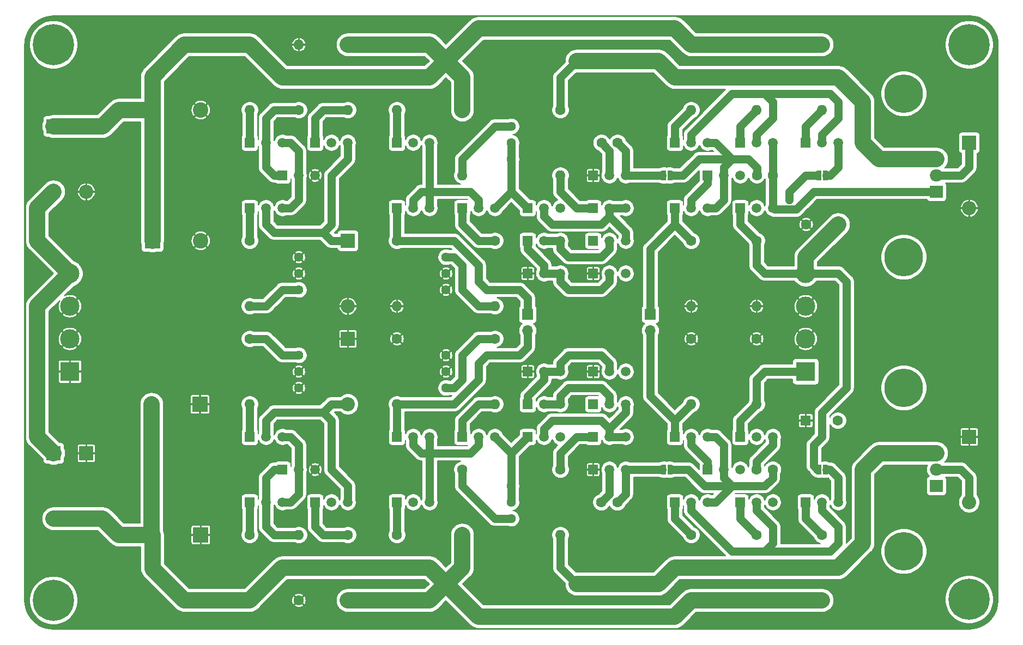
<source format=gbr>
%TF.GenerationSoftware,KiCad,Pcbnew,(5.1.10)-1*%
%TF.CreationDate,2021-11-12T11:53:13+05:30*%
%TF.ProjectId,DIscrete Linear Supply Rev4,44497363-7265-4746-9520-4c696e656172,rev?*%
%TF.SameCoordinates,Original*%
%TF.FileFunction,Copper,L1,Top*%
%TF.FilePolarity,Positive*%
%FSLAX46Y46*%
G04 Gerber Fmt 4.6, Leading zero omitted, Abs format (unit mm)*
G04 Created by KiCad (PCBNEW (5.1.10)-1) date 2021-11-12 11:53:13*
%MOMM*%
%LPD*%
G01*
G04 APERTURE LIST*
%TA.AperFunction,ComponentPad*%
%ADD10O,2.200000X2.200000*%
%TD*%
%TA.AperFunction,ComponentPad*%
%ADD11R,2.200000X2.200000*%
%TD*%
%TA.AperFunction,ComponentPad*%
%ADD12C,1.600000*%
%TD*%
%TA.AperFunction,ComponentPad*%
%ADD13R,1.600000X1.600000*%
%TD*%
%TA.AperFunction,SMDPad,CuDef*%
%ADD14C,0.100000*%
%TD*%
%TA.AperFunction,ComponentPad*%
%ADD15C,0.800000*%
%TD*%
%TA.AperFunction,ComponentPad*%
%ADD16C,6.400000*%
%TD*%
%TA.AperFunction,ComponentPad*%
%ADD17C,3.000000*%
%TD*%
%TA.AperFunction,ComponentPad*%
%ADD18R,3.000000X3.000000*%
%TD*%
%TA.AperFunction,ComponentPad*%
%ADD19O,1.700000X1.700000*%
%TD*%
%TA.AperFunction,ComponentPad*%
%ADD20R,1.700000X1.700000*%
%TD*%
%TA.AperFunction,ComponentPad*%
%ADD21C,6.000000*%
%TD*%
%TA.AperFunction,ComponentPad*%
%ADD22C,1.440000*%
%TD*%
%TA.AperFunction,ComponentPad*%
%ADD23O,1.600000X1.600000*%
%TD*%
%TA.AperFunction,ComponentPad*%
%ADD24O,2.400000X2.400000*%
%TD*%
%TA.AperFunction,ComponentPad*%
%ADD25C,2.400000*%
%TD*%
%TA.AperFunction,ComponentPad*%
%ADD26O,2.000000X1.905000*%
%TD*%
%TA.AperFunction,ComponentPad*%
%ADD27R,2.000000X1.905000*%
%TD*%
%TA.AperFunction,ComponentPad*%
%ADD28R,1.500000X1.500000*%
%TD*%
%TA.AperFunction,ComponentPad*%
%ADD29C,1.500000*%
%TD*%
%TA.AperFunction,ComponentPad*%
%ADD30R,2.400000X2.400000*%
%TD*%
%TA.AperFunction,ViaPad*%
%ADD31C,0.800000*%
%TD*%
%TA.AperFunction,Conductor*%
%ADD32C,2.540000*%
%TD*%
%TA.AperFunction,Conductor*%
%ADD33C,1.270000*%
%TD*%
%TA.AperFunction,Conductor*%
%ADD34C,0.127000*%
%TD*%
%TA.AperFunction,Conductor*%
%ADD35C,0.100000*%
%TD*%
G04 APERTURE END LIST*
D10*
%TO.P,D8,2*%
%TO.N,Net-(C12-Pad2)*%
X274320000Y-177800000D03*
D11*
%TO.P,D8,1*%
%TO.N,GND*%
X274320000Y-167640000D03*
%TD*%
D10*
%TO.P,D7,2*%
%TO.N,GND*%
X274320000Y-132080000D03*
D11*
%TO.P,D7,1*%
%TO.N,Net-(C11-Pad1)*%
X274320000Y-121920000D03*
%TD*%
D12*
%TO.P,C11,2*%
%TO.N,GND*%
X249000000Y-134620000D03*
D13*
%TO.P,C11,1*%
%TO.N,Net-(C11-Pad1)*%
X254000000Y-134620000D03*
%TD*%
%TA.AperFunction,SMDPad,CuDef*%
D14*
%TO.P,JP7,2*%
%TO.N,Net-(C12-Pad2)*%
G36*
X250810000Y-127749398D02*
G01*
X250785466Y-127749398D01*
X250736635Y-127744588D01*
X250688510Y-127735016D01*
X250641555Y-127720772D01*
X250596222Y-127701995D01*
X250552949Y-127678864D01*
X250512150Y-127651604D01*
X250474221Y-127620476D01*
X250439524Y-127585779D01*
X250408396Y-127547850D01*
X250381136Y-127507051D01*
X250358005Y-127463778D01*
X250339228Y-127418445D01*
X250324984Y-127371490D01*
X250315412Y-127323365D01*
X250310602Y-127274534D01*
X250310602Y-127250000D01*
X250310000Y-127250000D01*
X250310000Y-126750000D01*
X250310602Y-126750000D01*
X250310602Y-126725466D01*
X250315412Y-126676635D01*
X250324984Y-126628510D01*
X250339228Y-126581555D01*
X250358005Y-126536222D01*
X250381136Y-126492949D01*
X250408396Y-126452150D01*
X250439524Y-126414221D01*
X250474221Y-126379524D01*
X250512150Y-126348396D01*
X250552949Y-126321136D01*
X250596222Y-126298005D01*
X250641555Y-126279228D01*
X250688510Y-126264984D01*
X250736635Y-126255412D01*
X250785466Y-126250602D01*
X250810000Y-126250602D01*
X250810000Y-126250000D01*
X251310000Y-126250000D01*
X251310000Y-127750000D01*
X250810000Y-127750000D01*
X250810000Y-127749398D01*
G37*
%TD.AperFunction*%
%TA.AperFunction,SMDPad,CuDef*%
%TO.P,JP7,1*%
%TO.N,Net-(JP7-Pad1)*%
G36*
X251610000Y-126250000D02*
G01*
X252110000Y-126250000D01*
X252110000Y-126250602D01*
X252134534Y-126250602D01*
X252183365Y-126255412D01*
X252231490Y-126264984D01*
X252278445Y-126279228D01*
X252323778Y-126298005D01*
X252367051Y-126321136D01*
X252407850Y-126348396D01*
X252445779Y-126379524D01*
X252480476Y-126414221D01*
X252511604Y-126452150D01*
X252538864Y-126492949D01*
X252561995Y-126536222D01*
X252580772Y-126581555D01*
X252595016Y-126628510D01*
X252604588Y-126676635D01*
X252609398Y-126725466D01*
X252609398Y-126750000D01*
X252610000Y-126750000D01*
X252610000Y-127250000D01*
X252609398Y-127250000D01*
X252609398Y-127274534D01*
X252604588Y-127323365D01*
X252595016Y-127371490D01*
X252580772Y-127418445D01*
X252561995Y-127463778D01*
X252538864Y-127507051D01*
X252511604Y-127547850D01*
X252480476Y-127585779D01*
X252445779Y-127620476D01*
X252407850Y-127651604D01*
X252367051Y-127678864D01*
X252323778Y-127701995D01*
X252278445Y-127720772D01*
X252231490Y-127735016D01*
X252183365Y-127744588D01*
X252134534Y-127749398D01*
X252110000Y-127749398D01*
X252110000Y-127750000D01*
X251610000Y-127750000D01*
X251610000Y-126250000D01*
G37*
%TD.AperFunction*%
%TD*%
D12*
%TO.P,C12,2*%
%TO.N,Net-(C12-Pad2)*%
X253920000Y-165100000D03*
D13*
%TO.P,C12,1*%
%TO.N,GND*%
X248920000Y-165100000D03*
%TD*%
D15*
%TO.P,H4,1*%
%TO.N,N/C*%
X276017056Y-191202944D03*
X274320000Y-190500000D03*
X272622944Y-191202944D03*
X271920000Y-192900000D03*
X272622944Y-194597056D03*
X274320000Y-195300000D03*
X276017056Y-194597056D03*
X276720000Y-192900000D03*
D16*
X274320000Y-192900000D03*
%TD*%
D15*
%TO.P,H3,1*%
%TO.N,N/C*%
X276017056Y-104982944D03*
X274320000Y-104280000D03*
X272622944Y-104982944D03*
X271920000Y-106680000D03*
X272622944Y-108377056D03*
X274320000Y-109080000D03*
X276017056Y-108377056D03*
X276720000Y-106680000D03*
D16*
X274320000Y-106680000D03*
%TD*%
D15*
%TO.P,H2,1*%
%TO.N,N/C*%
X133777056Y-191342944D03*
X132080000Y-190640000D03*
X130382944Y-191342944D03*
X129680000Y-193040000D03*
X130382944Y-194737056D03*
X132080000Y-195440000D03*
X133777056Y-194737056D03*
X134480000Y-193040000D03*
D16*
X132080000Y-193040000D03*
%TD*%
D15*
%TO.P,H1,1*%
%TO.N,N/C*%
X133777056Y-104982944D03*
X132080000Y-104280000D03*
X130382944Y-104982944D03*
X129680000Y-106680000D03*
X130382944Y-108377056D03*
X132080000Y-109080000D03*
X133777056Y-108377056D03*
X134480000Y-106680000D03*
D16*
X132080000Y-106680000D03*
%TD*%
D17*
%TO.P,J2,4*%
%TO.N,Net-(C11-Pad1)*%
X248920000Y-142240000D03*
D18*
%TO.P,J2,1*%
%TO.N,Net-(C12-Pad2)*%
X248920000Y-157480000D03*
D17*
%TO.P,J2,3*%
%TO.N,GND*%
X248920000Y-147320000D03*
%TO.P,J2,2*%
X248920000Y-152400000D03*
%TD*%
%TO.P,J1,4*%
%TO.N,Net-(D3-Pad2)*%
X134620000Y-142240000D03*
D18*
%TO.P,J1,1*%
%TO.N,GND*%
X134620000Y-157480000D03*
D17*
%TO.P,J1,3*%
X134620000Y-147320000D03*
%TO.P,J1,2*%
X134620000Y-152400000D03*
%TD*%
D10*
%TO.P,D6,2*%
%TO.N,-VSW*%
X137160000Y-180340000D03*
D11*
%TO.P,D6,1*%
%TO.N,GND*%
X137160000Y-170180000D03*
%TD*%
D10*
%TO.P,D5,2*%
%TO.N,GND*%
X137160000Y-129540000D03*
D11*
%TO.P,D5,1*%
%TO.N,+VSW*%
X137160000Y-119380000D03*
%TD*%
D10*
%TO.P,D4,2*%
%TO.N,-VSW*%
X132080000Y-180340000D03*
D11*
%TO.P,D4,1*%
%TO.N,Net-(D3-Pad2)*%
X132080000Y-170180000D03*
%TD*%
D10*
%TO.P,D3,2*%
%TO.N,Net-(D3-Pad2)*%
X132080000Y-129540000D03*
D11*
%TO.P,D3,1*%
%TO.N,+VSW*%
X132080000Y-119380000D03*
%TD*%
D19*
%TO.P,R23,2*%
%TO.N,Net-(Q32-Pad1)*%
X224790000Y-151130000D03*
D20*
%TO.P,R23,1*%
%TO.N,Net-(Q31-Pad1)*%
X224790000Y-148590000D03*
%TD*%
D19*
%TO.P,R12,2*%
%TO.N,Net-(Q12-Pad1)*%
X205740000Y-151130000D03*
D20*
%TO.P,R12,1*%
%TO.N,Net-(Q11-Pad1)*%
X205740000Y-148590000D03*
%TD*%
D21*
%TO.P,HS2,1*%
%TO.N,N/C*%
X264160000Y-185420000D03*
X264160000Y-160020000D03*
%TD*%
%TO.P,HS1,1*%
%TO.N,N/C*%
X264160000Y-139700000D03*
X264160000Y-114300000D03*
%TD*%
D22*
%TO.P,RV6,3*%
%TO.N,Net-(R17-Pad1)*%
X203200000Y-180340000D03*
%TO.P,RV6,2*%
%TO.N,Net-(Q14-Pad3)*%
X203200000Y-177800000D03*
%TO.P,RV6,1*%
X203200000Y-175260000D03*
%TD*%
%TO.P,RV5,3*%
%TO.N,Net-(Q13-Pad3)*%
X203200000Y-124460000D03*
%TO.P,RV5,2*%
X203200000Y-121920000D03*
%TO.P,RV5,1*%
%TO.N,Net-(R16-Pad2)*%
X203200000Y-119380000D03*
%TD*%
%TO.P,RV4,3*%
%TO.N,Net-(R15-Pad1)*%
X193040000Y-160020000D03*
%TO.P,RV4,2*%
%TO.N,GND*%
X193040000Y-157480000D03*
%TO.P,RV4,1*%
X193040000Y-154940000D03*
%TD*%
%TO.P,RV3,3*%
%TO.N,GND*%
X193040000Y-144780000D03*
%TO.P,RV3,2*%
X193040000Y-142240000D03*
%TO.P,RV3,1*%
%TO.N,Net-(R14-Pad2)*%
X193040000Y-139700000D03*
%TD*%
%TO.P,RV2,3*%
%TO.N,Net-(R3-Pad1)*%
X170180000Y-154940000D03*
%TO.P,RV2,2*%
%TO.N,GND*%
X170180000Y-157480000D03*
%TO.P,RV2,1*%
X170180000Y-160020000D03*
%TD*%
%TO.P,RV1,3*%
%TO.N,GND*%
X170180000Y-139700000D03*
%TO.P,RV1,2*%
X170180000Y-142240000D03*
%TO.P,RV1,1*%
%TO.N,Net-(R2-Pad2)*%
X170180000Y-144780000D03*
%TD*%
D23*
%TO.P,R32,2*%
%TO.N,-VSW*%
X251460000Y-193040000D03*
D12*
%TO.P,R32,1*%
%TO.N,Net-(Q40-Pad1)*%
X251460000Y-182880000D03*
%TD*%
D23*
%TO.P,R31,2*%
%TO.N,Net-(Q39-Pad1)*%
X251460000Y-116840000D03*
D12*
%TO.P,R31,1*%
%TO.N,+VSW*%
X251460000Y-106680000D03*
%TD*%
D23*
%TO.P,R30,2*%
%TO.N,-VSW*%
X241300000Y-193040000D03*
D12*
%TO.P,R30,1*%
%TO.N,Net-(Q38-Pad1)*%
X241300000Y-182880000D03*
%TD*%
D23*
%TO.P,R29,2*%
%TO.N,Net-(C12-Pad2)*%
X241300000Y-162560000D03*
D12*
%TO.P,R29,1*%
%TO.N,GND*%
X241300000Y-152400000D03*
%TD*%
D23*
%TO.P,R28,2*%
%TO.N,GND*%
X241300000Y-147320000D03*
D12*
%TO.P,R28,1*%
%TO.N,Net-(C11-Pad1)*%
X241300000Y-137160000D03*
%TD*%
D23*
%TO.P,R27,2*%
%TO.N,Net-(Q35-Pad1)*%
X241300000Y-116840000D03*
D12*
%TO.P,R27,1*%
%TO.N,+VSW*%
X241300000Y-106680000D03*
%TD*%
D23*
%TO.P,R26,2*%
%TO.N,Net-(Q32-Pad1)*%
X231140000Y-162560000D03*
D12*
%TO.P,R26,1*%
%TO.N,GND*%
X231140000Y-152400000D03*
%TD*%
D23*
%TO.P,R25,2*%
%TO.N,GND*%
X231140000Y-147320000D03*
D12*
%TO.P,R25,1*%
%TO.N,Net-(Q31-Pad1)*%
X231140000Y-137160000D03*
%TD*%
D23*
%TO.P,R24,2*%
%TO.N,-VSW*%
X231140000Y-193040000D03*
D12*
%TO.P,R24,1*%
%TO.N,Net-(Q30-Pad1)*%
X231140000Y-182880000D03*
%TD*%
D23*
%TO.P,R22,2*%
%TO.N,Net-(Q29-Pad1)*%
X231140000Y-116840000D03*
D12*
%TO.P,R22,1*%
%TO.N,+VSW*%
X231140000Y-106680000D03*
%TD*%
D23*
%TO.P,R21,2*%
%TO.N,Net-(Q42-Pad3)*%
X210820000Y-182880000D03*
D12*
%TO.P,R21,1*%
%TO.N,Net-(Q26-Pad1)*%
X210820000Y-172720000D03*
%TD*%
D23*
%TO.P,R20,2*%
%TO.N,Net-(Q21-Pad1)*%
X210820000Y-127000000D03*
D12*
%TO.P,R20,1*%
%TO.N,Net-(Q41-Pad3)*%
X210820000Y-116840000D03*
%TD*%
D24*
%TO.P,R19,2*%
%TO.N,-VSW*%
X193040000Y-190500000D03*
D25*
%TO.P,R19,1*%
%TO.N,Net-(Q42-Pad3)*%
X213360000Y-190500000D03*
%TD*%
D24*
%TO.P,R18,2*%
%TO.N,+VSW*%
X193040000Y-109220000D03*
D25*
%TO.P,R18,1*%
%TO.N,Net-(Q41-Pad3)*%
X213360000Y-109220000D03*
%TD*%
D23*
%TO.P,R17,2*%
%TO.N,-VSW*%
X195580000Y-182880000D03*
D12*
%TO.P,R17,1*%
%TO.N,Net-(R17-Pad1)*%
X195580000Y-172720000D03*
%TD*%
D23*
%TO.P,R16,2*%
%TO.N,Net-(R16-Pad2)*%
X195580000Y-127000000D03*
D12*
%TO.P,R16,1*%
%TO.N,+VSW*%
X195580000Y-116840000D03*
%TD*%
D23*
%TO.P,R15,2*%
%TO.N,Net-(Q14-Pad1)*%
X200660000Y-162560000D03*
D12*
%TO.P,R15,1*%
%TO.N,Net-(R15-Pad1)*%
X200660000Y-152400000D03*
%TD*%
D23*
%TO.P,R14,2*%
%TO.N,Net-(R14-Pad2)*%
X200660000Y-147320000D03*
D12*
%TO.P,R14,1*%
%TO.N,Net-(Q13-Pad1)*%
X200660000Y-137160000D03*
%TD*%
D23*
%TO.P,R13,2*%
%TO.N,-VSW*%
X185420000Y-193040000D03*
D12*
%TO.P,R13,1*%
%TO.N,Net-(Q10-Pad1)*%
X185420000Y-182880000D03*
%TD*%
D23*
%TO.P,R11,2*%
%TO.N,Net-(Q9-Pad1)*%
X185420000Y-116840000D03*
D12*
%TO.P,R11,1*%
%TO.N,+VSW*%
X185420000Y-106680000D03*
%TD*%
D23*
%TO.P,R10,2*%
%TO.N,Net-(Q12-Pad1)*%
X185420000Y-162560000D03*
D12*
%TO.P,R10,1*%
%TO.N,GND*%
X185420000Y-152400000D03*
%TD*%
D23*
%TO.P,R9,2*%
%TO.N,GND*%
X185420000Y-147320000D03*
D12*
%TO.P,R9,1*%
%TO.N,Net-(Q11-Pad1)*%
X185420000Y-137160000D03*
%TD*%
D23*
%TO.P,R8,2*%
%TO.N,-VSW*%
X177800000Y-193040000D03*
D12*
%TO.P,R8,1*%
%TO.N,Net-(Q8-Pad1)*%
X177800000Y-182880000D03*
%TD*%
D23*
%TO.P,R7,2*%
%TO.N,Net-(Q7-Pad1)*%
X177800000Y-116840000D03*
D12*
%TO.P,R7,1*%
%TO.N,+VSW*%
X177800000Y-106680000D03*
%TD*%
D23*
%TO.P,R6,2*%
%TO.N,Net-(Q10-Pad2)*%
X170180000Y-182880000D03*
D12*
%TO.P,R6,1*%
%TO.N,GND*%
X170180000Y-193040000D03*
%TD*%
D23*
%TO.P,R5,2*%
%TO.N,GND*%
X170180000Y-106680000D03*
D12*
%TO.P,R5,1*%
%TO.N,Net-(Q1-Pad2)*%
X170180000Y-116840000D03*
%TD*%
D23*
%TO.P,R4,2*%
%TO.N,-VSW*%
X162560000Y-193040000D03*
D12*
%TO.P,R4,1*%
%TO.N,Net-(Q4-Pad1)*%
X162560000Y-182880000D03*
%TD*%
D23*
%TO.P,R3,2*%
%TO.N,Net-(Q3-Pad1)*%
X162560000Y-162560000D03*
D12*
%TO.P,R3,1*%
%TO.N,Net-(R3-Pad1)*%
X162560000Y-152400000D03*
%TD*%
D23*
%TO.P,R2,2*%
%TO.N,Net-(R2-Pad2)*%
X162560000Y-147320000D03*
D12*
%TO.P,R2,1*%
%TO.N,Net-(Q2-Pad1)*%
X162560000Y-137160000D03*
%TD*%
D23*
%TO.P,R1,2*%
%TO.N,Net-(Q1-Pad1)*%
X162560000Y-116840000D03*
D12*
%TO.P,R1,1*%
%TO.N,+VSW*%
X162560000Y-106680000D03*
%TD*%
D26*
%TO.P,Q42,3*%
%TO.N,Net-(Q42-Pad3)*%
X269240000Y-170180000D03*
%TO.P,Q42,2*%
%TO.N,Net-(C12-Pad2)*%
X269240000Y-172720000D03*
D27*
%TO.P,Q42,1*%
%TO.N,Net-(C10-Pad1)*%
X269240000Y-175260000D03*
%TD*%
D26*
%TO.P,Q41,3*%
%TO.N,Net-(Q41-Pad3)*%
X269240000Y-124460000D03*
%TO.P,Q41,2*%
%TO.N,Net-(C11-Pad1)*%
X269240000Y-127000000D03*
D27*
%TO.P,Q41,1*%
%TO.N,Net-(C9-Pad1)*%
X269240000Y-129540000D03*
%TD*%
D28*
%TO.P,Q40,1*%
%TO.N,Net-(Q40-Pad1)*%
X248920000Y-177800000D03*
D29*
%TO.P,Q40,3*%
%TO.N,Net-(JP8-Pad2)*%
X254000000Y-177800000D03*
%TO.P,Q40,2*%
%TO.N,Net-(Q10-Pad2)*%
X251460000Y-177800000D03*
%TD*%
D28*
%TO.P,Q39,1*%
%TO.N,Net-(Q39-Pad1)*%
X248920000Y-121920000D03*
D29*
%TO.P,Q39,3*%
%TO.N,Net-(JP7-Pad1)*%
X254000000Y-121920000D03*
%TO.P,Q39,2*%
%TO.N,Net-(Q1-Pad2)*%
X251460000Y-121920000D03*
%TD*%
D28*
%TO.P,Q38,1*%
%TO.N,Net-(Q38-Pad1)*%
X238760000Y-177800000D03*
D29*
%TO.P,Q38,3*%
%TO.N,Net-(C10-Pad1)*%
X243840000Y-177800000D03*
%TO.P,Q38,2*%
%TO.N,Net-(Q10-Pad2)*%
X241300000Y-177800000D03*
%TD*%
D28*
%TO.P,Q37,1*%
%TO.N,Net-(C12-Pad2)*%
X238760000Y-167640000D03*
D29*
%TO.P,Q37,3*%
%TO.N,Net-(C10-Pad1)*%
X243840000Y-167640000D03*
%TO.P,Q37,2*%
%TO.N,Net-(Q32-Pad2)*%
X241300000Y-167640000D03*
%TD*%
D28*
%TO.P,Q36,1*%
%TO.N,Net-(C11-Pad1)*%
X238760000Y-132080000D03*
D29*
%TO.P,Q36,3*%
%TO.N,Net-(C9-Pad1)*%
X243840000Y-132080000D03*
%TO.P,Q36,2*%
%TO.N,Net-(Q31-Pad2)*%
X241300000Y-132080000D03*
%TD*%
D28*
%TO.P,Q35,1*%
%TO.N,Net-(Q35-Pad1)*%
X238760000Y-121920000D03*
D29*
%TO.P,Q35,3*%
%TO.N,Net-(C9-Pad1)*%
X243840000Y-121920000D03*
%TO.P,Q35,2*%
%TO.N,Net-(Q1-Pad2)*%
X241300000Y-121920000D03*
%TD*%
D28*
%TO.P,Q34,1*%
%TO.N,Net-(Q32-Pad2)*%
X233680000Y-172720000D03*
D29*
%TO.P,Q34,3*%
%TO.N,-VSW*%
X238760000Y-172720000D03*
%TO.P,Q34,2*%
%TO.N,Net-(C10-Pad2)*%
X236220000Y-172720000D03*
%TD*%
D28*
%TO.P,Q33,1*%
%TO.N,Net-(Q31-Pad2)*%
X233680000Y-127000000D03*
D29*
%TO.P,Q33,3*%
%TO.N,+VSW*%
X238760000Y-127000000D03*
%TO.P,Q33,2*%
%TO.N,Net-(C9-Pad2)*%
X236220000Y-127000000D03*
%TD*%
D28*
%TO.P,Q32,1*%
%TO.N,Net-(Q32-Pad1)*%
X228600000Y-167640000D03*
D29*
%TO.P,Q32,3*%
%TO.N,Net-(C10-Pad2)*%
X233680000Y-167640000D03*
%TO.P,Q32,2*%
%TO.N,Net-(Q32-Pad2)*%
X231140000Y-167640000D03*
%TD*%
D28*
%TO.P,Q31,1*%
%TO.N,Net-(Q31-Pad1)*%
X228600000Y-132080000D03*
D29*
%TO.P,Q31,3*%
%TO.N,Net-(C9-Pad2)*%
X233680000Y-132080000D03*
%TO.P,Q31,2*%
%TO.N,Net-(Q31-Pad2)*%
X231140000Y-132080000D03*
%TD*%
D28*
%TO.P,Q30,1*%
%TO.N,Net-(Q30-Pad1)*%
X228600000Y-177800000D03*
D29*
%TO.P,Q30,3*%
%TO.N,Net-(C10-Pad2)*%
X233680000Y-177800000D03*
%TO.P,Q30,2*%
%TO.N,Net-(Q10-Pad2)*%
X231140000Y-177800000D03*
%TD*%
D28*
%TO.P,Q29,1*%
%TO.N,Net-(Q29-Pad1)*%
X228600000Y-121920000D03*
D29*
%TO.P,Q29,3*%
%TO.N,Net-(C9-Pad2)*%
X233680000Y-121920000D03*
%TO.P,Q29,2*%
%TO.N,Net-(Q1-Pad2)*%
X231140000Y-121920000D03*
%TD*%
D28*
%TO.P,Q28,1*%
%TO.N,GND*%
X215900000Y-172720000D03*
D29*
%TO.P,Q28,3*%
%TO.N,Net-(C8-Pad1)*%
X220980000Y-172720000D03*
%TO.P,Q28,2*%
%TO.N,Net-(C8-Pad2)*%
X218440000Y-172720000D03*
%TD*%
D28*
%TO.P,Q27,1*%
%TO.N,GND*%
X215900000Y-127000000D03*
D29*
%TO.P,Q27,3*%
%TO.N,Net-(C7-Pad1)*%
X220980000Y-127000000D03*
%TO.P,Q27,2*%
%TO.N,Net-(C7-Pad2)*%
X218440000Y-127000000D03*
%TD*%
D28*
%TO.P,Q26,1*%
%TO.N,Net-(Q26-Pad1)*%
X215900000Y-167640000D03*
D29*
%TO.P,Q26,3*%
%TO.N,Net-(Q20-Pad2)*%
X220980000Y-167640000D03*
%TO.P,Q26,2*%
X218440000Y-167640000D03*
%TD*%
D28*
%TO.P,Q25,1*%
%TO.N,Net-(Q24-Pad3)*%
X215900000Y-162560000D03*
D29*
%TO.P,Q25,3*%
%TO.N,Net-(Q20-Pad2)*%
X220980000Y-162560000D03*
%TO.P,Q25,2*%
%TO.N,Net-(Q19-Pad2)*%
X218440000Y-162560000D03*
%TD*%
D28*
%TO.P,Q24,1*%
%TO.N,GND*%
X215900000Y-157480000D03*
D29*
%TO.P,Q24,3*%
%TO.N,Net-(Q24-Pad3)*%
X220980000Y-157480000D03*
%TO.P,Q24,2*%
%TO.N,Net-(C8-Pad2)*%
X218440000Y-157480000D03*
%TD*%
D28*
%TO.P,Q23,1*%
%TO.N,GND*%
X215900000Y-142240000D03*
D29*
%TO.P,Q23,3*%
%TO.N,Net-(Q22-Pad1)*%
X220980000Y-142240000D03*
%TO.P,Q23,2*%
%TO.N,Net-(C7-Pad2)*%
X218440000Y-142240000D03*
%TD*%
D28*
%TO.P,Q22,1*%
%TO.N,Net-(Q22-Pad1)*%
X215900000Y-137160000D03*
D29*
%TO.P,Q22,3*%
%TO.N,Net-(Q15-Pad2)*%
X220980000Y-137160000D03*
%TO.P,Q22,2*%
%TO.N,Net-(Q15-Pad3)*%
X218440000Y-137160000D03*
%TD*%
D28*
%TO.P,Q21,1*%
%TO.N,Net-(Q21-Pad1)*%
X215900000Y-132080000D03*
D29*
%TO.P,Q21,3*%
%TO.N,Net-(Q15-Pad2)*%
X220980000Y-132080000D03*
%TO.P,Q21,2*%
X218440000Y-132080000D03*
%TD*%
D28*
%TO.P,Q20,1*%
%TO.N,Net-(Q14-Pad3)*%
X205740000Y-167640000D03*
D29*
%TO.P,Q20,3*%
%TO.N,Net-(Q19-Pad2)*%
X210820000Y-167640000D03*
%TO.P,Q20,2*%
%TO.N,Net-(Q20-Pad2)*%
X208280000Y-167640000D03*
%TD*%
D28*
%TO.P,Q19,1*%
%TO.N,Net-(C8-Pad2)*%
X205740000Y-162560000D03*
D29*
%TO.P,Q19,3*%
%TO.N,Net-(Q19-Pad2)*%
X210820000Y-162560000D03*
%TO.P,Q19,2*%
X208280000Y-162560000D03*
%TD*%
D28*
%TO.P,Q18,1*%
%TO.N,GND*%
X205740000Y-157480000D03*
D29*
%TO.P,Q18,3*%
%TO.N,Net-(C8-Pad2)*%
X210820000Y-157480000D03*
%TO.P,Q18,2*%
X208280000Y-157480000D03*
%TD*%
D28*
%TO.P,Q17,1*%
%TO.N,GND*%
X205740000Y-142240000D03*
D29*
%TO.P,Q17,3*%
%TO.N,Net-(C7-Pad2)*%
X210820000Y-142240000D03*
%TO.P,Q17,2*%
X208280000Y-142240000D03*
%TD*%
D28*
%TO.P,Q16,1*%
%TO.N,Net-(C7-Pad2)*%
X205740000Y-137160000D03*
D29*
%TO.P,Q16,3*%
%TO.N,Net-(Q15-Pad3)*%
X210820000Y-137160000D03*
%TO.P,Q16,2*%
X208280000Y-137160000D03*
%TD*%
D28*
%TO.P,Q15,1*%
%TO.N,Net-(Q13-Pad3)*%
X205740000Y-132080000D03*
D29*
%TO.P,Q15,3*%
%TO.N,Net-(Q15-Pad3)*%
X210820000Y-132080000D03*
%TO.P,Q15,2*%
%TO.N,Net-(Q15-Pad2)*%
X208280000Y-132080000D03*
%TD*%
D28*
%TO.P,Q14,1*%
%TO.N,Net-(Q14-Pad1)*%
X195580000Y-167640000D03*
D29*
%TO.P,Q14,3*%
%TO.N,Net-(Q14-Pad3)*%
X200660000Y-167640000D03*
%TO.P,Q14,2*%
%TO.N,Net-(Q10-Pad3)*%
X198120000Y-167640000D03*
%TD*%
D28*
%TO.P,Q13,1*%
%TO.N,Net-(Q13-Pad1)*%
X195580000Y-132080000D03*
D29*
%TO.P,Q13,3*%
%TO.N,Net-(Q13-Pad3)*%
X200660000Y-132080000D03*
%TO.P,Q13,2*%
%TO.N,Net-(Q11-Pad2)*%
X198120000Y-132080000D03*
%TD*%
D28*
%TO.P,Q12,1*%
%TO.N,Net-(Q12-Pad1)*%
X185420000Y-167640000D03*
D29*
%TO.P,Q12,3*%
%TO.N,Net-(Q10-Pad3)*%
X190500000Y-167640000D03*
%TO.P,Q12,2*%
X187960000Y-167640000D03*
%TD*%
D28*
%TO.P,Q11,1*%
%TO.N,Net-(Q11-Pad1)*%
X185420000Y-132080000D03*
D29*
%TO.P,Q11,3*%
%TO.N,Net-(Q11-Pad2)*%
X190500000Y-132080000D03*
%TO.P,Q11,2*%
X187960000Y-132080000D03*
%TD*%
D28*
%TO.P,Q10,1*%
%TO.N,Net-(Q10-Pad1)*%
X185420000Y-177800000D03*
D29*
%TO.P,Q10,3*%
%TO.N,Net-(Q10-Pad3)*%
X190500000Y-177800000D03*
%TO.P,Q10,2*%
%TO.N,Net-(Q10-Pad2)*%
X187960000Y-177800000D03*
%TD*%
D28*
%TO.P,Q9,1*%
%TO.N,Net-(Q9-Pad1)*%
X185420000Y-121920000D03*
D29*
%TO.P,Q9,3*%
%TO.N,Net-(Q11-Pad2)*%
X190500000Y-121920000D03*
%TO.P,Q9,2*%
%TO.N,Net-(Q1-Pad2)*%
X187960000Y-121920000D03*
%TD*%
D28*
%TO.P,Q8,1*%
%TO.N,Net-(Q8-Pad1)*%
X172720000Y-177800000D03*
D29*
%TO.P,Q8,3*%
%TO.N,Net-(D2-Pad2)*%
X177800000Y-177800000D03*
%TO.P,Q8,2*%
%TO.N,Net-(Q10-Pad2)*%
X175260000Y-177800000D03*
%TD*%
D28*
%TO.P,Q7,1*%
%TO.N,Net-(Q7-Pad1)*%
X172720000Y-121920000D03*
D29*
%TO.P,Q7,3*%
%TO.N,Net-(D1-Pad1)*%
X177800000Y-121920000D03*
%TO.P,Q7,2*%
%TO.N,Net-(Q1-Pad2)*%
X175260000Y-121920000D03*
%TD*%
D28*
%TO.P,Q6,1*%
%TO.N,Net-(Q10-Pad2)*%
X167640000Y-172720000D03*
D29*
%TO.P,Q6,3*%
%TO.N,GND*%
X172720000Y-172720000D03*
%TO.P,Q6,2*%
%TO.N,Net-(Q3-Pad3)*%
X170180000Y-172720000D03*
%TD*%
D28*
%TO.P,Q5,1*%
%TO.N,Net-(Q1-Pad2)*%
X167640000Y-127000000D03*
D29*
%TO.P,Q5,3*%
%TO.N,GND*%
X172720000Y-127000000D03*
%TO.P,Q5,2*%
%TO.N,Net-(Q1-Pad3)*%
X170180000Y-127000000D03*
%TD*%
D28*
%TO.P,Q4,1*%
%TO.N,Net-(Q4-Pad1)*%
X162560000Y-177800000D03*
D29*
%TO.P,Q4,3*%
%TO.N,Net-(Q3-Pad3)*%
X167640000Y-177800000D03*
%TO.P,Q4,2*%
%TO.N,Net-(Q10-Pad2)*%
X165100000Y-177800000D03*
%TD*%
D28*
%TO.P,Q3,1*%
%TO.N,Net-(Q3-Pad1)*%
X162560000Y-167640000D03*
D29*
%TO.P,Q3,3*%
%TO.N,Net-(Q3-Pad3)*%
X167640000Y-167640000D03*
%TO.P,Q3,2*%
%TO.N,Net-(D2-Pad2)*%
X165100000Y-167640000D03*
%TD*%
D28*
%TO.P,Q2,1*%
%TO.N,Net-(Q2-Pad1)*%
X162560000Y-132080000D03*
D29*
%TO.P,Q2,3*%
%TO.N,Net-(Q1-Pad3)*%
X167640000Y-132080000D03*
%TO.P,Q2,2*%
%TO.N,Net-(D1-Pad1)*%
X165100000Y-132080000D03*
%TD*%
D28*
%TO.P,Q1,1*%
%TO.N,Net-(Q1-Pad1)*%
X162560000Y-121920000D03*
D29*
%TO.P,Q1,3*%
%TO.N,Net-(Q1-Pad3)*%
X167640000Y-121920000D03*
%TO.P,Q1,2*%
%TO.N,Net-(Q1-Pad2)*%
X165100000Y-121920000D03*
%TD*%
%TA.AperFunction,SMDPad,CuDef*%
D14*
%TO.P,JP8,2*%
%TO.N,Net-(JP8-Pad2)*%
G36*
X252110000Y-171970602D02*
G01*
X252134534Y-171970602D01*
X252183365Y-171975412D01*
X252231490Y-171984984D01*
X252278445Y-171999228D01*
X252323778Y-172018005D01*
X252367051Y-172041136D01*
X252407850Y-172068396D01*
X252445779Y-172099524D01*
X252480476Y-172134221D01*
X252511604Y-172172150D01*
X252538864Y-172212949D01*
X252561995Y-172256222D01*
X252580772Y-172301555D01*
X252595016Y-172348510D01*
X252604588Y-172396635D01*
X252609398Y-172445466D01*
X252609398Y-172470000D01*
X252610000Y-172470000D01*
X252610000Y-172970000D01*
X252609398Y-172970000D01*
X252609398Y-172994534D01*
X252604588Y-173043365D01*
X252595016Y-173091490D01*
X252580772Y-173138445D01*
X252561995Y-173183778D01*
X252538864Y-173227051D01*
X252511604Y-173267850D01*
X252480476Y-173305779D01*
X252445779Y-173340476D01*
X252407850Y-173371604D01*
X252367051Y-173398864D01*
X252323778Y-173421995D01*
X252278445Y-173440772D01*
X252231490Y-173455016D01*
X252183365Y-173464588D01*
X252134534Y-173469398D01*
X252110000Y-173469398D01*
X252110000Y-173470000D01*
X251610000Y-173470000D01*
X251610000Y-171970000D01*
X252110000Y-171970000D01*
X252110000Y-171970602D01*
G37*
%TD.AperFunction*%
%TA.AperFunction,SMDPad,CuDef*%
%TO.P,JP8,1*%
%TO.N,Net-(C11-Pad1)*%
G36*
X251310000Y-173470000D02*
G01*
X250810000Y-173470000D01*
X250810000Y-173469398D01*
X250785466Y-173469398D01*
X250736635Y-173464588D01*
X250688510Y-173455016D01*
X250641555Y-173440772D01*
X250596222Y-173421995D01*
X250552949Y-173398864D01*
X250512150Y-173371604D01*
X250474221Y-173340476D01*
X250439524Y-173305779D01*
X250408396Y-173267850D01*
X250381136Y-173227051D01*
X250358005Y-173183778D01*
X250339228Y-173138445D01*
X250324984Y-173091490D01*
X250315412Y-173043365D01*
X250310602Y-172994534D01*
X250310602Y-172970000D01*
X250310000Y-172970000D01*
X250310000Y-172470000D01*
X250310602Y-172470000D01*
X250310602Y-172445466D01*
X250315412Y-172396635D01*
X250324984Y-172348510D01*
X250339228Y-172301555D01*
X250358005Y-172256222D01*
X250381136Y-172212949D01*
X250408396Y-172172150D01*
X250439524Y-172134221D01*
X250474221Y-172099524D01*
X250512150Y-172068396D01*
X250552949Y-172041136D01*
X250596222Y-172018005D01*
X250641555Y-171999228D01*
X250688510Y-171984984D01*
X250736635Y-171975412D01*
X250785466Y-171970602D01*
X250810000Y-171970602D01*
X250810000Y-171970000D01*
X251310000Y-171970000D01*
X251310000Y-173470000D01*
G37*
%TD.AperFunction*%
%TD*%
%TA.AperFunction,SMDPad,CuDef*%
%TO.P,JP6,2*%
%TO.N,Net-(C10-Pad2)*%
G36*
X227980000Y-171970602D02*
G01*
X228004534Y-171970602D01*
X228053365Y-171975412D01*
X228101490Y-171984984D01*
X228148445Y-171999228D01*
X228193778Y-172018005D01*
X228237051Y-172041136D01*
X228277850Y-172068396D01*
X228315779Y-172099524D01*
X228350476Y-172134221D01*
X228381604Y-172172150D01*
X228408864Y-172212949D01*
X228431995Y-172256222D01*
X228450772Y-172301555D01*
X228465016Y-172348510D01*
X228474588Y-172396635D01*
X228479398Y-172445466D01*
X228479398Y-172470000D01*
X228480000Y-172470000D01*
X228480000Y-172970000D01*
X228479398Y-172970000D01*
X228479398Y-172994534D01*
X228474588Y-173043365D01*
X228465016Y-173091490D01*
X228450772Y-173138445D01*
X228431995Y-173183778D01*
X228408864Y-173227051D01*
X228381604Y-173267850D01*
X228350476Y-173305779D01*
X228315779Y-173340476D01*
X228277850Y-173371604D01*
X228237051Y-173398864D01*
X228193778Y-173421995D01*
X228148445Y-173440772D01*
X228101490Y-173455016D01*
X228053365Y-173464588D01*
X228004534Y-173469398D01*
X227980000Y-173469398D01*
X227980000Y-173470000D01*
X227480000Y-173470000D01*
X227480000Y-171970000D01*
X227980000Y-171970000D01*
X227980000Y-171970602D01*
G37*
%TD.AperFunction*%
%TA.AperFunction,SMDPad,CuDef*%
%TO.P,JP6,1*%
%TO.N,Net-(C8-Pad1)*%
G36*
X227180000Y-173470000D02*
G01*
X226680000Y-173470000D01*
X226680000Y-173469398D01*
X226655466Y-173469398D01*
X226606635Y-173464588D01*
X226558510Y-173455016D01*
X226511555Y-173440772D01*
X226466222Y-173421995D01*
X226422949Y-173398864D01*
X226382150Y-173371604D01*
X226344221Y-173340476D01*
X226309524Y-173305779D01*
X226278396Y-173267850D01*
X226251136Y-173227051D01*
X226228005Y-173183778D01*
X226209228Y-173138445D01*
X226194984Y-173091490D01*
X226185412Y-173043365D01*
X226180602Y-172994534D01*
X226180602Y-172970000D01*
X226180000Y-172970000D01*
X226180000Y-172470000D01*
X226180602Y-172470000D01*
X226180602Y-172445466D01*
X226185412Y-172396635D01*
X226194984Y-172348510D01*
X226209228Y-172301555D01*
X226228005Y-172256222D01*
X226251136Y-172212949D01*
X226278396Y-172172150D01*
X226309524Y-172134221D01*
X226344221Y-172099524D01*
X226382150Y-172068396D01*
X226422949Y-172041136D01*
X226466222Y-172018005D01*
X226511555Y-171999228D01*
X226558510Y-171984984D01*
X226606635Y-171975412D01*
X226655466Y-171970602D01*
X226680000Y-171970602D01*
X226680000Y-171970000D01*
X227180000Y-171970000D01*
X227180000Y-173470000D01*
G37*
%TD.AperFunction*%
%TD*%
%TA.AperFunction,SMDPad,CuDef*%
%TO.P,JP5,2*%
%TO.N,Net-(C9-Pad2)*%
G36*
X227980000Y-126250602D02*
G01*
X228004534Y-126250602D01*
X228053365Y-126255412D01*
X228101490Y-126264984D01*
X228148445Y-126279228D01*
X228193778Y-126298005D01*
X228237051Y-126321136D01*
X228277850Y-126348396D01*
X228315779Y-126379524D01*
X228350476Y-126414221D01*
X228381604Y-126452150D01*
X228408864Y-126492949D01*
X228431995Y-126536222D01*
X228450772Y-126581555D01*
X228465016Y-126628510D01*
X228474588Y-126676635D01*
X228479398Y-126725466D01*
X228479398Y-126750000D01*
X228480000Y-126750000D01*
X228480000Y-127250000D01*
X228479398Y-127250000D01*
X228479398Y-127274534D01*
X228474588Y-127323365D01*
X228465016Y-127371490D01*
X228450772Y-127418445D01*
X228431995Y-127463778D01*
X228408864Y-127507051D01*
X228381604Y-127547850D01*
X228350476Y-127585779D01*
X228315779Y-127620476D01*
X228277850Y-127651604D01*
X228237051Y-127678864D01*
X228193778Y-127701995D01*
X228148445Y-127720772D01*
X228101490Y-127735016D01*
X228053365Y-127744588D01*
X228004534Y-127749398D01*
X227980000Y-127749398D01*
X227980000Y-127750000D01*
X227480000Y-127750000D01*
X227480000Y-126250000D01*
X227980000Y-126250000D01*
X227980000Y-126250602D01*
G37*
%TD.AperFunction*%
%TA.AperFunction,SMDPad,CuDef*%
%TO.P,JP5,1*%
%TO.N,Net-(C7-Pad1)*%
G36*
X227180000Y-127750000D02*
G01*
X226680000Y-127750000D01*
X226680000Y-127749398D01*
X226655466Y-127749398D01*
X226606635Y-127744588D01*
X226558510Y-127735016D01*
X226511555Y-127720772D01*
X226466222Y-127701995D01*
X226422949Y-127678864D01*
X226382150Y-127651604D01*
X226344221Y-127620476D01*
X226309524Y-127585779D01*
X226278396Y-127547850D01*
X226251136Y-127507051D01*
X226228005Y-127463778D01*
X226209228Y-127418445D01*
X226194984Y-127371490D01*
X226185412Y-127323365D01*
X226180602Y-127274534D01*
X226180602Y-127250000D01*
X226180000Y-127250000D01*
X226180000Y-126750000D01*
X226180602Y-126750000D01*
X226180602Y-126725466D01*
X226185412Y-126676635D01*
X226194984Y-126628510D01*
X226209228Y-126581555D01*
X226228005Y-126536222D01*
X226251136Y-126492949D01*
X226278396Y-126452150D01*
X226309524Y-126414221D01*
X226344221Y-126379524D01*
X226382150Y-126348396D01*
X226422949Y-126321136D01*
X226466222Y-126298005D01*
X226511555Y-126279228D01*
X226558510Y-126264984D01*
X226606635Y-126255412D01*
X226655466Y-126250602D01*
X226680000Y-126250602D01*
X226680000Y-126250000D01*
X227180000Y-126250000D01*
X227180000Y-127750000D01*
G37*
%TD.AperFunction*%
%TD*%
D10*
%TO.P,D2,2*%
%TO.N,Net-(D2-Pad2)*%
X177800000Y-162560000D03*
D11*
%TO.P,D2,1*%
%TO.N,GND*%
X177800000Y-152400000D03*
%TD*%
D10*
%TO.P,D1,2*%
%TO.N,GND*%
X177800000Y-147320000D03*
D11*
%TO.P,D1,1*%
%TO.N,Net-(D1-Pad1)*%
X177800000Y-137160000D03*
%TD*%
D12*
%TO.P,C10,2*%
%TO.N,Net-(C10-Pad2)*%
X243800000Y-172720000D03*
%TO.P,C10,1*%
%TO.N,Net-(C10-Pad1)*%
X241300000Y-172720000D03*
%TD*%
%TO.P,C9,2*%
%TO.N,Net-(C9-Pad2)*%
X241340000Y-126960000D03*
%TO.P,C9,1*%
%TO.N,Net-(C9-Pad1)*%
X243840000Y-126960000D03*
%TD*%
%TO.P,C8,2*%
%TO.N,Net-(C8-Pad2)*%
X217170000Y-177800000D03*
%TO.P,C8,1*%
%TO.N,Net-(C8-Pad1)*%
X219670000Y-177800000D03*
%TD*%
%TO.P,C7,2*%
%TO.N,Net-(C7-Pad2)*%
X217210000Y-121920000D03*
%TO.P,C7,1*%
%TO.N,Net-(C7-Pad1)*%
X219710000Y-121920000D03*
%TD*%
D25*
%TO.P,C6,2*%
%TO.N,-VSW*%
X147320000Y-162560000D03*
D30*
%TO.P,C6,1*%
%TO.N,GND*%
X154820000Y-162560000D03*
%TD*%
D25*
%TO.P,C5,2*%
%TO.N,GND*%
X154940000Y-116840000D03*
D30*
%TO.P,C5,1*%
%TO.N,+VSW*%
X147440000Y-116840000D03*
%TD*%
D25*
%TO.P,C4,2*%
%TO.N,-VSW*%
X147440000Y-182880000D03*
D30*
%TO.P,C4,1*%
%TO.N,GND*%
X154940000Y-182880000D03*
%TD*%
D25*
%TO.P,C3,2*%
%TO.N,GND*%
X154940000Y-137160000D03*
D30*
%TO.P,C3,1*%
%TO.N,+VSW*%
X147440000Y-137160000D03*
%TD*%
D31*
%TO.N,Net-(C12-Pad2)*%
X246380000Y-130810000D03*
%TD*%
D32*
%TO.N,+VSW*%
X147440000Y-137160000D02*
X147440000Y-116840000D01*
X162560000Y-106680000D02*
X152400000Y-106680000D01*
X147440000Y-111640000D02*
X147440000Y-116840000D01*
X152400000Y-106680000D02*
X147440000Y-111640000D01*
X162560000Y-106680000D02*
X167640000Y-111760000D01*
X167640000Y-111760000D02*
X190500000Y-111760000D01*
X190500000Y-111760000D02*
X193040000Y-109220000D01*
X177800000Y-106680000D02*
X185420000Y-106680000D01*
X190500000Y-106680000D02*
X193040000Y-109220000D01*
X185420000Y-106680000D02*
X190500000Y-106680000D01*
X195580000Y-111760000D02*
X193040000Y-109220000D01*
X195580000Y-116840000D02*
X195580000Y-111760000D01*
X231140000Y-106680000D02*
X241300000Y-106680000D01*
X241300000Y-106680000D02*
X251460000Y-106680000D01*
X228600000Y-104140000D02*
X231140000Y-106680000D01*
X198120000Y-104140000D02*
X228600000Y-104140000D01*
X193040000Y-109220000D02*
X198120000Y-104140000D01*
X132080000Y-119380000D02*
X137160000Y-119380000D01*
X137160000Y-119380000D02*
X139700000Y-119380000D01*
X142240000Y-116840000D02*
X147440000Y-116840000D01*
X139700000Y-119380000D02*
X142240000Y-116840000D01*
%TO.N,-VSW*%
X147320000Y-182760000D02*
X147440000Y-182880000D01*
X147320000Y-162560000D02*
X147320000Y-182760000D01*
X162560000Y-193040000D02*
X152400000Y-193040000D01*
X147440000Y-188080000D02*
X147440000Y-182880000D01*
X152400000Y-193040000D02*
X147440000Y-188080000D01*
X190500000Y-187960000D02*
X193040000Y-190500000D01*
X167640000Y-187960000D02*
X190500000Y-187960000D01*
X162560000Y-193040000D02*
X167640000Y-187960000D01*
X177800000Y-193040000D02*
X185420000Y-193040000D01*
X190500000Y-193040000D02*
X193040000Y-190500000D01*
X185420000Y-193040000D02*
X190500000Y-193040000D01*
X193040000Y-190500000D02*
X195580000Y-187960000D01*
X195580000Y-182880000D02*
X195580000Y-187960000D01*
X231140000Y-193040000D02*
X251460000Y-193040000D01*
X228600000Y-195580000D02*
X231140000Y-193040000D01*
X198120000Y-195580000D02*
X228600000Y-195580000D01*
X193040000Y-190500000D02*
X198120000Y-195580000D01*
X132080000Y-180340000D02*
X139700000Y-180340000D01*
X142240000Y-182880000D02*
X147440000Y-182880000D01*
X139700000Y-180340000D02*
X142240000Y-182880000D01*
D33*
%TO.N,Net-(C7-Pad2)*%
X205740000Y-137160000D02*
X205740000Y-138430000D01*
X205740000Y-138430000D02*
X208280000Y-140970000D01*
X208280000Y-140970000D02*
X208280000Y-142240000D01*
X218440000Y-123150000D02*
X218440000Y-127000000D01*
X217210000Y-121920000D02*
X218440000Y-123150000D01*
X208280000Y-142240000D02*
X210820000Y-142240000D01*
X218440000Y-143510000D02*
X218440000Y-142240000D01*
X217170000Y-144780000D02*
X218440000Y-143510000D01*
X212090000Y-144780000D02*
X217170000Y-144780000D01*
X210820000Y-143510000D02*
X212090000Y-144780000D01*
X210820000Y-142240000D02*
X210820000Y-143510000D01*
%TO.N,Net-(C7-Pad1)*%
X220980000Y-123190000D02*
X220980000Y-127000000D01*
X219710000Y-121920000D02*
X220980000Y-123190000D01*
X220980000Y-127000000D02*
X226644990Y-127000000D01*
%TO.N,Net-(C8-Pad2)*%
X205740000Y-162560000D02*
X205740000Y-161290000D01*
X205740000Y-161290000D02*
X208280000Y-158750000D01*
X208280000Y-158750000D02*
X208280000Y-157480000D01*
X218440000Y-176530000D02*
X217170000Y-177800000D01*
X218440000Y-172720000D02*
X218440000Y-176530000D01*
X208280000Y-157480000D02*
X210820000Y-157480000D01*
X217170000Y-154940000D02*
X212090000Y-154940000D01*
X218440000Y-156210000D02*
X217170000Y-154940000D01*
X218440000Y-157480000D02*
X218440000Y-156210000D01*
X212090000Y-154940000D02*
X210820000Y-156210000D01*
X210820000Y-156210000D02*
X210820000Y-157480000D01*
%TO.N,Net-(C8-Pad1)*%
X220980000Y-176490000D02*
X219670000Y-177800000D01*
X220980000Y-172720000D02*
X220980000Y-176490000D01*
X220980000Y-172720000D02*
X226644990Y-172720000D01*
%TO.N,Net-(C9-Pad2)*%
X234950000Y-121920000D02*
X233680000Y-121920000D01*
X237490000Y-124460000D02*
X234950000Y-121920000D01*
X240030000Y-124460000D02*
X237490000Y-124460000D01*
X241340000Y-125770000D02*
X240030000Y-124460000D01*
X241340000Y-126960000D02*
X241340000Y-125770000D01*
X237490000Y-124460000D02*
X232410000Y-124460000D01*
X229870000Y-127000000D02*
X228115000Y-127000000D01*
X232410000Y-124460000D02*
X229870000Y-127000000D01*
X236220000Y-125730000D02*
X237490000Y-124460000D01*
X236220000Y-127000000D02*
X236220000Y-125730000D01*
X233680000Y-132080000D02*
X234950000Y-132080000D01*
X236220000Y-130810000D02*
X236220000Y-127000000D01*
X234950000Y-132080000D02*
X236220000Y-130810000D01*
%TO.N,Net-(C9-Pad1)*%
X243840000Y-132080000D02*
X243840000Y-126960000D01*
X243840000Y-121920000D02*
X243840000Y-126960000D01*
X269240000Y-129540000D02*
X250190000Y-129540000D01*
X244040010Y-132280010D02*
X243840000Y-132080000D01*
X247449990Y-132280010D02*
X244040010Y-132280010D01*
X250190000Y-129540000D02*
X247449990Y-132280010D01*
%TO.N,Net-(C10-Pad2)*%
X234950000Y-177800000D02*
X233680000Y-177800000D01*
X237490000Y-175260000D02*
X234950000Y-177800000D01*
X242570000Y-175260000D02*
X237490000Y-175260000D01*
X243800000Y-174030000D02*
X242570000Y-175260000D01*
X243800000Y-172720000D02*
X243800000Y-174030000D01*
X230676998Y-172720000D02*
X228115000Y-172720000D01*
X233216998Y-175260000D02*
X230676998Y-172720000D01*
X237490000Y-175260000D02*
X233216998Y-175260000D01*
X236220000Y-173990000D02*
X237490000Y-175260000D01*
X236220000Y-172720000D02*
X236220000Y-173990000D01*
X236220000Y-172720000D02*
X236220000Y-168910000D01*
X234950000Y-167640000D02*
X233680000Y-167640000D01*
X236220000Y-168910000D02*
X234950000Y-167640000D01*
%TO.N,Net-(C10-Pad1)*%
X241300000Y-172720000D02*
X241300000Y-171450000D01*
X241300000Y-171450000D02*
X243840000Y-168910000D01*
X243840000Y-168910000D02*
X243840000Y-167640000D01*
%TO.N,Net-(C11-Pad1)*%
X238760000Y-134620000D02*
X241300000Y-137160000D01*
X238760000Y-132080000D02*
X238760000Y-134620000D01*
X241300000Y-140970000D02*
X241300000Y-137160000D01*
X242570000Y-142240000D02*
X241300000Y-140970000D01*
X248920000Y-142240000D02*
X242570000Y-142240000D01*
D32*
X248920000Y-139700000D02*
X254000000Y-134620000D01*
X248920000Y-142240000D02*
X248920000Y-139700000D01*
D33*
X250190000Y-172100000D02*
X250675000Y-172585000D01*
X250190000Y-168910000D02*
X250190000Y-172100000D01*
X250675000Y-172585000D02*
X250675000Y-172720000D01*
X251460000Y-167640000D02*
X250190000Y-168910000D01*
X251460000Y-163830000D02*
X251460000Y-167640000D01*
X255270000Y-160020000D02*
X251460000Y-163830000D01*
X255270000Y-143510000D02*
X255270000Y-160020000D01*
X254000000Y-142240000D02*
X255270000Y-143510000D01*
X248920000Y-142240000D02*
X254000000Y-142240000D01*
X269240000Y-127000000D02*
X273050000Y-127000000D01*
X274320000Y-125730000D02*
X274320000Y-121920000D01*
X273050000Y-127000000D02*
X274320000Y-125730000D01*
%TO.N,Net-(C12-Pad2)*%
X238760000Y-165100000D02*
X241300000Y-162560000D01*
X238760000Y-167640000D02*
X238760000Y-165100000D01*
X246380000Y-130810000D02*
X246380000Y-129540000D01*
X248920000Y-127000000D02*
X250675000Y-127000000D01*
X246380000Y-129540000D02*
X248920000Y-127000000D01*
X241300000Y-158750000D02*
X241300000Y-162560000D01*
X242570000Y-157480000D02*
X241300000Y-158750000D01*
X248920000Y-157480000D02*
X242570000Y-157480000D01*
X269240000Y-172720000D02*
X273050000Y-172720000D01*
X274320000Y-173990000D02*
X274320000Y-177800000D01*
X273050000Y-172720000D02*
X274320000Y-173990000D01*
%TO.N,Net-(D1-Pad1)*%
X165100000Y-132080000D02*
X165100000Y-134620000D01*
X165100000Y-134620000D02*
X166370000Y-135890000D01*
X166370000Y-135890000D02*
X173990000Y-135890000D01*
X175260000Y-137160000D02*
X177800000Y-137160000D01*
X173990000Y-135890000D02*
X175260000Y-137160000D01*
X173990000Y-135890000D02*
X175260000Y-134620000D01*
X175260000Y-134620000D02*
X175260000Y-127000000D01*
X175260000Y-127000000D02*
X177800000Y-124460000D01*
X177800000Y-124460000D02*
X177800000Y-121920000D01*
%TO.N,Net-(D2-Pad2)*%
X165100000Y-167640000D02*
X165100000Y-165100000D01*
X165100000Y-165100000D02*
X166370000Y-163830000D01*
X166370000Y-163830000D02*
X173990000Y-163830000D01*
X173990000Y-163830000D02*
X175260000Y-162560000D01*
X175260000Y-162560000D02*
X177800000Y-162560000D01*
X175260000Y-172720000D02*
X177800000Y-175260000D01*
X175260000Y-165100000D02*
X175260000Y-172720000D01*
X177800000Y-175260000D02*
X177800000Y-177800000D01*
X173990000Y-163830000D02*
X175260000Y-165100000D01*
%TO.N,Net-(JP7-Pad1)*%
X254000000Y-121920000D02*
X254000000Y-125730000D01*
X252730000Y-127000000D02*
X252145010Y-127000000D01*
X254000000Y-125730000D02*
X252730000Y-127000000D01*
%TO.N,Net-(JP8-Pad2)*%
X254000000Y-177800000D02*
X254000000Y-173990000D01*
X252730000Y-172720000D02*
X252145010Y-172720000D01*
X254000000Y-173990000D02*
X252730000Y-172720000D01*
%TO.N,Net-(Q1-Pad1)*%
X162560000Y-116840000D02*
X162560000Y-121920000D01*
%TO.N,Net-(Q1-Pad3)*%
X167640000Y-121920000D02*
X168910000Y-121920000D01*
X170180000Y-123190000D02*
X170180000Y-127000000D01*
X168910000Y-121920000D02*
X170180000Y-123190000D01*
X170180000Y-127000000D02*
X170180000Y-130810000D01*
X168910000Y-132080000D02*
X167640000Y-132080000D01*
X170180000Y-130810000D02*
X168910000Y-132080000D01*
%TO.N,Net-(Q1-Pad2)*%
X165100000Y-121920000D02*
X165100000Y-125730000D01*
X166370000Y-127000000D02*
X167640000Y-127000000D01*
X165100000Y-125730000D02*
X166370000Y-127000000D01*
X165100000Y-121920000D02*
X165100000Y-118110000D01*
X166370000Y-116840000D02*
X170180000Y-116840000D01*
X165100000Y-118110000D02*
X166370000Y-116840000D01*
X251460000Y-120650000D02*
X251460000Y-121920000D01*
X254000000Y-118110000D02*
X251460000Y-120650000D01*
X254000000Y-115570000D02*
X254000000Y-118110000D01*
X252730000Y-114300000D02*
X254000000Y-115570000D01*
X231140000Y-120650000D02*
X237490000Y-114300000D01*
X231140000Y-121920000D02*
X231140000Y-120650000D01*
X243840000Y-115570000D02*
X242570000Y-114300000D01*
X243840000Y-118110000D02*
X243840000Y-115570000D01*
X241300000Y-120650000D02*
X243840000Y-118110000D01*
X241300000Y-121920000D02*
X241300000Y-120650000D01*
X242570000Y-114300000D02*
X252730000Y-114300000D01*
X237490000Y-114300000D02*
X242570000Y-114300000D01*
%TO.N,Net-(Q2-Pad1)*%
X162560000Y-132080000D02*
X162560000Y-137160000D01*
%TO.N,Net-(Q3-Pad1)*%
X162560000Y-162560000D02*
X162560000Y-167640000D01*
%TO.N,Net-(Q3-Pad3)*%
X170180000Y-172720000D02*
X170180000Y-168910000D01*
X170180000Y-168910000D02*
X168910000Y-167640000D01*
X168910000Y-167640000D02*
X167640000Y-167640000D01*
X170180000Y-172720000D02*
X170180000Y-176530000D01*
X168910000Y-177800000D02*
X167640000Y-177800000D01*
X170180000Y-176530000D02*
X168910000Y-177800000D01*
%TO.N,Net-(Q4-Pad1)*%
X162560000Y-182880000D02*
X162560000Y-177800000D01*
%TO.N,Net-(Q10-Pad2)*%
X165100000Y-177800000D02*
X165100000Y-173990000D01*
X166370000Y-172720000D02*
X167640000Y-172720000D01*
X165100000Y-173990000D02*
X166370000Y-172720000D01*
X165100000Y-177800000D02*
X165100000Y-181610000D01*
X166370000Y-182880000D02*
X170180000Y-182880000D01*
X165100000Y-181610000D02*
X166370000Y-182880000D01*
X231140000Y-179070000D02*
X237490000Y-185420000D01*
X231140000Y-177800000D02*
X231140000Y-179070000D01*
X237490000Y-185420000D02*
X242570000Y-185420000D01*
X243840000Y-184150000D02*
X242570000Y-185420000D01*
X243840000Y-181610000D02*
X243840000Y-184150000D01*
X241300000Y-179070000D02*
X243840000Y-181610000D01*
X241300000Y-177800000D02*
X241300000Y-179070000D01*
X251460000Y-179070000D02*
X251460000Y-177800000D01*
X254000000Y-181610000D02*
X251460000Y-179070000D01*
X254000000Y-184150000D02*
X254000000Y-181610000D01*
X252730000Y-185420000D02*
X254000000Y-184150000D01*
X242570000Y-185420000D02*
X252730000Y-185420000D01*
%TO.N,Net-(Q7-Pad1)*%
X172720000Y-121920000D02*
X172720000Y-118110000D01*
X173990000Y-116840000D02*
X177800000Y-116840000D01*
X172720000Y-118110000D02*
X173990000Y-116840000D01*
%TO.N,Net-(Q8-Pad1)*%
X172720000Y-177800000D02*
X172720000Y-181610000D01*
X173990000Y-182880000D02*
X177800000Y-182880000D01*
X172720000Y-181610000D02*
X173990000Y-182880000D01*
%TO.N,Net-(Q9-Pad1)*%
X185420000Y-116840000D02*
X185420000Y-121920000D01*
%TO.N,Net-(Q11-Pad2)*%
X187960000Y-132080000D02*
X187960000Y-130810000D01*
X189230000Y-129540000D02*
X190500000Y-129540000D01*
X187960000Y-130810000D02*
X189230000Y-129540000D01*
X190500000Y-129540000D02*
X190500000Y-121920000D01*
X190500000Y-132080000D02*
X190500000Y-129540000D01*
X198120000Y-132080000D02*
X198120000Y-130810000D01*
X196850000Y-129540000D02*
X190500000Y-129540000D01*
X198120000Y-130810000D02*
X196850000Y-129540000D01*
%TO.N,Net-(Q10-Pad1)*%
X185420000Y-182880000D02*
X185420000Y-177800000D01*
%TO.N,Net-(Q10-Pad3)*%
X187960000Y-167640000D02*
X187960000Y-168910000D01*
X189230000Y-170180000D02*
X190500000Y-170180000D01*
X187960000Y-168910000D02*
X189230000Y-170180000D01*
X190500000Y-170180000D02*
X190500000Y-167640000D01*
X190500000Y-177800000D02*
X190500000Y-170180000D01*
X198120000Y-167640000D02*
X198120000Y-168910000D01*
X196850000Y-170180000D02*
X190500000Y-170180000D01*
X198120000Y-168910000D02*
X196850000Y-170180000D01*
%TO.N,Net-(Q11-Pad1)*%
X185420000Y-132080000D02*
X185420000Y-137160000D01*
X185420000Y-137160000D02*
X194310000Y-137160000D01*
X194310000Y-137160000D02*
X198120000Y-140970000D01*
X198120000Y-140970000D02*
X198120000Y-143510000D01*
X198120000Y-143510000D02*
X199390000Y-144780000D01*
X199390000Y-144780000D02*
X204470000Y-144780000D01*
X204470000Y-144780000D02*
X205740000Y-146050000D01*
X205740000Y-146050000D02*
X205740000Y-148590000D01*
%TO.N,Net-(Q12-Pad1)*%
X185420000Y-167640000D02*
X185420000Y-162560000D01*
X185420000Y-162560000D02*
X194310000Y-162560000D01*
X194310000Y-162560000D02*
X198120000Y-158750000D01*
X198120000Y-158750000D02*
X198120000Y-156210000D01*
X198120000Y-156210000D02*
X199390000Y-154940000D01*
X199390000Y-154940000D02*
X204470000Y-154940000D01*
X204470000Y-154940000D02*
X205740000Y-153670000D01*
X205740000Y-153670000D02*
X205740000Y-151130000D01*
%TO.N,Net-(Q13-Pad1)*%
X195580000Y-132080000D02*
X195580000Y-134620000D01*
X198120000Y-137160000D02*
X200660000Y-137160000D01*
X195580000Y-134620000D02*
X198120000Y-137160000D01*
%TO.N,Net-(Q13-Pad3)*%
X203200000Y-121920000D02*
X203200000Y-124460000D01*
X203200000Y-124460000D02*
X203200000Y-129540000D01*
X203200000Y-129540000D02*
X200660000Y-132080000D01*
X203200000Y-129540000D02*
X205740000Y-132080000D01*
%TO.N,Net-(Q14-Pad1)*%
X195580000Y-167640000D02*
X195580000Y-165100000D01*
X198120000Y-162560000D02*
X200660000Y-162560000D01*
X195580000Y-165100000D02*
X198120000Y-162560000D01*
%TO.N,Net-(Q14-Pad3)*%
X203200000Y-177800000D02*
X203200000Y-175260000D01*
X203200000Y-175260000D02*
X203200000Y-170180000D01*
X203200000Y-170180000D02*
X200660000Y-167640000D01*
X203200000Y-170180000D02*
X205740000Y-167640000D01*
%TO.N,Net-(Q21-Pad1)*%
X210820000Y-127000000D02*
X210820000Y-129540000D01*
X210820000Y-129540000D02*
X213360000Y-132080000D01*
X213360000Y-132080000D02*
X215900000Y-132080000D01*
%TO.N,Net-(Q26-Pad1)*%
X210820000Y-172720000D02*
X210820000Y-170180000D01*
X210820000Y-170180000D02*
X213360000Y-167640000D01*
X213360000Y-167640000D02*
X215900000Y-167640000D01*
%TO.N,Net-(Q29-Pad1)*%
X228600000Y-119380000D02*
X231140000Y-116840000D01*
X228600000Y-121920000D02*
X228600000Y-119380000D01*
%TO.N,Net-(Q30-Pad1)*%
X228600000Y-180340000D02*
X231140000Y-182880000D01*
X228600000Y-177800000D02*
X228600000Y-180340000D01*
%TO.N,Net-(Q31-Pad1)*%
X228600000Y-134620000D02*
X231140000Y-137160000D01*
X228600000Y-132080000D02*
X228600000Y-134620000D01*
X224790000Y-138430000D02*
X228600000Y-134620000D01*
X224790000Y-148590000D02*
X224790000Y-138430000D01*
%TO.N,Net-(Q31-Pad2)*%
X231140000Y-132080000D02*
X231140000Y-130810000D01*
X231140000Y-130810000D02*
X233680000Y-128270000D01*
X233680000Y-128270000D02*
X233680000Y-127000000D01*
%TO.N,Net-(Q32-Pad1)*%
X228600000Y-165100000D02*
X231140000Y-162560000D01*
X228600000Y-167640000D02*
X228600000Y-165100000D01*
X224790000Y-161290000D02*
X228600000Y-165100000D01*
X224790000Y-151130000D02*
X224790000Y-161290000D01*
%TO.N,Net-(Q32-Pad2)*%
X231140000Y-167640000D02*
X231140000Y-168910000D01*
X231140000Y-168910000D02*
X233680000Y-171450000D01*
X233680000Y-171450000D02*
X233680000Y-172720000D01*
%TO.N,Net-(Q35-Pad1)*%
X238760000Y-119380000D02*
X241300000Y-116840000D01*
X238760000Y-121920000D02*
X238760000Y-119380000D01*
%TO.N,Net-(Q38-Pad1)*%
X238760000Y-180340000D02*
X241300000Y-182880000D01*
X238760000Y-177800000D02*
X238760000Y-180340000D01*
%TO.N,Net-(Q39-Pad1)*%
X248920000Y-119380000D02*
X251460000Y-116840000D01*
X248920000Y-121920000D02*
X248920000Y-119380000D01*
%TO.N,Net-(Q40-Pad1)*%
X248920000Y-180340000D02*
X251460000Y-182880000D01*
X248920000Y-177800000D02*
X248920000Y-180340000D01*
D32*
%TO.N,Net-(Q41-Pad3)*%
X257810000Y-121920000D02*
X260350000Y-124460000D01*
X260350000Y-124460000D02*
X269240000Y-124460000D01*
X254000000Y-111760000D02*
X257810000Y-115570000D01*
X228600000Y-111760000D02*
X254000000Y-111760000D01*
X226060000Y-109220000D02*
X228600000Y-111760000D01*
X257810000Y-115570000D02*
X257810000Y-121920000D01*
X213360000Y-109220000D02*
X226060000Y-109220000D01*
D33*
X210820000Y-111760000D02*
X213360000Y-109220000D01*
X210820000Y-116840000D02*
X210820000Y-111760000D01*
D32*
%TO.N,Net-(Q42-Pad3)*%
X260350000Y-170180000D02*
X269240000Y-170180000D01*
X257810000Y-172720000D02*
X260350000Y-170180000D01*
X257810000Y-184150000D02*
X257810000Y-172720000D01*
X254000000Y-187960000D02*
X257810000Y-184150000D01*
X228600000Y-187960000D02*
X254000000Y-187960000D01*
X226060000Y-190500000D02*
X228600000Y-187960000D01*
X213360000Y-190500000D02*
X226060000Y-190500000D01*
D33*
X210820000Y-187960000D02*
X213360000Y-190500000D01*
X210820000Y-182880000D02*
X210820000Y-187960000D01*
%TO.N,Net-(R2-Pad2)*%
X170180000Y-144780000D02*
X167640000Y-144780000D01*
X165100000Y-147320000D02*
X162560000Y-147320000D01*
X167640000Y-144780000D02*
X165100000Y-147320000D01*
%TO.N,Net-(R3-Pad1)*%
X162560000Y-152400000D02*
X165100000Y-152400000D01*
X165100000Y-152400000D02*
X167640000Y-154940000D01*
X167640000Y-154940000D02*
X170180000Y-154940000D01*
%TO.N,Net-(R14-Pad2)*%
X193040000Y-139700000D02*
X194310000Y-139700000D01*
X194310000Y-139700000D02*
X195580000Y-140970000D01*
X195580000Y-140970000D02*
X195580000Y-144780000D01*
X195580000Y-144780000D02*
X198120000Y-147320000D01*
X198120000Y-147320000D02*
X200660000Y-147320000D01*
%TO.N,Net-(R15-Pad1)*%
X198120000Y-152400000D02*
X200660000Y-152400000D01*
X195580000Y-154940000D02*
X198120000Y-152400000D01*
X195580000Y-158750000D02*
X195580000Y-154940000D01*
X194310000Y-160020000D02*
X195580000Y-158750000D01*
X193040000Y-160020000D02*
X194310000Y-160020000D01*
%TO.N,Net-(R16-Pad2)*%
X195580000Y-127000000D02*
X195580000Y-124460000D01*
X195580000Y-124460000D02*
X200660000Y-119380000D01*
X200660000Y-119380000D02*
X203200000Y-119380000D01*
%TO.N,Net-(R17-Pad1)*%
X195580000Y-172720000D02*
X195580000Y-175260000D01*
X195580000Y-175260000D02*
X200660000Y-180340000D01*
X200660000Y-180340000D02*
X203200000Y-180340000D01*
D32*
%TO.N,Net-(D3-Pad2)*%
X129540000Y-137160000D02*
X134620000Y-142240000D01*
X129540000Y-132080000D02*
X129540000Y-137160000D01*
X132080000Y-129540000D02*
X129540000Y-132080000D01*
X129540000Y-147320000D02*
X134620000Y-142240000D01*
X129540000Y-167640000D02*
X129540000Y-147320000D01*
X132080000Y-170180000D02*
X129540000Y-167640000D01*
D33*
%TO.N,Net-(Q15-Pad3)*%
X208280000Y-137160000D02*
X210820000Y-137160000D01*
X218440000Y-137160000D02*
X218440000Y-138430000D01*
X218440000Y-138430000D02*
X217170000Y-139700000D01*
X210820000Y-138430000D02*
X210820000Y-137160000D01*
X212090000Y-139700000D02*
X210820000Y-138430000D01*
X217170000Y-139700000D02*
X213360000Y-139700000D01*
X213360000Y-139700000D02*
X212090000Y-139700000D01*
%TO.N,Net-(Q15-Pad2)*%
X208280000Y-132080000D02*
X208280000Y-133350000D01*
X208280000Y-133350000D02*
X209550000Y-134620000D01*
X209550000Y-134620000D02*
X217170000Y-134620000D01*
X217170000Y-134620000D02*
X218440000Y-133350000D01*
X218440000Y-133350000D02*
X218440000Y-132080000D01*
X218440000Y-132080000D02*
X220980000Y-132080000D01*
X220980000Y-137160000D02*
X220980000Y-135890000D01*
X220980000Y-135890000D02*
X218440000Y-133350000D01*
%TO.N,Net-(Q19-Pad2)*%
X208280000Y-162560000D02*
X210820000Y-162560000D01*
X210820000Y-162560000D02*
X210820000Y-161290000D01*
X210820000Y-161290000D02*
X212090000Y-160020000D01*
X218440000Y-161290000D02*
X218440000Y-162560000D01*
X217170000Y-160020000D02*
X218440000Y-161290000D01*
X212090000Y-160020000D02*
X213360000Y-160020000D01*
X213360000Y-160020000D02*
X217170000Y-160020000D01*
%TO.N,Net-(Q20-Pad2)*%
X208280000Y-167640000D02*
X208280000Y-166370000D01*
X208280000Y-166370000D02*
X209550000Y-165100000D01*
X209550000Y-165100000D02*
X217170000Y-165100000D01*
X218440000Y-166370000D02*
X218440000Y-167640000D01*
X217170000Y-165100000D02*
X218440000Y-166370000D01*
X220980000Y-167640000D02*
X218440000Y-167640000D01*
X220980000Y-162560000D02*
X220980000Y-163830000D01*
X220980000Y-163830000D02*
X219710000Y-165100000D01*
X219710000Y-165100000D02*
X218440000Y-166370000D01*
%TD*%
D34*
%TO.N,GND*%
X275113540Y-102269693D02*
X275881993Y-102479917D01*
X276601082Y-102822906D01*
X277248060Y-103287806D01*
X277802493Y-103859937D01*
X278246842Y-104521197D01*
X278567073Y-105250702D01*
X278754158Y-106029972D01*
X278803501Y-106701886D01*
X278803500Y-193013439D01*
X278730307Y-193833539D01*
X278520081Y-194601998D01*
X278177094Y-195321082D01*
X277712192Y-195968063D01*
X277140065Y-196522491D01*
X276478803Y-196966842D01*
X275749298Y-197287073D01*
X274970026Y-197474158D01*
X274298128Y-197523500D01*
X132106561Y-197523500D01*
X131286461Y-197450307D01*
X130518002Y-197240081D01*
X129798918Y-196897094D01*
X129151937Y-196432192D01*
X128597509Y-195860065D01*
X128153158Y-195198803D01*
X127832927Y-194469298D01*
X127645842Y-193690026D01*
X127596500Y-193018128D01*
X127596500Y-192668540D01*
X128308500Y-192668540D01*
X128308500Y-193411460D01*
X128453436Y-194140106D01*
X128737740Y-194826475D01*
X129150484Y-195444191D01*
X129675809Y-195969516D01*
X130293525Y-196382260D01*
X130979894Y-196666564D01*
X131708540Y-196811500D01*
X132451460Y-196811500D01*
X133180106Y-196666564D01*
X133866475Y-196382260D01*
X134484191Y-195969516D01*
X135009516Y-195444191D01*
X135422260Y-194826475D01*
X135706564Y-194140106D01*
X135851500Y-193411460D01*
X135851500Y-192668540D01*
X135706564Y-191939894D01*
X135422260Y-191253525D01*
X135009516Y-190635809D01*
X134484191Y-190110484D01*
X133866475Y-189697740D01*
X133180106Y-189413436D01*
X132451460Y-189268500D01*
X131708540Y-189268500D01*
X130979894Y-189413436D01*
X130293525Y-189697740D01*
X129675809Y-190110484D01*
X129150484Y-190635809D01*
X128737740Y-191253525D01*
X128453436Y-191939894D01*
X128308500Y-192668540D01*
X127596500Y-192668540D01*
X127596500Y-180340000D01*
X130229590Y-180340000D01*
X130265145Y-180700997D01*
X130370444Y-181048121D01*
X130541440Y-181368033D01*
X130771563Y-181648437D01*
X131051967Y-181878560D01*
X131371879Y-182049556D01*
X131719003Y-182154855D01*
X131989535Y-182181500D01*
X138937227Y-182181500D01*
X140873900Y-184118175D01*
X140931563Y-184188437D01*
X141001824Y-184246099D01*
X141001830Y-184246105D01*
X141180456Y-184392699D01*
X141211967Y-184418560D01*
X141531879Y-184589556D01*
X141879003Y-184694855D01*
X142149535Y-184721500D01*
X142149544Y-184721500D01*
X142239999Y-184730409D01*
X142330454Y-184721500D01*
X145598501Y-184721500D01*
X145598500Y-187989542D01*
X145589591Y-188080000D01*
X145598500Y-188170457D01*
X145598500Y-188170464D01*
X145625145Y-188440996D01*
X145730444Y-188788120D01*
X145901440Y-189108032D01*
X146131563Y-189388437D01*
X146201835Y-189446108D01*
X151033896Y-194278170D01*
X151091563Y-194348437D01*
X151161830Y-194406104D01*
X151161831Y-194406105D01*
X151219801Y-194453680D01*
X151371967Y-194578560D01*
X151691879Y-194749556D01*
X151926426Y-194820705D01*
X152039002Y-194854855D01*
X152074583Y-194858359D01*
X152309535Y-194881500D01*
X152309542Y-194881500D01*
X152399999Y-194890409D01*
X152490456Y-194881500D01*
X162469543Y-194881500D01*
X162560000Y-194890409D01*
X162650457Y-194881500D01*
X162650465Y-194881500D01*
X162920997Y-194854855D01*
X163268121Y-194749556D01*
X163588033Y-194578560D01*
X163868437Y-194348437D01*
X163926108Y-194278165D01*
X164382851Y-193821422D01*
X169488380Y-193821422D01*
X169572400Y-193984321D01*
X169768303Y-194084713D01*
X169980027Y-194144958D01*
X170199436Y-194162740D01*
X170418098Y-194137375D01*
X170627610Y-194069839D01*
X170787600Y-193984321D01*
X170871620Y-193821422D01*
X170180000Y-193129803D01*
X169488380Y-193821422D01*
X164382851Y-193821422D01*
X165144837Y-193059436D01*
X169057260Y-193059436D01*
X169082625Y-193278098D01*
X169150161Y-193487610D01*
X169235679Y-193647600D01*
X169398578Y-193731620D01*
X170090197Y-193040000D01*
X170269803Y-193040000D01*
X170961422Y-193731620D01*
X171124321Y-193647600D01*
X171224713Y-193451697D01*
X171284958Y-193239973D01*
X171302740Y-193020564D01*
X171277375Y-192801902D01*
X171209839Y-192592390D01*
X171124321Y-192432400D01*
X170961422Y-192348380D01*
X170269803Y-193040000D01*
X170090197Y-193040000D01*
X169398578Y-192348380D01*
X169235679Y-192432400D01*
X169135287Y-192628303D01*
X169075042Y-192840027D01*
X169057260Y-193059436D01*
X165144837Y-193059436D01*
X165945695Y-192258578D01*
X169488380Y-192258578D01*
X170180000Y-192950197D01*
X170871620Y-192258578D01*
X170787600Y-192095679D01*
X170591697Y-191995287D01*
X170379973Y-191935042D01*
X170160564Y-191917260D01*
X169941902Y-191942625D01*
X169732390Y-192010161D01*
X169572400Y-192095679D01*
X169488380Y-192258578D01*
X165945695Y-192258578D01*
X168402774Y-189801500D01*
X189737227Y-189801500D01*
X190435726Y-190500000D01*
X189737227Y-191198500D01*
X177709535Y-191198500D01*
X177439003Y-191225145D01*
X177091879Y-191330444D01*
X176771967Y-191501440D01*
X176491563Y-191731563D01*
X176261440Y-192011967D01*
X176090444Y-192331879D01*
X175985145Y-192679003D01*
X175949590Y-193040000D01*
X175985145Y-193400997D01*
X176090444Y-193748121D01*
X176261440Y-194068033D01*
X176491563Y-194348437D01*
X176771967Y-194578560D01*
X177091879Y-194749556D01*
X177439003Y-194854855D01*
X177709535Y-194881500D01*
X190409543Y-194881500D01*
X190500000Y-194890409D01*
X190590457Y-194881500D01*
X190590465Y-194881500D01*
X190860997Y-194854855D01*
X191208121Y-194749556D01*
X191528033Y-194578560D01*
X191808437Y-194348437D01*
X191866108Y-194278165D01*
X193040000Y-193104274D01*
X196753896Y-196818170D01*
X196811563Y-196888437D01*
X197091967Y-197118560D01*
X197411879Y-197289556D01*
X197642654Y-197359561D01*
X197759002Y-197394855D01*
X197791390Y-197398045D01*
X198029535Y-197421500D01*
X198029542Y-197421500D01*
X198120000Y-197430409D01*
X198210457Y-197421500D01*
X228509543Y-197421500D01*
X228600000Y-197430409D01*
X228690457Y-197421500D01*
X228690465Y-197421500D01*
X228960997Y-197394855D01*
X229308121Y-197289556D01*
X229628033Y-197118560D01*
X229908437Y-196888437D01*
X229966108Y-196818165D01*
X231902775Y-194881500D01*
X251550465Y-194881500D01*
X251820997Y-194854855D01*
X252168121Y-194749556D01*
X252488033Y-194578560D01*
X252768437Y-194348437D01*
X252998560Y-194068033D01*
X253169556Y-193748121D01*
X253274855Y-193400997D01*
X253310410Y-193040000D01*
X253274855Y-192679003D01*
X253229213Y-192528540D01*
X270548500Y-192528540D01*
X270548500Y-193271460D01*
X270693436Y-194000106D01*
X270977740Y-194686475D01*
X271390484Y-195304191D01*
X271915809Y-195829516D01*
X272533525Y-196242260D01*
X273219894Y-196526564D01*
X273948540Y-196671500D01*
X274691460Y-196671500D01*
X275420106Y-196526564D01*
X276106475Y-196242260D01*
X276724191Y-195829516D01*
X277249516Y-195304191D01*
X277662260Y-194686475D01*
X277946564Y-194000106D01*
X278091500Y-193271460D01*
X278091500Y-192528540D01*
X277946564Y-191799894D01*
X277662260Y-191113525D01*
X277249516Y-190495809D01*
X276724191Y-189970484D01*
X276106475Y-189557740D01*
X275420106Y-189273436D01*
X274691460Y-189128500D01*
X273948540Y-189128500D01*
X273219894Y-189273436D01*
X272533525Y-189557740D01*
X271915809Y-189970484D01*
X271390484Y-190495809D01*
X270977740Y-191113525D01*
X270693436Y-191799894D01*
X270548500Y-192528540D01*
X253229213Y-192528540D01*
X253169556Y-192331879D01*
X252998560Y-192011967D01*
X252768437Y-191731563D01*
X252488033Y-191501440D01*
X252168121Y-191330444D01*
X251820997Y-191225145D01*
X251550465Y-191198500D01*
X231230454Y-191198500D01*
X231139999Y-191189591D01*
X231049544Y-191198500D01*
X231049535Y-191198500D01*
X230779003Y-191225145D01*
X230431879Y-191330444D01*
X230111967Y-191501440D01*
X230111965Y-191501441D01*
X230111966Y-191501441D01*
X229901830Y-191673895D01*
X229901824Y-191673901D01*
X229831563Y-191731563D01*
X229773900Y-191801825D01*
X227837227Y-193738500D01*
X198882774Y-193738500D01*
X195644274Y-190500000D01*
X196818175Y-189326100D01*
X196888437Y-189268437D01*
X196946099Y-189198176D01*
X196946105Y-189198170D01*
X197118559Y-188988034D01*
X197118560Y-188988033D01*
X197289556Y-188668121D01*
X197394855Y-188320997D01*
X197421500Y-188050465D01*
X197421500Y-188050456D01*
X197430409Y-187960001D01*
X197421500Y-187869546D01*
X197421500Y-182789535D01*
X197394855Y-182519003D01*
X197289556Y-182171879D01*
X197118560Y-181851967D01*
X196888437Y-181571563D01*
X196608032Y-181341440D01*
X196288120Y-181170444D01*
X195940996Y-181065145D01*
X195580000Y-181029590D01*
X195219003Y-181065145D01*
X194871879Y-181170444D01*
X194551967Y-181341440D01*
X194271563Y-181571563D01*
X194041440Y-181851968D01*
X193870444Y-182171880D01*
X193765145Y-182519004D01*
X193738500Y-182789536D01*
X193738501Y-187197225D01*
X193040000Y-187895726D01*
X191866108Y-186721835D01*
X191808437Y-186651563D01*
X191528033Y-186421440D01*
X191208121Y-186250444D01*
X190860997Y-186145145D01*
X190590465Y-186118500D01*
X190590457Y-186118500D01*
X190500000Y-186109591D01*
X190409543Y-186118500D01*
X167730457Y-186118500D01*
X167640000Y-186109591D01*
X167549542Y-186118500D01*
X167549535Y-186118500D01*
X167311390Y-186141955D01*
X167279002Y-186145145D01*
X167173703Y-186177087D01*
X166931879Y-186250444D01*
X166611967Y-186421440D01*
X166331563Y-186651563D01*
X166273896Y-186721830D01*
X161797227Y-191198500D01*
X153162774Y-191198500D01*
X149281500Y-187317227D01*
X149281500Y-184080000D01*
X153420964Y-184080000D01*
X153427094Y-184142241D01*
X153445249Y-184202090D01*
X153474731Y-184257247D01*
X153514407Y-184305593D01*
X153562753Y-184345269D01*
X153617910Y-184374751D01*
X153677759Y-184392906D01*
X153740000Y-184399036D01*
X154797125Y-184397500D01*
X154876500Y-184318125D01*
X154876500Y-182943500D01*
X155003500Y-182943500D01*
X155003500Y-184318125D01*
X155082875Y-184397500D01*
X156140000Y-184399036D01*
X156202241Y-184392906D01*
X156262090Y-184374751D01*
X156317247Y-184345269D01*
X156365593Y-184305593D01*
X156405269Y-184257247D01*
X156434751Y-184202090D01*
X156452906Y-184142241D01*
X156459036Y-184080000D01*
X156457500Y-183022875D01*
X156378125Y-182943500D01*
X155003500Y-182943500D01*
X154876500Y-182943500D01*
X153501875Y-182943500D01*
X153422500Y-183022875D01*
X153420964Y-184080000D01*
X149281500Y-184080000D01*
X149281500Y-182970465D01*
X149290410Y-182880000D01*
X149254855Y-182519003D01*
X149161500Y-182211253D01*
X149161500Y-181680000D01*
X153420964Y-181680000D01*
X153422500Y-182737125D01*
X153501875Y-182816500D01*
X154876500Y-182816500D01*
X154876500Y-181441875D01*
X155003500Y-181441875D01*
X155003500Y-182816500D01*
X156378125Y-182816500D01*
X156457500Y-182737125D01*
X156459036Y-181680000D01*
X156452906Y-181617759D01*
X156434751Y-181557910D01*
X156405269Y-181502753D01*
X156365593Y-181454407D01*
X156317247Y-181414731D01*
X156262090Y-181385249D01*
X156202241Y-181367094D01*
X156140000Y-181360964D01*
X155082875Y-181362500D01*
X155003500Y-181441875D01*
X154876500Y-181441875D01*
X154797125Y-181362500D01*
X153740000Y-181360964D01*
X153677759Y-181367094D01*
X153617910Y-181385249D01*
X153562753Y-181414731D01*
X153514407Y-181454407D01*
X153474731Y-181502753D01*
X153445249Y-181557910D01*
X153427094Y-181617759D01*
X153420964Y-181680000D01*
X149161500Y-181680000D01*
X149161500Y-163760000D01*
X153300964Y-163760000D01*
X153307094Y-163822241D01*
X153325249Y-163882090D01*
X153354731Y-163937247D01*
X153394407Y-163985593D01*
X153442753Y-164025269D01*
X153497910Y-164054751D01*
X153557759Y-164072906D01*
X153620000Y-164079036D01*
X154677125Y-164077500D01*
X154756500Y-163998125D01*
X154756500Y-162623500D01*
X154883500Y-162623500D01*
X154883500Y-163998125D01*
X154962875Y-164077500D01*
X156020000Y-164079036D01*
X156082241Y-164072906D01*
X156142090Y-164054751D01*
X156197247Y-164025269D01*
X156245593Y-163985593D01*
X156285269Y-163937247D01*
X156314751Y-163882090D01*
X156332906Y-163822241D01*
X156339036Y-163760000D01*
X156337500Y-162702875D01*
X156258125Y-162623500D01*
X154883500Y-162623500D01*
X154756500Y-162623500D01*
X153381875Y-162623500D01*
X153302500Y-162702875D01*
X153300964Y-163760000D01*
X149161500Y-163760000D01*
X149161500Y-162469535D01*
X149134855Y-162199003D01*
X149029556Y-161851879D01*
X148858560Y-161531967D01*
X148717430Y-161360000D01*
X153300964Y-161360000D01*
X153302500Y-162417125D01*
X153381875Y-162496500D01*
X154756500Y-162496500D01*
X154756500Y-161121875D01*
X154883500Y-161121875D01*
X154883500Y-162496500D01*
X156258125Y-162496500D01*
X156329706Y-162424919D01*
X161188500Y-162424919D01*
X161188500Y-162695081D01*
X161241206Y-162960052D01*
X161344593Y-163209649D01*
X161353500Y-163222980D01*
X161353501Y-166545385D01*
X161332516Y-166570955D01*
X161279448Y-166670238D01*
X161246769Y-166777966D01*
X161235735Y-166890000D01*
X161235735Y-168390000D01*
X161246769Y-168502034D01*
X161279448Y-168609762D01*
X161332516Y-168709045D01*
X161403933Y-168796067D01*
X161490955Y-168867484D01*
X161590238Y-168920552D01*
X161697966Y-168953231D01*
X161810000Y-168964265D01*
X163310000Y-168964265D01*
X163422034Y-168953231D01*
X163529762Y-168920552D01*
X163629045Y-168867484D01*
X163716067Y-168796067D01*
X163787484Y-168709045D01*
X163840552Y-168609762D01*
X163873231Y-168502034D01*
X163884265Y-168390000D01*
X163884265Y-168158201D01*
X163928902Y-168265965D01*
X164073524Y-168482407D01*
X164257593Y-168666476D01*
X164474035Y-168811098D01*
X164714533Y-168910715D01*
X164969844Y-168961500D01*
X165230156Y-168961500D01*
X165485467Y-168910715D01*
X165725965Y-168811098D01*
X165942407Y-168666476D01*
X166126476Y-168482407D01*
X166271098Y-168265965D01*
X166370000Y-168027193D01*
X166468902Y-168265965D01*
X166613524Y-168482407D01*
X166797593Y-168666476D01*
X167014035Y-168811098D01*
X167254533Y-168910715D01*
X167509844Y-168961500D01*
X167770156Y-168961500D01*
X168025467Y-168910715D01*
X168180497Y-168846500D01*
X168410252Y-168846500D01*
X168973501Y-169409750D01*
X168973500Y-172179503D01*
X168964265Y-172201799D01*
X168964265Y-171970000D01*
X168953231Y-171857966D01*
X168920552Y-171750238D01*
X168867484Y-171650955D01*
X168796067Y-171563933D01*
X168709045Y-171492516D01*
X168609762Y-171439448D01*
X168502034Y-171406769D01*
X168390000Y-171395735D01*
X166890000Y-171395735D01*
X166777966Y-171406769D01*
X166670238Y-171439448D01*
X166570955Y-171492516D01*
X166545386Y-171513500D01*
X166429260Y-171513500D01*
X166369999Y-171507663D01*
X166310738Y-171513500D01*
X166310737Y-171513500D01*
X166133485Y-171530958D01*
X165906059Y-171599947D01*
X165696462Y-171711979D01*
X165512748Y-171862748D01*
X165474970Y-171908781D01*
X164288782Y-173094970D01*
X164242749Y-173132748D01*
X164204972Y-173178780D01*
X164204971Y-173178781D01*
X164091979Y-173316462D01*
X163979948Y-173526059D01*
X163910959Y-173753485D01*
X163887663Y-173990000D01*
X163893501Y-174049271D01*
X163893500Y-177259503D01*
X163884265Y-177281799D01*
X163884265Y-177050000D01*
X163873231Y-176937966D01*
X163840552Y-176830238D01*
X163787484Y-176730955D01*
X163716067Y-176643933D01*
X163629045Y-176572516D01*
X163529762Y-176519448D01*
X163422034Y-176486769D01*
X163310000Y-176475735D01*
X161810000Y-176475735D01*
X161697966Y-176486769D01*
X161590238Y-176519448D01*
X161490955Y-176572516D01*
X161403933Y-176643933D01*
X161332516Y-176730955D01*
X161279448Y-176830238D01*
X161246769Y-176937966D01*
X161235735Y-177050000D01*
X161235735Y-178550000D01*
X161246769Y-178662034D01*
X161279448Y-178769762D01*
X161332516Y-178869045D01*
X161353501Y-178894615D01*
X161353500Y-182217020D01*
X161344593Y-182230351D01*
X161241206Y-182479948D01*
X161188500Y-182744919D01*
X161188500Y-183015081D01*
X161241206Y-183280052D01*
X161344593Y-183529649D01*
X161494686Y-183754280D01*
X161685720Y-183945314D01*
X161910351Y-184095407D01*
X162159948Y-184198794D01*
X162424919Y-184251500D01*
X162695081Y-184251500D01*
X162960052Y-184198794D01*
X163209649Y-184095407D01*
X163434280Y-183945314D01*
X163625314Y-183754280D01*
X163775407Y-183529649D01*
X163878794Y-183280052D01*
X163931500Y-183015081D01*
X163931500Y-182744919D01*
X163878794Y-182479948D01*
X163775407Y-182230351D01*
X163766500Y-182217021D01*
X163766500Y-178894614D01*
X163787484Y-178869045D01*
X163840552Y-178769762D01*
X163873231Y-178662034D01*
X163884265Y-178550000D01*
X163884265Y-178318201D01*
X163893500Y-178340497D01*
X163893501Y-181550729D01*
X163887663Y-181610000D01*
X163910959Y-181846515D01*
X163979948Y-182073941D01*
X164091979Y-182283538D01*
X164134332Y-182335145D01*
X164242749Y-182467252D01*
X164288781Y-182505029D01*
X165474970Y-183691219D01*
X165512748Y-183737252D01*
X165696462Y-183888021D01*
X165906059Y-184000053D01*
X166133485Y-184069042D01*
X166310737Y-184086500D01*
X166310738Y-184086500D01*
X166369999Y-184092337D01*
X166429260Y-184086500D01*
X169517021Y-184086500D01*
X169530351Y-184095407D01*
X169779948Y-184198794D01*
X170044919Y-184251500D01*
X170315081Y-184251500D01*
X170580052Y-184198794D01*
X170829649Y-184095407D01*
X171054280Y-183945314D01*
X171245314Y-183754280D01*
X171395407Y-183529649D01*
X171498794Y-183280052D01*
X171551500Y-183015081D01*
X171551500Y-182744919D01*
X171498794Y-182479948D01*
X171395407Y-182230351D01*
X171245314Y-182005720D01*
X171054280Y-181814686D01*
X170829649Y-181664593D01*
X170580052Y-181561206D01*
X170315081Y-181508500D01*
X170044919Y-181508500D01*
X169779948Y-181561206D01*
X169530351Y-181664593D01*
X169517021Y-181673500D01*
X166869749Y-181673500D01*
X166306500Y-181110252D01*
X166306500Y-178340497D01*
X166370000Y-178187193D01*
X166468902Y-178425965D01*
X166613524Y-178642407D01*
X166797593Y-178826476D01*
X167014035Y-178971098D01*
X167254533Y-179070715D01*
X167509844Y-179121500D01*
X167770156Y-179121500D01*
X168025467Y-179070715D01*
X168180497Y-179006500D01*
X168850739Y-179006500D01*
X168910000Y-179012337D01*
X168969261Y-179006500D01*
X168969263Y-179006500D01*
X169146515Y-178989042D01*
X169373941Y-178920053D01*
X169583538Y-178808021D01*
X169767252Y-178657252D01*
X169805034Y-178611214D01*
X170991219Y-177425030D01*
X171037252Y-177387252D01*
X171188021Y-177203538D01*
X171300053Y-176993941D01*
X171369042Y-176766515D01*
X171386500Y-176589263D01*
X171386500Y-176589262D01*
X171392337Y-176530001D01*
X171386500Y-176470740D01*
X171386500Y-173465827D01*
X172063976Y-173465827D01*
X172141982Y-173623607D01*
X172329373Y-173719010D01*
X172531776Y-173776022D01*
X172741413Y-173792452D01*
X172950226Y-173767667D01*
X173150192Y-173702622D01*
X173298018Y-173623607D01*
X173376024Y-173465827D01*
X172720000Y-172809803D01*
X172063976Y-173465827D01*
X171386500Y-173465827D01*
X171386500Y-173260497D01*
X171450715Y-173105467D01*
X171501500Y-172850156D01*
X171501500Y-172741413D01*
X171647548Y-172741413D01*
X171672333Y-172950226D01*
X171737378Y-173150192D01*
X171816393Y-173298018D01*
X171974173Y-173376024D01*
X172630197Y-172720000D01*
X172809803Y-172720000D01*
X173465827Y-173376024D01*
X173623607Y-173298018D01*
X173719010Y-173110627D01*
X173776022Y-172908224D01*
X173792452Y-172698587D01*
X173767667Y-172489774D01*
X173702622Y-172289808D01*
X173623607Y-172141982D01*
X173465827Y-172063976D01*
X172809803Y-172720000D01*
X172630197Y-172720000D01*
X171974173Y-172063976D01*
X171816393Y-172141982D01*
X171720990Y-172329373D01*
X171663978Y-172531776D01*
X171647548Y-172741413D01*
X171501500Y-172741413D01*
X171501500Y-172589844D01*
X171450715Y-172334533D01*
X171386500Y-172179503D01*
X171386500Y-171974173D01*
X172063976Y-171974173D01*
X172720000Y-172630197D01*
X173376024Y-171974173D01*
X173298018Y-171816393D01*
X173110627Y-171720990D01*
X172908224Y-171663978D01*
X172698587Y-171647548D01*
X172489774Y-171672333D01*
X172289808Y-171737378D01*
X172141982Y-171816393D01*
X172063976Y-171974173D01*
X171386500Y-171974173D01*
X171386500Y-168969260D01*
X171392337Y-168909999D01*
X171384363Y-168829042D01*
X171369042Y-168673485D01*
X171300053Y-168446059D01*
X171188021Y-168236462D01*
X171037252Y-168052748D01*
X170991219Y-168014970D01*
X169805034Y-166828786D01*
X169767252Y-166782748D01*
X169583538Y-166631979D01*
X169373941Y-166519947D01*
X169146515Y-166450958D01*
X168969263Y-166433500D01*
X168969261Y-166433500D01*
X168910000Y-166427663D01*
X168850739Y-166433500D01*
X168180497Y-166433500D01*
X168025467Y-166369285D01*
X167770156Y-166318500D01*
X167509844Y-166318500D01*
X167254533Y-166369285D01*
X167014035Y-166468902D01*
X166797593Y-166613524D01*
X166613524Y-166797593D01*
X166468902Y-167014035D01*
X166370000Y-167252807D01*
X166306500Y-167099503D01*
X166306500Y-165599748D01*
X166869749Y-165036500D01*
X173490252Y-165036500D01*
X174053500Y-165599749D01*
X174053501Y-172660729D01*
X174047663Y-172720000D01*
X174070959Y-172956515D01*
X174139948Y-173183941D01*
X174251979Y-173393538D01*
X174359656Y-173524743D01*
X174402749Y-173577252D01*
X174448782Y-173615030D01*
X176593500Y-175759749D01*
X176593501Y-177259502D01*
X176530000Y-177412807D01*
X176431098Y-177174035D01*
X176286476Y-176957593D01*
X176102407Y-176773524D01*
X175885965Y-176628902D01*
X175645467Y-176529285D01*
X175390156Y-176478500D01*
X175129844Y-176478500D01*
X174874533Y-176529285D01*
X174634035Y-176628902D01*
X174417593Y-176773524D01*
X174233524Y-176957593D01*
X174088902Y-177174035D01*
X174044265Y-177281799D01*
X174044265Y-177050000D01*
X174033231Y-176937966D01*
X174000552Y-176830238D01*
X173947484Y-176730955D01*
X173876067Y-176643933D01*
X173789045Y-176572516D01*
X173689762Y-176519448D01*
X173582034Y-176486769D01*
X173470000Y-176475735D01*
X171970000Y-176475735D01*
X171857966Y-176486769D01*
X171750238Y-176519448D01*
X171650955Y-176572516D01*
X171563933Y-176643933D01*
X171492516Y-176730955D01*
X171439448Y-176830238D01*
X171406769Y-176937966D01*
X171395735Y-177050000D01*
X171395735Y-178550000D01*
X171406769Y-178662034D01*
X171439448Y-178769762D01*
X171492516Y-178869045D01*
X171513500Y-178894614D01*
X171513501Y-181550729D01*
X171507663Y-181610000D01*
X171530959Y-181846515D01*
X171599948Y-182073941D01*
X171711979Y-182283538D01*
X171754332Y-182335145D01*
X171862749Y-182467252D01*
X171908781Y-182505029D01*
X173094970Y-183691219D01*
X173132748Y-183737252D01*
X173316462Y-183888021D01*
X173526059Y-184000053D01*
X173753485Y-184069042D01*
X173930737Y-184086500D01*
X173930738Y-184086500D01*
X173989999Y-184092337D01*
X174049260Y-184086500D01*
X177137021Y-184086500D01*
X177150351Y-184095407D01*
X177399948Y-184198794D01*
X177664919Y-184251500D01*
X177935081Y-184251500D01*
X178200052Y-184198794D01*
X178449649Y-184095407D01*
X178674280Y-183945314D01*
X178865314Y-183754280D01*
X179015407Y-183529649D01*
X179118794Y-183280052D01*
X179171500Y-183015081D01*
X179171500Y-182744919D01*
X179118794Y-182479948D01*
X179015407Y-182230351D01*
X178865314Y-182005720D01*
X178674280Y-181814686D01*
X178449649Y-181664593D01*
X178200052Y-181561206D01*
X177935081Y-181508500D01*
X177664919Y-181508500D01*
X177399948Y-181561206D01*
X177150351Y-181664593D01*
X177137021Y-181673500D01*
X174489749Y-181673500D01*
X173926500Y-181110252D01*
X173926500Y-178894614D01*
X173947484Y-178869045D01*
X174000552Y-178769762D01*
X174033231Y-178662034D01*
X174044265Y-178550000D01*
X174044265Y-178318201D01*
X174088902Y-178425965D01*
X174233524Y-178642407D01*
X174417593Y-178826476D01*
X174634035Y-178971098D01*
X174874533Y-179070715D01*
X175129844Y-179121500D01*
X175390156Y-179121500D01*
X175645467Y-179070715D01*
X175885965Y-178971098D01*
X176102407Y-178826476D01*
X176286476Y-178642407D01*
X176431098Y-178425965D01*
X176530000Y-178187193D01*
X176628902Y-178425965D01*
X176773524Y-178642407D01*
X176957593Y-178826476D01*
X177174035Y-178971098D01*
X177414533Y-179070715D01*
X177669844Y-179121500D01*
X177930156Y-179121500D01*
X178185467Y-179070715D01*
X178425965Y-178971098D01*
X178642407Y-178826476D01*
X178826476Y-178642407D01*
X178971098Y-178425965D01*
X179070715Y-178185467D01*
X179121500Y-177930156D01*
X179121500Y-177669844D01*
X179070715Y-177414533D01*
X179006500Y-177259503D01*
X179006500Y-175319260D01*
X179012337Y-175259999D01*
X179001508Y-175150053D01*
X178989042Y-175023485D01*
X178920053Y-174796059D01*
X178808021Y-174586462D01*
X178657252Y-174402748D01*
X178611220Y-174364971D01*
X176466500Y-172220252D01*
X176466500Y-165159260D01*
X176472337Y-165099999D01*
X176459032Y-164964919D01*
X176449042Y-164863485D01*
X176380053Y-164636059D01*
X176268021Y-164426462D01*
X176117252Y-164242748D01*
X176071220Y-164204971D01*
X175696249Y-163830000D01*
X175759749Y-163766500D01*
X176642642Y-163766500D01*
X176734481Y-163858339D01*
X177008248Y-164041264D01*
X177312441Y-164167266D01*
X177635372Y-164231500D01*
X177964628Y-164231500D01*
X178287559Y-164167266D01*
X178591752Y-164041264D01*
X178865519Y-163858339D01*
X179098339Y-163625519D01*
X179281264Y-163351752D01*
X179407266Y-163047559D01*
X179471500Y-162724628D01*
X179471500Y-162395372D01*
X179407266Y-162072441D01*
X179281264Y-161768248D01*
X179098339Y-161494481D01*
X178865519Y-161261661D01*
X178591752Y-161078736D01*
X178287559Y-160952734D01*
X177964628Y-160888500D01*
X177635372Y-160888500D01*
X177312441Y-160952734D01*
X177008248Y-161078736D01*
X176734481Y-161261661D01*
X176642642Y-161353500D01*
X175319260Y-161353500D01*
X175259999Y-161347663D01*
X175200738Y-161353500D01*
X175200737Y-161353500D01*
X175023485Y-161370958D01*
X174796059Y-161439947D01*
X174586462Y-161551979D01*
X174402748Y-161702748D01*
X174364970Y-161748781D01*
X173490252Y-162623500D01*
X166429260Y-162623500D01*
X166369999Y-162617663D01*
X166310738Y-162623500D01*
X166310737Y-162623500D01*
X166133485Y-162640958D01*
X165906059Y-162709947D01*
X165696462Y-162821979D01*
X165512748Y-162972748D01*
X165474970Y-163018781D01*
X164288782Y-164204970D01*
X164242749Y-164242748D01*
X164204972Y-164288780D01*
X164204971Y-164288781D01*
X164091979Y-164426462D01*
X163979948Y-164636059D01*
X163910959Y-164863485D01*
X163887663Y-165100000D01*
X163893501Y-165159270D01*
X163893500Y-167099503D01*
X163884265Y-167121799D01*
X163884265Y-166890000D01*
X163873231Y-166777966D01*
X163840552Y-166670238D01*
X163787484Y-166570955D01*
X163766500Y-166545386D01*
X163766500Y-163222979D01*
X163775407Y-163209649D01*
X163878794Y-162960052D01*
X163931500Y-162695081D01*
X163931500Y-162424919D01*
X163878794Y-162159948D01*
X163775407Y-161910351D01*
X163625314Y-161685720D01*
X163434280Y-161494686D01*
X163209649Y-161344593D01*
X162960052Y-161241206D01*
X162695081Y-161188500D01*
X162424919Y-161188500D01*
X162159948Y-161241206D01*
X161910351Y-161344593D01*
X161685720Y-161494686D01*
X161494686Y-161685720D01*
X161344593Y-161910351D01*
X161241206Y-162159948D01*
X161188500Y-162424919D01*
X156329706Y-162424919D01*
X156337500Y-162417125D01*
X156339036Y-161360000D01*
X156332906Y-161297759D01*
X156314751Y-161237910D01*
X156285269Y-161182753D01*
X156245593Y-161134407D01*
X156197247Y-161094731D01*
X156142090Y-161065249D01*
X156082241Y-161047094D01*
X156020000Y-161040964D01*
X154962875Y-161042500D01*
X154883500Y-161121875D01*
X154756500Y-161121875D01*
X154677125Y-161042500D01*
X153620000Y-161040964D01*
X153557759Y-161047094D01*
X153497910Y-161065249D01*
X153442753Y-161094731D01*
X153394407Y-161134407D01*
X153354731Y-161182753D01*
X153325249Y-161237910D01*
X153307094Y-161297759D01*
X153300964Y-161360000D01*
X148717430Y-161360000D01*
X148628437Y-161251563D01*
X148348032Y-161021440D01*
X148028120Y-160850444D01*
X147680996Y-160745145D01*
X147674102Y-160744466D01*
X169545337Y-160744466D01*
X169619732Y-160899174D01*
X169802017Y-160991584D01*
X169998826Y-161046656D01*
X170202598Y-161062274D01*
X170405501Y-161037838D01*
X170599739Y-160974288D01*
X170740268Y-160899174D01*
X170814663Y-160744466D01*
X170180000Y-160109803D01*
X169545337Y-160744466D01*
X147674102Y-160744466D01*
X147320000Y-160709590D01*
X146959003Y-160745145D01*
X146611879Y-160850444D01*
X146291967Y-161021440D01*
X146011563Y-161251563D01*
X145781440Y-161531968D01*
X145610444Y-161851880D01*
X145505145Y-162199004D01*
X145478500Y-162469536D01*
X145478501Y-181038500D01*
X143002775Y-181038500D01*
X141066108Y-179101835D01*
X141008437Y-179031563D01*
X140728033Y-178801440D01*
X140408121Y-178630444D01*
X140060997Y-178525145D01*
X139790465Y-178498500D01*
X139790457Y-178498500D01*
X139700000Y-178489591D01*
X139609543Y-178498500D01*
X131989535Y-178498500D01*
X131719003Y-178525145D01*
X131371879Y-178630444D01*
X131051967Y-178801440D01*
X130771563Y-179031563D01*
X130541440Y-179311967D01*
X130370444Y-179631879D01*
X130265145Y-179979003D01*
X130229590Y-180340000D01*
X127596500Y-180340000D01*
X127596500Y-132080000D01*
X127689591Y-132080000D01*
X127698500Y-132170458D01*
X127698501Y-137069533D01*
X127689591Y-137160000D01*
X127725145Y-137520997D01*
X127805523Y-137785965D01*
X127830445Y-137868121D01*
X128001441Y-138188033D01*
X128118852Y-138331098D01*
X128168475Y-138391563D01*
X128231564Y-138468437D01*
X128301831Y-138526104D01*
X132015726Y-142240000D01*
X128301831Y-145953896D01*
X128231564Y-146011563D01*
X128001441Y-146291967D01*
X127885552Y-146508781D01*
X127830445Y-146611879D01*
X127725145Y-146959003D01*
X127689591Y-147320000D01*
X127698501Y-147410467D01*
X127698500Y-167549543D01*
X127689591Y-167640000D01*
X127698500Y-167730457D01*
X127698500Y-167730464D01*
X127725145Y-168000996D01*
X127830444Y-168348120D01*
X128001440Y-168668032D01*
X128231563Y-168948437D01*
X128301835Y-169006108D01*
X130405735Y-171110010D01*
X130405735Y-171280000D01*
X130416769Y-171392034D01*
X130449448Y-171499762D01*
X130502516Y-171599045D01*
X130573933Y-171686067D01*
X130660955Y-171757484D01*
X130760238Y-171810552D01*
X130867966Y-171843231D01*
X130980000Y-171854265D01*
X131305855Y-171854265D01*
X131371878Y-171889555D01*
X131719002Y-171994854D01*
X132079999Y-172030409D01*
X132440996Y-171994854D01*
X132788121Y-171889555D01*
X132854144Y-171854265D01*
X133180000Y-171854265D01*
X133292034Y-171843231D01*
X133399762Y-171810552D01*
X133499045Y-171757484D01*
X133586067Y-171686067D01*
X133657484Y-171599045D01*
X133710552Y-171499762D01*
X133743231Y-171392034D01*
X133754265Y-171280000D01*
X135740964Y-171280000D01*
X135747094Y-171342241D01*
X135765249Y-171402090D01*
X135794731Y-171457247D01*
X135834407Y-171505593D01*
X135882753Y-171545269D01*
X135937910Y-171574751D01*
X135997759Y-171592906D01*
X136060000Y-171599036D01*
X137017125Y-171597500D01*
X137096500Y-171518125D01*
X137096500Y-170243500D01*
X137223500Y-170243500D01*
X137223500Y-171518125D01*
X137302875Y-171597500D01*
X138260000Y-171599036D01*
X138322241Y-171592906D01*
X138382090Y-171574751D01*
X138437247Y-171545269D01*
X138485593Y-171505593D01*
X138525269Y-171457247D01*
X138554751Y-171402090D01*
X138572906Y-171342241D01*
X138579036Y-171280000D01*
X138577500Y-170322875D01*
X138498125Y-170243500D01*
X137223500Y-170243500D01*
X137096500Y-170243500D01*
X135821875Y-170243500D01*
X135742500Y-170322875D01*
X135740964Y-171280000D01*
X133754265Y-171280000D01*
X133754265Y-170954144D01*
X133789555Y-170888121D01*
X133894854Y-170540996D01*
X133930409Y-170179999D01*
X133894854Y-169819002D01*
X133789555Y-169471878D01*
X133754265Y-169405855D01*
X133754265Y-169080000D01*
X135740964Y-169080000D01*
X135742500Y-170037125D01*
X135821875Y-170116500D01*
X137096500Y-170116500D01*
X137096500Y-168841875D01*
X137223500Y-168841875D01*
X137223500Y-170116500D01*
X138498125Y-170116500D01*
X138577500Y-170037125D01*
X138579036Y-169080000D01*
X138572906Y-169017759D01*
X138554751Y-168957910D01*
X138525269Y-168902753D01*
X138485593Y-168854407D01*
X138437247Y-168814731D01*
X138382090Y-168785249D01*
X138322241Y-168767094D01*
X138260000Y-168760964D01*
X137302875Y-168762500D01*
X137223500Y-168841875D01*
X137096500Y-168841875D01*
X137017125Y-168762500D01*
X136060000Y-168760964D01*
X135997759Y-168767094D01*
X135937910Y-168785249D01*
X135882753Y-168814731D01*
X135834407Y-168854407D01*
X135794731Y-168902753D01*
X135765249Y-168957910D01*
X135747094Y-169017759D01*
X135740964Y-169080000D01*
X133754265Y-169080000D01*
X133743231Y-168967966D01*
X133710552Y-168860238D01*
X133657484Y-168760955D01*
X133586067Y-168673933D01*
X133499045Y-168602516D01*
X133399762Y-168549448D01*
X133292034Y-168516769D01*
X133180000Y-168505735D01*
X133010010Y-168505735D01*
X131381500Y-166877227D01*
X131381500Y-160042598D01*
X169137726Y-160042598D01*
X169162162Y-160245501D01*
X169225712Y-160439739D01*
X169300826Y-160580268D01*
X169455534Y-160654663D01*
X170090197Y-160020000D01*
X170269803Y-160020000D01*
X170904466Y-160654663D01*
X171059174Y-160580268D01*
X171151584Y-160397983D01*
X171206656Y-160201174D01*
X171222274Y-159997402D01*
X171197838Y-159794499D01*
X171134288Y-159600261D01*
X171059174Y-159459732D01*
X170904466Y-159385337D01*
X170269803Y-160020000D01*
X170090197Y-160020000D01*
X169455534Y-159385337D01*
X169300826Y-159459732D01*
X169208416Y-159642017D01*
X169153344Y-159838826D01*
X169137726Y-160042598D01*
X131381500Y-160042598D01*
X131381500Y-158980000D01*
X132800964Y-158980000D01*
X132807094Y-159042241D01*
X132825249Y-159102090D01*
X132854731Y-159157247D01*
X132894407Y-159205593D01*
X132942753Y-159245269D01*
X132997910Y-159274751D01*
X133057759Y-159292906D01*
X133120000Y-159299036D01*
X134477125Y-159297500D01*
X134556500Y-159218125D01*
X134556500Y-157543500D01*
X134683500Y-157543500D01*
X134683500Y-159218125D01*
X134762875Y-159297500D01*
X136120000Y-159299036D01*
X136155557Y-159295534D01*
X169545337Y-159295534D01*
X170180000Y-159930197D01*
X170814663Y-159295534D01*
X170740268Y-159140826D01*
X170557983Y-159048416D01*
X170361174Y-158993344D01*
X170157402Y-158977726D01*
X169954499Y-159002162D01*
X169760261Y-159065712D01*
X169619732Y-159140826D01*
X169545337Y-159295534D01*
X136155557Y-159295534D01*
X136182241Y-159292906D01*
X136242090Y-159274751D01*
X136297247Y-159245269D01*
X136345593Y-159205593D01*
X136385269Y-159157247D01*
X136414751Y-159102090D01*
X136432906Y-159042241D01*
X136439036Y-158980000D01*
X136438159Y-158204466D01*
X169545337Y-158204466D01*
X169619732Y-158359174D01*
X169802017Y-158451584D01*
X169998826Y-158506656D01*
X170202598Y-158522274D01*
X170405501Y-158497838D01*
X170599739Y-158434288D01*
X170740268Y-158359174D01*
X170814663Y-158204466D01*
X192405337Y-158204466D01*
X192479732Y-158359174D01*
X192662017Y-158451584D01*
X192858826Y-158506656D01*
X193062598Y-158522274D01*
X193265501Y-158497838D01*
X193459739Y-158434288D01*
X193600268Y-158359174D01*
X193674663Y-158204466D01*
X193040000Y-157569803D01*
X192405337Y-158204466D01*
X170814663Y-158204466D01*
X170180000Y-157569803D01*
X169545337Y-158204466D01*
X136438159Y-158204466D01*
X136437500Y-157622875D01*
X136358125Y-157543500D01*
X134683500Y-157543500D01*
X134556500Y-157543500D01*
X132881875Y-157543500D01*
X132802500Y-157622875D01*
X132800964Y-158980000D01*
X131381500Y-158980000D01*
X131381500Y-157502598D01*
X169137726Y-157502598D01*
X169162162Y-157705501D01*
X169225712Y-157899739D01*
X169300826Y-158040268D01*
X169455534Y-158114663D01*
X170090197Y-157480000D01*
X170269803Y-157480000D01*
X170904466Y-158114663D01*
X171059174Y-158040268D01*
X171151584Y-157857983D01*
X171206656Y-157661174D01*
X171218809Y-157502598D01*
X191997726Y-157502598D01*
X192022162Y-157705501D01*
X192085712Y-157899739D01*
X192160826Y-158040268D01*
X192315534Y-158114663D01*
X192950197Y-157480000D01*
X193129803Y-157480000D01*
X193764466Y-158114663D01*
X193919174Y-158040268D01*
X194011584Y-157857983D01*
X194066656Y-157661174D01*
X194082274Y-157457402D01*
X194057838Y-157254499D01*
X193994288Y-157060261D01*
X193919174Y-156919732D01*
X193764466Y-156845337D01*
X193129803Y-157480000D01*
X192950197Y-157480000D01*
X192315534Y-156845337D01*
X192160826Y-156919732D01*
X192068416Y-157102017D01*
X192013344Y-157298826D01*
X191997726Y-157502598D01*
X171218809Y-157502598D01*
X171222274Y-157457402D01*
X171197838Y-157254499D01*
X171134288Y-157060261D01*
X171059174Y-156919732D01*
X170904466Y-156845337D01*
X170269803Y-157480000D01*
X170090197Y-157480000D01*
X169455534Y-156845337D01*
X169300826Y-156919732D01*
X169208416Y-157102017D01*
X169153344Y-157298826D01*
X169137726Y-157502598D01*
X131381500Y-157502598D01*
X131381500Y-155980000D01*
X132800964Y-155980000D01*
X132802500Y-157337125D01*
X132881875Y-157416500D01*
X134556500Y-157416500D01*
X134556500Y-155741875D01*
X134683500Y-155741875D01*
X134683500Y-157416500D01*
X136358125Y-157416500D01*
X136437500Y-157337125D01*
X136438158Y-156755534D01*
X169545337Y-156755534D01*
X170180000Y-157390197D01*
X170814663Y-156755534D01*
X192405337Y-156755534D01*
X193040000Y-157390197D01*
X193674663Y-156755534D01*
X193600268Y-156600826D01*
X193417983Y-156508416D01*
X193221174Y-156453344D01*
X193017402Y-156437726D01*
X192814499Y-156462162D01*
X192620261Y-156525712D01*
X192479732Y-156600826D01*
X192405337Y-156755534D01*
X170814663Y-156755534D01*
X170740268Y-156600826D01*
X170557983Y-156508416D01*
X170361174Y-156453344D01*
X170157402Y-156437726D01*
X169954499Y-156462162D01*
X169760261Y-156525712D01*
X169619732Y-156600826D01*
X169545337Y-156755534D01*
X136438158Y-156755534D01*
X136439036Y-155980000D01*
X136432906Y-155917759D01*
X136414751Y-155857910D01*
X136385269Y-155802753D01*
X136345593Y-155754407D01*
X136297247Y-155714731D01*
X136242090Y-155685249D01*
X136182241Y-155667094D01*
X136120000Y-155660964D01*
X134762875Y-155662500D01*
X134683500Y-155741875D01*
X134556500Y-155741875D01*
X134477125Y-155662500D01*
X133120000Y-155660964D01*
X133057759Y-155667094D01*
X132997910Y-155685249D01*
X132942753Y-155714731D01*
X132894407Y-155754407D01*
X132854731Y-155802753D01*
X132825249Y-155857910D01*
X132807094Y-155917759D01*
X132800964Y-155980000D01*
X131381500Y-155980000D01*
X131381500Y-153679344D01*
X133430459Y-153679344D01*
X133598553Y-153913934D01*
X133913534Y-154084119D01*
X134255663Y-154189584D01*
X134611794Y-154226277D01*
X134968240Y-154192786D01*
X135311304Y-154090400D01*
X135627802Y-153923052D01*
X135641447Y-153913934D01*
X135809541Y-153679344D01*
X134620000Y-152489803D01*
X133430459Y-153679344D01*
X131381500Y-153679344D01*
X131381500Y-152391794D01*
X132793723Y-152391794D01*
X132827214Y-152748240D01*
X132929600Y-153091304D01*
X133096948Y-153407802D01*
X133106066Y-153421447D01*
X133340656Y-153589541D01*
X134530197Y-152400000D01*
X134709803Y-152400000D01*
X135899344Y-153589541D01*
X136133934Y-153421447D01*
X136304119Y-153106466D01*
X136409584Y-152764337D01*
X136446277Y-152408206D01*
X136432815Y-152264919D01*
X161188500Y-152264919D01*
X161188500Y-152535081D01*
X161241206Y-152800052D01*
X161344593Y-153049649D01*
X161494686Y-153274280D01*
X161685720Y-153465314D01*
X161910351Y-153615407D01*
X162159948Y-153718794D01*
X162424919Y-153771500D01*
X162695081Y-153771500D01*
X162960052Y-153718794D01*
X163209649Y-153615407D01*
X163222979Y-153606500D01*
X164600252Y-153606500D01*
X166744970Y-155751219D01*
X166782748Y-155797252D01*
X166966462Y-155948021D01*
X167176059Y-156060053D01*
X167403485Y-156129042D01*
X167580737Y-156146500D01*
X167580738Y-156146500D01*
X167639999Y-156152337D01*
X167699260Y-156146500D01*
X169717897Y-156146500D01*
X169803283Y-156181868D01*
X170052798Y-156231500D01*
X170307202Y-156231500D01*
X170556717Y-156181868D01*
X170791755Y-156084512D01*
X171003283Y-155943174D01*
X171183174Y-155763283D01*
X171249201Y-155664466D01*
X192405337Y-155664466D01*
X192479732Y-155819174D01*
X192662017Y-155911584D01*
X192858826Y-155966656D01*
X193062598Y-155982274D01*
X193265501Y-155957838D01*
X193459739Y-155894288D01*
X193600268Y-155819174D01*
X193674663Y-155664466D01*
X193040000Y-155029803D01*
X192405337Y-155664466D01*
X171249201Y-155664466D01*
X171324512Y-155551755D01*
X171421868Y-155316717D01*
X171471500Y-155067202D01*
X171471500Y-154962598D01*
X191997726Y-154962598D01*
X192022162Y-155165501D01*
X192085712Y-155359739D01*
X192160826Y-155500268D01*
X192315534Y-155574663D01*
X192950197Y-154940000D01*
X193129803Y-154940000D01*
X193764466Y-155574663D01*
X193919174Y-155500268D01*
X194011584Y-155317983D01*
X194066656Y-155121174D01*
X194082274Y-154917402D01*
X194057838Y-154714499D01*
X193994288Y-154520261D01*
X193919174Y-154379732D01*
X193764466Y-154305337D01*
X193129803Y-154940000D01*
X192950197Y-154940000D01*
X192315534Y-154305337D01*
X192160826Y-154379732D01*
X192068416Y-154562017D01*
X192013344Y-154758826D01*
X191997726Y-154962598D01*
X171471500Y-154962598D01*
X171471500Y-154812798D01*
X171421868Y-154563283D01*
X171324512Y-154328245D01*
X171249202Y-154215534D01*
X192405337Y-154215534D01*
X193040000Y-154850197D01*
X193674663Y-154215534D01*
X193600268Y-154060826D01*
X193417983Y-153968416D01*
X193221174Y-153913344D01*
X193017402Y-153897726D01*
X192814499Y-153922162D01*
X192620261Y-153985712D01*
X192479732Y-154060826D01*
X192405337Y-154215534D01*
X171249202Y-154215534D01*
X171183174Y-154116717D01*
X171003283Y-153936826D01*
X170791755Y-153795488D01*
X170556717Y-153698132D01*
X170307202Y-153648500D01*
X170052798Y-153648500D01*
X169803283Y-153698132D01*
X169717897Y-153733500D01*
X168139749Y-153733500D01*
X167906249Y-153500000D01*
X176380964Y-153500000D01*
X176387094Y-153562241D01*
X176405249Y-153622090D01*
X176434731Y-153677247D01*
X176474407Y-153725593D01*
X176522753Y-153765269D01*
X176577910Y-153794751D01*
X176637759Y-153812906D01*
X176700000Y-153819036D01*
X177657125Y-153817500D01*
X177736500Y-153738125D01*
X177736500Y-152463500D01*
X177863500Y-152463500D01*
X177863500Y-153738125D01*
X177942875Y-153817500D01*
X178900000Y-153819036D01*
X178962241Y-153812906D01*
X179022090Y-153794751D01*
X179077247Y-153765269D01*
X179125593Y-153725593D01*
X179165269Y-153677247D01*
X179194751Y-153622090D01*
X179212906Y-153562241D01*
X179219036Y-153500000D01*
X179218525Y-153181422D01*
X184728380Y-153181422D01*
X184812400Y-153344321D01*
X185008303Y-153444713D01*
X185220027Y-153504958D01*
X185439436Y-153522740D01*
X185658098Y-153497375D01*
X185867610Y-153429839D01*
X186027600Y-153344321D01*
X186111620Y-153181422D01*
X185420000Y-152489803D01*
X184728380Y-153181422D01*
X179218525Y-153181422D01*
X179217500Y-152542875D01*
X179138125Y-152463500D01*
X177863500Y-152463500D01*
X177736500Y-152463500D01*
X176461875Y-152463500D01*
X176382500Y-152542875D01*
X176380964Y-153500000D01*
X167906249Y-153500000D01*
X166825685Y-152419436D01*
X184297260Y-152419436D01*
X184322625Y-152638098D01*
X184390161Y-152847610D01*
X184475679Y-153007600D01*
X184638578Y-153091620D01*
X185330197Y-152400000D01*
X185509803Y-152400000D01*
X186201422Y-153091620D01*
X186364321Y-153007600D01*
X186464713Y-152811697D01*
X186524958Y-152599973D01*
X186542740Y-152380564D01*
X186517375Y-152161902D01*
X186449839Y-151952390D01*
X186364321Y-151792400D01*
X186201422Y-151708380D01*
X185509803Y-152400000D01*
X185330197Y-152400000D01*
X184638578Y-151708380D01*
X184475679Y-151792400D01*
X184375287Y-151988303D01*
X184315042Y-152200027D01*
X184297260Y-152419436D01*
X166825685Y-152419436D01*
X165995034Y-151588786D01*
X165957252Y-151542748D01*
X165773538Y-151391979D01*
X165601458Y-151300000D01*
X176380964Y-151300000D01*
X176382500Y-152257125D01*
X176461875Y-152336500D01*
X177736500Y-152336500D01*
X177736500Y-151061875D01*
X177863500Y-151061875D01*
X177863500Y-152336500D01*
X179138125Y-152336500D01*
X179217500Y-152257125D01*
X179218524Y-151618578D01*
X184728380Y-151618578D01*
X185420000Y-152310197D01*
X186111620Y-151618578D01*
X186027600Y-151455679D01*
X185831697Y-151355287D01*
X185619973Y-151295042D01*
X185400564Y-151277260D01*
X185181902Y-151302625D01*
X184972390Y-151370161D01*
X184812400Y-151455679D01*
X184728380Y-151618578D01*
X179218524Y-151618578D01*
X179219036Y-151300000D01*
X179212906Y-151237759D01*
X179194751Y-151177910D01*
X179165269Y-151122753D01*
X179125593Y-151074407D01*
X179077247Y-151034731D01*
X179022090Y-151005249D01*
X178962241Y-150987094D01*
X178900000Y-150980964D01*
X177942875Y-150982500D01*
X177863500Y-151061875D01*
X177736500Y-151061875D01*
X177657125Y-150982500D01*
X176700000Y-150980964D01*
X176637759Y-150987094D01*
X176577910Y-151005249D01*
X176522753Y-151034731D01*
X176474407Y-151074407D01*
X176434731Y-151122753D01*
X176405249Y-151177910D01*
X176387094Y-151237759D01*
X176380964Y-151300000D01*
X165601458Y-151300000D01*
X165563941Y-151279947D01*
X165336515Y-151210958D01*
X165159263Y-151193500D01*
X165159261Y-151193500D01*
X165100000Y-151187663D01*
X165040739Y-151193500D01*
X163222979Y-151193500D01*
X163209649Y-151184593D01*
X162960052Y-151081206D01*
X162695081Y-151028500D01*
X162424919Y-151028500D01*
X162159948Y-151081206D01*
X161910351Y-151184593D01*
X161685720Y-151334686D01*
X161494686Y-151525720D01*
X161344593Y-151750351D01*
X161241206Y-151999948D01*
X161188500Y-152264919D01*
X136432815Y-152264919D01*
X136412786Y-152051760D01*
X136310400Y-151708696D01*
X136143052Y-151392198D01*
X136133934Y-151378553D01*
X135899344Y-151210459D01*
X134709803Y-152400000D01*
X134530197Y-152400000D01*
X133340656Y-151210459D01*
X133106066Y-151378553D01*
X132935881Y-151693534D01*
X132830416Y-152035663D01*
X132793723Y-152391794D01*
X131381500Y-152391794D01*
X131381500Y-151120656D01*
X133430459Y-151120656D01*
X134620000Y-152310197D01*
X135809541Y-151120656D01*
X135641447Y-150886066D01*
X135326466Y-150715881D01*
X134984337Y-150610416D01*
X134628206Y-150573723D01*
X134271760Y-150607214D01*
X133928696Y-150709600D01*
X133612198Y-150876948D01*
X133598553Y-150886066D01*
X133430459Y-151120656D01*
X131381500Y-151120656D01*
X131381500Y-148599344D01*
X133430459Y-148599344D01*
X133598553Y-148833934D01*
X133913534Y-149004119D01*
X134255663Y-149109584D01*
X134611794Y-149146277D01*
X134968240Y-149112786D01*
X135311304Y-149010400D01*
X135627802Y-148843052D01*
X135641447Y-148833934D01*
X135809541Y-148599344D01*
X134620000Y-147409803D01*
X133430459Y-148599344D01*
X131381500Y-148599344D01*
X131381500Y-148082773D01*
X133035952Y-146428322D01*
X132935881Y-146613534D01*
X132830416Y-146955663D01*
X132793723Y-147311794D01*
X132827214Y-147668240D01*
X132929600Y-148011304D01*
X133096948Y-148327802D01*
X133106066Y-148341447D01*
X133340656Y-148509541D01*
X134530197Y-147320000D01*
X134709803Y-147320000D01*
X135899344Y-148509541D01*
X136133934Y-148341447D01*
X136304119Y-148026466D01*
X136409584Y-147684337D01*
X136446277Y-147328206D01*
X136432815Y-147184919D01*
X161188500Y-147184919D01*
X161188500Y-147455081D01*
X161241206Y-147720052D01*
X161344593Y-147969649D01*
X161494686Y-148194280D01*
X161685720Y-148385314D01*
X161910351Y-148535407D01*
X162159948Y-148638794D01*
X162424919Y-148691500D01*
X162695081Y-148691500D01*
X162960052Y-148638794D01*
X163209649Y-148535407D01*
X163222979Y-148526500D01*
X165040739Y-148526500D01*
X165100000Y-148532337D01*
X165159261Y-148526500D01*
X165159263Y-148526500D01*
X165336515Y-148509042D01*
X165563941Y-148440053D01*
X165773538Y-148328021D01*
X165957252Y-148177252D01*
X165995034Y-148131214D01*
X166522006Y-147604242D01*
X176411289Y-147604242D01*
X176493426Y-147869704D01*
X176625773Y-148114042D01*
X176803245Y-148327865D01*
X177019022Y-148502956D01*
X177264812Y-148632587D01*
X177515759Y-148708709D01*
X177736500Y-148656617D01*
X177736500Y-147383500D01*
X177863500Y-147383500D01*
X177863500Y-148656617D01*
X178084241Y-148708709D01*
X178335188Y-148632587D01*
X178580978Y-148502956D01*
X178796755Y-148327865D01*
X178974227Y-148114042D01*
X179106574Y-147869704D01*
X179188711Y-147604242D01*
X179177641Y-147557252D01*
X184327972Y-147557252D01*
X184395241Y-147765737D01*
X184501890Y-147957093D01*
X184643822Y-148123966D01*
X184815582Y-148259943D01*
X185010570Y-148359798D01*
X185182749Y-148412024D01*
X185356500Y-148356181D01*
X185356500Y-147383500D01*
X185483500Y-147383500D01*
X185483500Y-148356181D01*
X185657251Y-148412024D01*
X185829430Y-148359798D01*
X186024418Y-148259943D01*
X186196178Y-148123966D01*
X186338110Y-147957093D01*
X186444759Y-147765737D01*
X186512028Y-147557252D01*
X186456323Y-147383500D01*
X185483500Y-147383500D01*
X185356500Y-147383500D01*
X184383677Y-147383500D01*
X184327972Y-147557252D01*
X179177641Y-147557252D01*
X179136704Y-147383500D01*
X177863500Y-147383500D01*
X177736500Y-147383500D01*
X176463296Y-147383500D01*
X176411289Y-147604242D01*
X166522006Y-147604242D01*
X167090490Y-147035758D01*
X176411289Y-147035758D01*
X176463296Y-147256500D01*
X177736500Y-147256500D01*
X177736500Y-145983383D01*
X177863500Y-145983383D01*
X177863500Y-147256500D01*
X179136704Y-147256500D01*
X179177640Y-147082748D01*
X184327972Y-147082748D01*
X184383677Y-147256500D01*
X185356500Y-147256500D01*
X185356500Y-146283819D01*
X185483500Y-146283819D01*
X185483500Y-147256500D01*
X186456323Y-147256500D01*
X186512028Y-147082748D01*
X186444759Y-146874263D01*
X186338110Y-146682907D01*
X186196178Y-146516034D01*
X186024418Y-146380057D01*
X185829430Y-146280202D01*
X185657251Y-146227976D01*
X185483500Y-146283819D01*
X185356500Y-146283819D01*
X185182749Y-146227976D01*
X185010570Y-146280202D01*
X184815582Y-146380057D01*
X184643822Y-146516034D01*
X184501890Y-146682907D01*
X184395241Y-146874263D01*
X184327972Y-147082748D01*
X179177640Y-147082748D01*
X179188711Y-147035758D01*
X179106574Y-146770296D01*
X178974227Y-146525958D01*
X178796755Y-146312135D01*
X178580978Y-146137044D01*
X178335188Y-146007413D01*
X178084241Y-145931291D01*
X177863500Y-145983383D01*
X177736500Y-145983383D01*
X177515759Y-145931291D01*
X177264812Y-146007413D01*
X177019022Y-146137044D01*
X176803245Y-146312135D01*
X176625773Y-146525958D01*
X176493426Y-146770296D01*
X176411289Y-147035758D01*
X167090490Y-147035758D01*
X168139749Y-145986500D01*
X169717897Y-145986500D01*
X169803283Y-146021868D01*
X170052798Y-146071500D01*
X170307202Y-146071500D01*
X170556717Y-146021868D01*
X170791755Y-145924512D01*
X171003283Y-145783174D01*
X171183174Y-145603283D01*
X171249201Y-145504466D01*
X192405337Y-145504466D01*
X192479732Y-145659174D01*
X192662017Y-145751584D01*
X192858826Y-145806656D01*
X193062598Y-145822274D01*
X193265501Y-145797838D01*
X193459739Y-145734288D01*
X193600268Y-145659174D01*
X193674663Y-145504466D01*
X193040000Y-144869803D01*
X192405337Y-145504466D01*
X171249201Y-145504466D01*
X171324512Y-145391755D01*
X171421868Y-145156717D01*
X171471500Y-144907202D01*
X171471500Y-144802598D01*
X191997726Y-144802598D01*
X192022162Y-145005501D01*
X192085712Y-145199739D01*
X192160826Y-145340268D01*
X192315534Y-145414663D01*
X192950197Y-144780000D01*
X193129803Y-144780000D01*
X193764466Y-145414663D01*
X193919174Y-145340268D01*
X194011584Y-145157983D01*
X194066656Y-144961174D01*
X194082274Y-144757402D01*
X194057838Y-144554499D01*
X193994288Y-144360261D01*
X193919174Y-144219732D01*
X193764466Y-144145337D01*
X193129803Y-144780000D01*
X192950197Y-144780000D01*
X192315534Y-144145337D01*
X192160826Y-144219732D01*
X192068416Y-144402017D01*
X192013344Y-144598826D01*
X191997726Y-144802598D01*
X171471500Y-144802598D01*
X171471500Y-144652798D01*
X171421868Y-144403283D01*
X171324512Y-144168245D01*
X171249202Y-144055534D01*
X192405337Y-144055534D01*
X193040000Y-144690197D01*
X193674663Y-144055534D01*
X193600268Y-143900826D01*
X193417983Y-143808416D01*
X193221174Y-143753344D01*
X193017402Y-143737726D01*
X192814499Y-143762162D01*
X192620261Y-143825712D01*
X192479732Y-143900826D01*
X192405337Y-144055534D01*
X171249202Y-144055534D01*
X171183174Y-143956717D01*
X171003283Y-143776826D01*
X170791755Y-143635488D01*
X170556717Y-143538132D01*
X170307202Y-143488500D01*
X170052798Y-143488500D01*
X169803283Y-143538132D01*
X169717897Y-143573500D01*
X167699260Y-143573500D01*
X167639999Y-143567663D01*
X167580738Y-143573500D01*
X167580737Y-143573500D01*
X167403485Y-143590958D01*
X167176059Y-143659947D01*
X166966462Y-143771979D01*
X166782748Y-143922748D01*
X166744971Y-143968780D01*
X164600252Y-146113500D01*
X163222979Y-146113500D01*
X163209649Y-146104593D01*
X162960052Y-146001206D01*
X162695081Y-145948500D01*
X162424919Y-145948500D01*
X162159948Y-146001206D01*
X161910351Y-146104593D01*
X161685720Y-146254686D01*
X161494686Y-146445720D01*
X161344593Y-146670351D01*
X161241206Y-146919948D01*
X161188500Y-147184919D01*
X136432815Y-147184919D01*
X136412786Y-146971760D01*
X136310400Y-146628696D01*
X136143052Y-146312198D01*
X136133934Y-146298553D01*
X135899344Y-146130459D01*
X134709803Y-147320000D01*
X134530197Y-147320000D01*
X134516055Y-147305858D01*
X134605858Y-147216055D01*
X134620000Y-147230197D01*
X135809541Y-146040656D01*
X135641447Y-145806066D01*
X135326466Y-145635881D01*
X134984337Y-145530416D01*
X134628206Y-145493723D01*
X134271760Y-145527214D01*
X133928696Y-145629600D01*
X133729179Y-145735094D01*
X135238142Y-144226132D01*
X135601223Y-144075739D01*
X135940504Y-143849039D01*
X136229039Y-143560504D01*
X136455739Y-143221223D01*
X136562091Y-142964466D01*
X169545337Y-142964466D01*
X169619732Y-143119174D01*
X169802017Y-143211584D01*
X169998826Y-143266656D01*
X170202598Y-143282274D01*
X170405501Y-143257838D01*
X170599739Y-143194288D01*
X170740268Y-143119174D01*
X170814663Y-142964466D01*
X192405337Y-142964466D01*
X192479732Y-143119174D01*
X192662017Y-143211584D01*
X192858826Y-143266656D01*
X193062598Y-143282274D01*
X193265501Y-143257838D01*
X193459739Y-143194288D01*
X193600268Y-143119174D01*
X193674663Y-142964466D01*
X193040000Y-142329803D01*
X192405337Y-142964466D01*
X170814663Y-142964466D01*
X170180000Y-142329803D01*
X169545337Y-142964466D01*
X136562091Y-142964466D01*
X136611893Y-142844234D01*
X136691500Y-142444025D01*
X136691500Y-142262598D01*
X169137726Y-142262598D01*
X169162162Y-142465501D01*
X169225712Y-142659739D01*
X169300826Y-142800268D01*
X169455534Y-142874663D01*
X170090197Y-142240000D01*
X170269803Y-142240000D01*
X170904466Y-142874663D01*
X171059174Y-142800268D01*
X171151584Y-142617983D01*
X171206656Y-142421174D01*
X171218809Y-142262598D01*
X191997726Y-142262598D01*
X192022162Y-142465501D01*
X192085712Y-142659739D01*
X192160826Y-142800268D01*
X192315534Y-142874663D01*
X192950197Y-142240000D01*
X193129803Y-142240000D01*
X193764466Y-142874663D01*
X193919174Y-142800268D01*
X194011584Y-142617983D01*
X194066656Y-142421174D01*
X194082274Y-142217402D01*
X194057838Y-142014499D01*
X193994288Y-141820261D01*
X193919174Y-141679732D01*
X193764466Y-141605337D01*
X193129803Y-142240000D01*
X192950197Y-142240000D01*
X192315534Y-141605337D01*
X192160826Y-141679732D01*
X192068416Y-141862017D01*
X192013344Y-142058826D01*
X191997726Y-142262598D01*
X171218809Y-142262598D01*
X171222274Y-142217402D01*
X171197838Y-142014499D01*
X171134288Y-141820261D01*
X171059174Y-141679732D01*
X170904466Y-141605337D01*
X170269803Y-142240000D01*
X170090197Y-142240000D01*
X169455534Y-141605337D01*
X169300826Y-141679732D01*
X169208416Y-141862017D01*
X169153344Y-142058826D01*
X169137726Y-142262598D01*
X136691500Y-142262598D01*
X136691500Y-142035975D01*
X136611893Y-141635766D01*
X136562092Y-141515534D01*
X169545337Y-141515534D01*
X170180000Y-142150197D01*
X170814663Y-141515534D01*
X192405337Y-141515534D01*
X193040000Y-142150197D01*
X193674663Y-141515534D01*
X193600268Y-141360826D01*
X193417983Y-141268416D01*
X193221174Y-141213344D01*
X193017402Y-141197726D01*
X192814499Y-141222162D01*
X192620261Y-141285712D01*
X192479732Y-141360826D01*
X192405337Y-141515534D01*
X170814663Y-141515534D01*
X170740268Y-141360826D01*
X170557983Y-141268416D01*
X170361174Y-141213344D01*
X170157402Y-141197726D01*
X169954499Y-141222162D01*
X169760261Y-141285712D01*
X169619732Y-141360826D01*
X169545337Y-141515534D01*
X136562092Y-141515534D01*
X136455739Y-141258777D01*
X136229039Y-140919496D01*
X135940504Y-140630961D01*
X135631462Y-140424466D01*
X169545337Y-140424466D01*
X169619732Y-140579174D01*
X169802017Y-140671584D01*
X169998826Y-140726656D01*
X170202598Y-140742274D01*
X170405501Y-140717838D01*
X170599739Y-140654288D01*
X170740268Y-140579174D01*
X170814663Y-140424466D01*
X170180000Y-139789803D01*
X169545337Y-140424466D01*
X135631462Y-140424466D01*
X135601223Y-140404261D01*
X135238142Y-140253868D01*
X134706872Y-139722598D01*
X169137726Y-139722598D01*
X169162162Y-139925501D01*
X169225712Y-140119739D01*
X169300826Y-140260268D01*
X169455534Y-140334663D01*
X170090197Y-139700000D01*
X170269803Y-139700000D01*
X170904466Y-140334663D01*
X171059174Y-140260268D01*
X171151584Y-140077983D01*
X171206656Y-139881174D01*
X171222274Y-139677402D01*
X171197838Y-139474499D01*
X171134288Y-139280261D01*
X171059174Y-139139732D01*
X170904466Y-139065337D01*
X170269803Y-139700000D01*
X170090197Y-139700000D01*
X169455534Y-139065337D01*
X169300826Y-139139732D01*
X169208416Y-139322017D01*
X169153344Y-139518826D01*
X169137726Y-139722598D01*
X134706872Y-139722598D01*
X131381500Y-136397227D01*
X131381500Y-132842773D01*
X133446105Y-130778170D01*
X133618559Y-130568034D01*
X133789555Y-130248122D01*
X133894854Y-129900998D01*
X133902413Y-129824242D01*
X135771289Y-129824242D01*
X135853426Y-130089704D01*
X135985773Y-130334042D01*
X136163245Y-130547865D01*
X136379022Y-130722956D01*
X136624812Y-130852587D01*
X136875759Y-130928709D01*
X137096500Y-130876617D01*
X137096500Y-129603500D01*
X137223500Y-129603500D01*
X137223500Y-130876617D01*
X137444241Y-130928709D01*
X137695188Y-130852587D01*
X137940978Y-130722956D01*
X138156755Y-130547865D01*
X138334227Y-130334042D01*
X138466574Y-130089704D01*
X138548711Y-129824242D01*
X138496704Y-129603500D01*
X137223500Y-129603500D01*
X137096500Y-129603500D01*
X135823296Y-129603500D01*
X135771289Y-129824242D01*
X133902413Y-129824242D01*
X133930409Y-129540001D01*
X133902414Y-129255758D01*
X135771289Y-129255758D01*
X135823296Y-129476500D01*
X137096500Y-129476500D01*
X137096500Y-128203383D01*
X137223500Y-128203383D01*
X137223500Y-129476500D01*
X138496704Y-129476500D01*
X138548711Y-129255758D01*
X138466574Y-128990296D01*
X138334227Y-128745958D01*
X138156755Y-128532135D01*
X137940978Y-128357044D01*
X137695188Y-128227413D01*
X137444241Y-128151291D01*
X137223500Y-128203383D01*
X137096500Y-128203383D01*
X136875759Y-128151291D01*
X136624812Y-128227413D01*
X136379022Y-128357044D01*
X136163245Y-128532135D01*
X135985773Y-128745958D01*
X135853426Y-128990296D01*
X135771289Y-129255758D01*
X133902414Y-129255758D01*
X133894854Y-129179004D01*
X133789555Y-128831879D01*
X133618559Y-128511968D01*
X133388437Y-128231563D01*
X133108032Y-128001441D01*
X132788121Y-127830445D01*
X132440996Y-127725146D01*
X132079999Y-127689591D01*
X131719002Y-127725146D01*
X131371878Y-127830445D01*
X131051966Y-128001441D01*
X130841830Y-128173895D01*
X128301835Y-130713892D01*
X128231563Y-130771563D01*
X128001440Y-131051968D01*
X127830444Y-131371880D01*
X127725145Y-131719004D01*
X127698500Y-131989536D01*
X127698500Y-131989543D01*
X127689591Y-132080000D01*
X127596500Y-132080000D01*
X127596500Y-119380000D01*
X130229590Y-119380000D01*
X130265145Y-119740997D01*
X130370444Y-120088121D01*
X130405735Y-120154146D01*
X130405735Y-120480000D01*
X130416769Y-120592034D01*
X130449448Y-120699762D01*
X130502516Y-120799045D01*
X130573933Y-120886067D01*
X130660955Y-120957484D01*
X130760238Y-121010552D01*
X130867966Y-121043231D01*
X130980000Y-121054265D01*
X131305854Y-121054265D01*
X131371879Y-121089556D01*
X131719003Y-121194855D01*
X131989535Y-121221500D01*
X139609543Y-121221500D01*
X139700000Y-121230409D01*
X139790457Y-121221500D01*
X139790465Y-121221500D01*
X140060997Y-121194855D01*
X140408121Y-121089556D01*
X140728033Y-120918560D01*
X141008437Y-120688437D01*
X141066108Y-120618165D01*
X143002775Y-118681500D01*
X145598501Y-118681500D01*
X145598500Y-137250464D01*
X145625145Y-137520996D01*
X145665735Y-137654803D01*
X145665735Y-138360000D01*
X145676769Y-138472034D01*
X145709448Y-138579762D01*
X145762516Y-138679045D01*
X145833933Y-138766067D01*
X145920955Y-138837484D01*
X146020238Y-138890552D01*
X146127966Y-138923231D01*
X146240000Y-138934265D01*
X146945196Y-138934265D01*
X147079003Y-138974855D01*
X147440000Y-139010410D01*
X147794101Y-138975534D01*
X169545337Y-138975534D01*
X170180000Y-139610197D01*
X170814663Y-138975534D01*
X170740268Y-138820826D01*
X170557983Y-138728416D01*
X170361174Y-138673344D01*
X170157402Y-138657726D01*
X169954499Y-138682162D01*
X169760261Y-138745712D01*
X169619732Y-138820826D01*
X169545337Y-138975534D01*
X147794101Y-138975534D01*
X147800996Y-138974855D01*
X147934803Y-138934265D01*
X148640000Y-138934265D01*
X148752034Y-138923231D01*
X148859762Y-138890552D01*
X148959045Y-138837484D01*
X149046067Y-138766067D01*
X149117484Y-138679045D01*
X149170552Y-138579762D01*
X149203231Y-138472034D01*
X149214265Y-138360000D01*
X149214265Y-138226015D01*
X153963787Y-138226015D01*
X154095870Y-138429878D01*
X154359830Y-138570159D01*
X154646086Y-138656249D01*
X154943637Y-138684838D01*
X155241048Y-138654829D01*
X155526889Y-138567375D01*
X155784130Y-138429878D01*
X155916213Y-138226015D01*
X154940000Y-137249803D01*
X153963787Y-138226015D01*
X149214265Y-138226015D01*
X149214265Y-137654804D01*
X149254855Y-137520997D01*
X149281500Y-137250465D01*
X149281500Y-137163637D01*
X153415162Y-137163637D01*
X153445171Y-137461048D01*
X153532625Y-137746889D01*
X153670122Y-138004130D01*
X153873985Y-138136213D01*
X154850197Y-137160000D01*
X155029803Y-137160000D01*
X156006015Y-138136213D01*
X156209878Y-138004130D01*
X156350159Y-137740170D01*
X156436249Y-137453914D01*
X156464838Y-137156363D01*
X156434829Y-136858952D01*
X156347375Y-136573111D01*
X156209878Y-136315870D01*
X156006015Y-136183787D01*
X155029803Y-137160000D01*
X154850197Y-137160000D01*
X153873985Y-136183787D01*
X153670122Y-136315870D01*
X153529841Y-136579830D01*
X153443751Y-136866086D01*
X153415162Y-137163637D01*
X149281500Y-137163637D01*
X149281500Y-136093985D01*
X153963787Y-136093985D01*
X154940000Y-137070197D01*
X155916213Y-136093985D01*
X155784130Y-135890122D01*
X155520170Y-135749841D01*
X155233914Y-135663751D01*
X154936363Y-135635162D01*
X154638952Y-135665171D01*
X154353111Y-135752625D01*
X154095870Y-135890122D01*
X153963787Y-136093985D01*
X149281500Y-136093985D01*
X149281500Y-117906015D01*
X153963787Y-117906015D01*
X154095870Y-118109878D01*
X154359830Y-118250159D01*
X154646086Y-118336249D01*
X154943637Y-118364838D01*
X155241048Y-118334829D01*
X155526889Y-118247375D01*
X155784130Y-118109878D01*
X155916213Y-117906015D01*
X154940000Y-116929803D01*
X153963787Y-117906015D01*
X149281500Y-117906015D01*
X149281500Y-116930464D01*
X149290051Y-116843637D01*
X153415162Y-116843637D01*
X153445171Y-117141048D01*
X153532625Y-117426889D01*
X153670122Y-117684130D01*
X153873985Y-117816213D01*
X154850197Y-116840000D01*
X155029803Y-116840000D01*
X156006015Y-117816213D01*
X156209878Y-117684130D01*
X156350159Y-117420170D01*
X156436249Y-117133914D01*
X156464838Y-116836363D01*
X156451576Y-116704919D01*
X161188500Y-116704919D01*
X161188500Y-116975081D01*
X161241206Y-117240052D01*
X161344593Y-117489649D01*
X161353500Y-117502980D01*
X161353501Y-120825385D01*
X161332516Y-120850955D01*
X161279448Y-120950238D01*
X161246769Y-121057966D01*
X161235735Y-121170000D01*
X161235735Y-122670000D01*
X161246769Y-122782034D01*
X161279448Y-122889762D01*
X161332516Y-122989045D01*
X161403933Y-123076067D01*
X161490955Y-123147484D01*
X161590238Y-123200552D01*
X161697966Y-123233231D01*
X161810000Y-123244265D01*
X163310000Y-123244265D01*
X163422034Y-123233231D01*
X163529762Y-123200552D01*
X163629045Y-123147484D01*
X163716067Y-123076067D01*
X163787484Y-122989045D01*
X163840552Y-122889762D01*
X163873231Y-122782034D01*
X163884265Y-122670000D01*
X163884265Y-122438201D01*
X163893500Y-122460497D01*
X163893501Y-125670729D01*
X163887663Y-125730000D01*
X163910959Y-125966515D01*
X163979948Y-126193941D01*
X164091979Y-126403538D01*
X164165255Y-126492825D01*
X164242749Y-126587252D01*
X164288781Y-126625029D01*
X165474970Y-127811219D01*
X165512748Y-127857252D01*
X165696462Y-128008021D01*
X165906059Y-128120053D01*
X166133485Y-128189042D01*
X166310737Y-128206500D01*
X166310738Y-128206500D01*
X166369999Y-128212337D01*
X166429260Y-128206500D01*
X166545386Y-128206500D01*
X166570955Y-128227484D01*
X166670238Y-128280552D01*
X166777966Y-128313231D01*
X166890000Y-128324265D01*
X168390000Y-128324265D01*
X168502034Y-128313231D01*
X168609762Y-128280552D01*
X168709045Y-128227484D01*
X168796067Y-128156067D01*
X168867484Y-128069045D01*
X168920552Y-127969762D01*
X168953231Y-127862034D01*
X168964265Y-127750000D01*
X168964265Y-127518201D01*
X168973500Y-127540497D01*
X168973501Y-130310250D01*
X168410252Y-130873500D01*
X168180497Y-130873500D01*
X168025467Y-130809285D01*
X167770156Y-130758500D01*
X167509844Y-130758500D01*
X167254533Y-130809285D01*
X167014035Y-130908902D01*
X166797593Y-131053524D01*
X166613524Y-131237593D01*
X166468902Y-131454035D01*
X166370000Y-131692807D01*
X166271098Y-131454035D01*
X166126476Y-131237593D01*
X165942407Y-131053524D01*
X165725965Y-130908902D01*
X165485467Y-130809285D01*
X165230156Y-130758500D01*
X164969844Y-130758500D01*
X164714533Y-130809285D01*
X164474035Y-130908902D01*
X164257593Y-131053524D01*
X164073524Y-131237593D01*
X163928902Y-131454035D01*
X163884265Y-131561799D01*
X163884265Y-131330000D01*
X163873231Y-131217966D01*
X163840552Y-131110238D01*
X163787484Y-131010955D01*
X163716067Y-130923933D01*
X163629045Y-130852516D01*
X163529762Y-130799448D01*
X163422034Y-130766769D01*
X163310000Y-130755735D01*
X161810000Y-130755735D01*
X161697966Y-130766769D01*
X161590238Y-130799448D01*
X161490955Y-130852516D01*
X161403933Y-130923933D01*
X161332516Y-131010955D01*
X161279448Y-131110238D01*
X161246769Y-131217966D01*
X161235735Y-131330000D01*
X161235735Y-132830000D01*
X161246769Y-132942034D01*
X161279448Y-133049762D01*
X161332516Y-133149045D01*
X161353500Y-133174614D01*
X161353501Y-136497019D01*
X161344593Y-136510351D01*
X161241206Y-136759948D01*
X161188500Y-137024919D01*
X161188500Y-137295081D01*
X161241206Y-137560052D01*
X161344593Y-137809649D01*
X161494686Y-138034280D01*
X161685720Y-138225314D01*
X161910351Y-138375407D01*
X162159948Y-138478794D01*
X162424919Y-138531500D01*
X162695081Y-138531500D01*
X162960052Y-138478794D01*
X163209649Y-138375407D01*
X163434280Y-138225314D01*
X163625314Y-138034280D01*
X163775407Y-137809649D01*
X163878794Y-137560052D01*
X163931500Y-137295081D01*
X163931500Y-137024919D01*
X163878794Y-136759948D01*
X163775407Y-136510351D01*
X163766500Y-136497021D01*
X163766500Y-133174614D01*
X163787484Y-133149045D01*
X163840552Y-133049762D01*
X163873231Y-132942034D01*
X163884265Y-132830000D01*
X163884265Y-132598201D01*
X163893500Y-132620497D01*
X163893501Y-134560730D01*
X163887663Y-134620000D01*
X163910959Y-134856515D01*
X163979948Y-135083941D01*
X164091979Y-135293538D01*
X164176699Y-135396769D01*
X164242749Y-135477252D01*
X164288781Y-135515029D01*
X165474970Y-136701219D01*
X165512748Y-136747252D01*
X165696462Y-136898021D01*
X165906059Y-137010053D01*
X166133485Y-137079042D01*
X166310737Y-137096500D01*
X166310738Y-137096500D01*
X166369999Y-137102337D01*
X166429260Y-137096500D01*
X173490252Y-137096500D01*
X174364970Y-137971219D01*
X174402748Y-138017252D01*
X174586462Y-138168021D01*
X174796059Y-138280053D01*
X175023485Y-138349042D01*
X175200737Y-138366500D01*
X175200738Y-138366500D01*
X175259999Y-138372337D01*
X175319260Y-138366500D01*
X176136224Y-138366500D01*
X176136769Y-138372034D01*
X176169448Y-138479762D01*
X176222516Y-138579045D01*
X176293933Y-138666067D01*
X176380955Y-138737484D01*
X176480238Y-138790552D01*
X176587966Y-138823231D01*
X176700000Y-138834265D01*
X178900000Y-138834265D01*
X179012034Y-138823231D01*
X179119762Y-138790552D01*
X179219045Y-138737484D01*
X179306067Y-138666067D01*
X179377484Y-138579045D01*
X179430552Y-138479762D01*
X179463231Y-138372034D01*
X179474265Y-138260000D01*
X179474265Y-136060000D01*
X179463231Y-135947966D01*
X179430552Y-135840238D01*
X179377484Y-135740955D01*
X179306067Y-135653933D01*
X179219045Y-135582516D01*
X179119762Y-135529448D01*
X179012034Y-135496769D01*
X178900000Y-135485735D01*
X176700000Y-135485735D01*
X176587966Y-135496769D01*
X176480238Y-135529448D01*
X176380955Y-135582516D01*
X176293933Y-135653933D01*
X176222516Y-135740955D01*
X176169448Y-135840238D01*
X176136769Y-135947966D01*
X176136224Y-135953500D01*
X175759749Y-135953500D01*
X175696249Y-135890000D01*
X176071220Y-135515029D01*
X176117252Y-135477252D01*
X176268021Y-135293538D01*
X176380053Y-135083941D01*
X176449042Y-134856515D01*
X176466500Y-134679263D01*
X176466500Y-134679262D01*
X176472337Y-134620001D01*
X176466500Y-134560740D01*
X176466500Y-127499748D01*
X178611220Y-125355029D01*
X178657252Y-125317252D01*
X178808021Y-125133538D01*
X178920053Y-124923941D01*
X178989042Y-124696515D01*
X179006500Y-124519263D01*
X179006500Y-124519262D01*
X179012337Y-124460001D01*
X179006500Y-124400737D01*
X179006500Y-122460497D01*
X179070715Y-122305467D01*
X179121500Y-122050156D01*
X179121500Y-121789844D01*
X179070715Y-121534533D01*
X178971098Y-121294035D01*
X178826476Y-121077593D01*
X178642407Y-120893524D01*
X178425965Y-120748902D01*
X178185467Y-120649285D01*
X177930156Y-120598500D01*
X177669844Y-120598500D01*
X177414533Y-120649285D01*
X177174035Y-120748902D01*
X176957593Y-120893524D01*
X176773524Y-121077593D01*
X176628902Y-121294035D01*
X176530000Y-121532807D01*
X176431098Y-121294035D01*
X176286476Y-121077593D01*
X176102407Y-120893524D01*
X175885965Y-120748902D01*
X175645467Y-120649285D01*
X175390156Y-120598500D01*
X175129844Y-120598500D01*
X174874533Y-120649285D01*
X174634035Y-120748902D01*
X174417593Y-120893524D01*
X174233524Y-121077593D01*
X174088902Y-121294035D01*
X174044265Y-121401799D01*
X174044265Y-121170000D01*
X174033231Y-121057966D01*
X174000552Y-120950238D01*
X173947484Y-120850955D01*
X173926500Y-120825386D01*
X173926500Y-118609748D01*
X174489749Y-118046500D01*
X177137021Y-118046500D01*
X177150351Y-118055407D01*
X177399948Y-118158794D01*
X177664919Y-118211500D01*
X177935081Y-118211500D01*
X178200052Y-118158794D01*
X178449649Y-118055407D01*
X178674280Y-117905314D01*
X178865314Y-117714280D01*
X179015407Y-117489649D01*
X179118794Y-117240052D01*
X179171500Y-116975081D01*
X179171500Y-116704919D01*
X184048500Y-116704919D01*
X184048500Y-116975081D01*
X184101206Y-117240052D01*
X184204593Y-117489649D01*
X184213500Y-117502980D01*
X184213501Y-120825385D01*
X184192516Y-120850955D01*
X184139448Y-120950238D01*
X184106769Y-121057966D01*
X184095735Y-121170000D01*
X184095735Y-122670000D01*
X184106769Y-122782034D01*
X184139448Y-122889762D01*
X184192516Y-122989045D01*
X184263933Y-123076067D01*
X184350955Y-123147484D01*
X184450238Y-123200552D01*
X184557966Y-123233231D01*
X184670000Y-123244265D01*
X186170000Y-123244265D01*
X186282034Y-123233231D01*
X186389762Y-123200552D01*
X186489045Y-123147484D01*
X186576067Y-123076067D01*
X186647484Y-122989045D01*
X186700552Y-122889762D01*
X186733231Y-122782034D01*
X186744265Y-122670000D01*
X186744265Y-122438201D01*
X186788902Y-122545965D01*
X186933524Y-122762407D01*
X187117593Y-122946476D01*
X187334035Y-123091098D01*
X187574533Y-123190715D01*
X187829844Y-123241500D01*
X188090156Y-123241500D01*
X188345467Y-123190715D01*
X188585965Y-123091098D01*
X188802407Y-122946476D01*
X188986476Y-122762407D01*
X189131098Y-122545965D01*
X189230000Y-122307193D01*
X189293501Y-122460499D01*
X189293500Y-128333500D01*
X189289260Y-128333500D01*
X189229999Y-128327663D01*
X189170738Y-128333500D01*
X189170737Y-128333500D01*
X188993485Y-128350958D01*
X188766059Y-128419947D01*
X188556462Y-128531979D01*
X188372748Y-128682748D01*
X188334970Y-128728781D01*
X187148782Y-129914970D01*
X187102749Y-129952748D01*
X187064972Y-129998780D01*
X187064971Y-129998781D01*
X186951979Y-130136462D01*
X186895964Y-130241260D01*
X186839947Y-130346059D01*
X186770958Y-130573485D01*
X186753500Y-130750737D01*
X186747663Y-130810000D01*
X186753500Y-130869261D01*
X186753500Y-131539503D01*
X186744265Y-131561799D01*
X186744265Y-131330000D01*
X186733231Y-131217966D01*
X186700552Y-131110238D01*
X186647484Y-131010955D01*
X186576067Y-130923933D01*
X186489045Y-130852516D01*
X186389762Y-130799448D01*
X186282034Y-130766769D01*
X186170000Y-130755735D01*
X184670000Y-130755735D01*
X184557966Y-130766769D01*
X184450238Y-130799448D01*
X184350955Y-130852516D01*
X184263933Y-130923933D01*
X184192516Y-131010955D01*
X184139448Y-131110238D01*
X184106769Y-131217966D01*
X184095735Y-131330000D01*
X184095735Y-132830000D01*
X184106769Y-132942034D01*
X184139448Y-133049762D01*
X184192516Y-133149045D01*
X184213500Y-133174614D01*
X184213501Y-136497019D01*
X184204593Y-136510351D01*
X184101206Y-136759948D01*
X184048500Y-137024919D01*
X184048500Y-137295081D01*
X184101206Y-137560052D01*
X184204593Y-137809649D01*
X184354686Y-138034280D01*
X184545720Y-138225314D01*
X184770351Y-138375407D01*
X185019948Y-138478794D01*
X185284919Y-138531500D01*
X185555081Y-138531500D01*
X185820052Y-138478794D01*
X186069649Y-138375407D01*
X186082979Y-138366500D01*
X193810252Y-138366500D01*
X193937252Y-138493500D01*
X193502103Y-138493500D01*
X193416717Y-138458132D01*
X193167202Y-138408500D01*
X192912798Y-138408500D01*
X192663283Y-138458132D01*
X192428245Y-138555488D01*
X192216717Y-138696826D01*
X192036826Y-138876717D01*
X191895488Y-139088245D01*
X191798132Y-139323283D01*
X191748500Y-139572798D01*
X191748500Y-139827202D01*
X191798132Y-140076717D01*
X191895488Y-140311755D01*
X192036826Y-140523283D01*
X192216717Y-140703174D01*
X192428245Y-140844512D01*
X192663283Y-140941868D01*
X192912798Y-140991500D01*
X193167202Y-140991500D01*
X193416717Y-140941868D01*
X193502103Y-140906500D01*
X193810252Y-140906500D01*
X194373500Y-141469749D01*
X194373501Y-144720729D01*
X194367663Y-144780000D01*
X194390959Y-145016515D01*
X194459948Y-145243941D01*
X194571979Y-145453538D01*
X194680735Y-145586058D01*
X194722749Y-145637252D01*
X194768781Y-145675029D01*
X197224970Y-148131219D01*
X197262748Y-148177252D01*
X197446462Y-148328021D01*
X197656059Y-148440053D01*
X197883485Y-148509042D01*
X198060737Y-148526500D01*
X198060738Y-148526500D01*
X198119999Y-148532337D01*
X198179260Y-148526500D01*
X199997021Y-148526500D01*
X200010351Y-148535407D01*
X200259948Y-148638794D01*
X200524919Y-148691500D01*
X200795081Y-148691500D01*
X201060052Y-148638794D01*
X201309649Y-148535407D01*
X201534280Y-148385314D01*
X201725314Y-148194280D01*
X201875407Y-147969649D01*
X201978794Y-147720052D01*
X202031500Y-147455081D01*
X202031500Y-147184919D01*
X201978794Y-146919948D01*
X201875407Y-146670351D01*
X201725314Y-146445720D01*
X201534280Y-146254686D01*
X201309649Y-146104593D01*
X201060052Y-146001206D01*
X200986120Y-145986500D01*
X203970252Y-145986500D01*
X204533500Y-146549749D01*
X204533500Y-147293254D01*
X204483933Y-147333933D01*
X204412516Y-147420955D01*
X204359448Y-147520238D01*
X204326769Y-147627966D01*
X204315735Y-147740000D01*
X204315735Y-149440000D01*
X204326769Y-149552034D01*
X204359448Y-149659762D01*
X204412516Y-149759045D01*
X204483933Y-149846067D01*
X204570955Y-149917484D01*
X204670238Y-149970552D01*
X204777966Y-150003231D01*
X204856170Y-150010933D01*
X204833847Y-150025849D01*
X204635849Y-150223847D01*
X204480283Y-150456667D01*
X204373127Y-150715364D01*
X204318500Y-150989994D01*
X204318500Y-151270006D01*
X204373127Y-151544636D01*
X204480283Y-151803333D01*
X204533501Y-151882979D01*
X204533500Y-153170251D01*
X203970252Y-153733500D01*
X200986120Y-153733500D01*
X201060052Y-153718794D01*
X201309649Y-153615407D01*
X201534280Y-153465314D01*
X201725314Y-153274280D01*
X201875407Y-153049649D01*
X201978794Y-152800052D01*
X202031500Y-152535081D01*
X202031500Y-152264919D01*
X201978794Y-151999948D01*
X201875407Y-151750351D01*
X201725314Y-151525720D01*
X201534280Y-151334686D01*
X201309649Y-151184593D01*
X201060052Y-151081206D01*
X200795081Y-151028500D01*
X200524919Y-151028500D01*
X200259948Y-151081206D01*
X200010351Y-151184593D01*
X199997021Y-151193500D01*
X198179260Y-151193500D01*
X198119999Y-151187663D01*
X198060738Y-151193500D01*
X198060737Y-151193500D01*
X197883485Y-151210958D01*
X197656059Y-151279947D01*
X197446462Y-151391979D01*
X197262748Y-151542748D01*
X197224970Y-151588781D01*
X194768782Y-154044970D01*
X194722749Y-154082748D01*
X194684972Y-154128780D01*
X194684971Y-154128781D01*
X194571979Y-154266462D01*
X194459948Y-154476059D01*
X194390959Y-154703485D01*
X194367663Y-154940000D01*
X194373501Y-154999271D01*
X194373500Y-158250251D01*
X193810252Y-158813500D01*
X193502103Y-158813500D01*
X193416717Y-158778132D01*
X193167202Y-158728500D01*
X192912798Y-158728500D01*
X192663283Y-158778132D01*
X192428245Y-158875488D01*
X192216717Y-159016826D01*
X192036826Y-159196717D01*
X191895488Y-159408245D01*
X191798132Y-159643283D01*
X191748500Y-159892798D01*
X191748500Y-160147202D01*
X191798132Y-160396717D01*
X191895488Y-160631755D01*
X192036826Y-160843283D01*
X192216717Y-161023174D01*
X192428245Y-161164512D01*
X192663283Y-161261868D01*
X192912798Y-161311500D01*
X193167202Y-161311500D01*
X193416717Y-161261868D01*
X193502103Y-161226500D01*
X193937252Y-161226500D01*
X193810252Y-161353500D01*
X186082979Y-161353500D01*
X186069649Y-161344593D01*
X185820052Y-161241206D01*
X185555081Y-161188500D01*
X185284919Y-161188500D01*
X185019948Y-161241206D01*
X184770351Y-161344593D01*
X184545720Y-161494686D01*
X184354686Y-161685720D01*
X184204593Y-161910351D01*
X184101206Y-162159948D01*
X184048500Y-162424919D01*
X184048500Y-162695081D01*
X184101206Y-162960052D01*
X184204593Y-163209649D01*
X184213501Y-163222981D01*
X184213500Y-166545386D01*
X184192516Y-166570955D01*
X184139448Y-166670238D01*
X184106769Y-166777966D01*
X184095735Y-166890000D01*
X184095735Y-168390000D01*
X184106769Y-168502034D01*
X184139448Y-168609762D01*
X184192516Y-168709045D01*
X184263933Y-168796067D01*
X184350955Y-168867484D01*
X184450238Y-168920552D01*
X184557966Y-168953231D01*
X184670000Y-168964265D01*
X186170000Y-168964265D01*
X186282034Y-168953231D01*
X186389762Y-168920552D01*
X186489045Y-168867484D01*
X186576067Y-168796067D01*
X186647484Y-168709045D01*
X186700552Y-168609762D01*
X186733231Y-168502034D01*
X186744265Y-168390000D01*
X186744265Y-168158201D01*
X186753500Y-168180497D01*
X186753500Y-168850737D01*
X186747663Y-168910000D01*
X186753500Y-168969261D01*
X186753500Y-168969263D01*
X186770958Y-169146515D01*
X186839947Y-169373941D01*
X186895964Y-169478740D01*
X186951979Y-169583538D01*
X186960540Y-169593969D01*
X187102749Y-169767252D01*
X187148781Y-169805029D01*
X188334970Y-170991219D01*
X188372748Y-171037252D01*
X188556462Y-171188021D01*
X188766059Y-171300053D01*
X188993485Y-171369042D01*
X189170737Y-171386500D01*
X189170738Y-171386500D01*
X189229999Y-171392337D01*
X189289260Y-171386500D01*
X189293501Y-171386500D01*
X189293500Y-177259503D01*
X189230000Y-177412807D01*
X189131098Y-177174035D01*
X188986476Y-176957593D01*
X188802407Y-176773524D01*
X188585965Y-176628902D01*
X188345467Y-176529285D01*
X188090156Y-176478500D01*
X187829844Y-176478500D01*
X187574533Y-176529285D01*
X187334035Y-176628902D01*
X187117593Y-176773524D01*
X186933524Y-176957593D01*
X186788902Y-177174035D01*
X186744265Y-177281799D01*
X186744265Y-177050000D01*
X186733231Y-176937966D01*
X186700552Y-176830238D01*
X186647484Y-176730955D01*
X186576067Y-176643933D01*
X186489045Y-176572516D01*
X186389762Y-176519448D01*
X186282034Y-176486769D01*
X186170000Y-176475735D01*
X184670000Y-176475735D01*
X184557966Y-176486769D01*
X184450238Y-176519448D01*
X184350955Y-176572516D01*
X184263933Y-176643933D01*
X184192516Y-176730955D01*
X184139448Y-176830238D01*
X184106769Y-176937966D01*
X184095735Y-177050000D01*
X184095735Y-178550000D01*
X184106769Y-178662034D01*
X184139448Y-178769762D01*
X184192516Y-178869045D01*
X184213501Y-178894615D01*
X184213500Y-182217020D01*
X184204593Y-182230351D01*
X184101206Y-182479948D01*
X184048500Y-182744919D01*
X184048500Y-183015081D01*
X184101206Y-183280052D01*
X184204593Y-183529649D01*
X184354686Y-183754280D01*
X184545720Y-183945314D01*
X184770351Y-184095407D01*
X185019948Y-184198794D01*
X185284919Y-184251500D01*
X185555081Y-184251500D01*
X185820052Y-184198794D01*
X186069649Y-184095407D01*
X186294280Y-183945314D01*
X186485314Y-183754280D01*
X186635407Y-183529649D01*
X186738794Y-183280052D01*
X186791500Y-183015081D01*
X186791500Y-182744919D01*
X186738794Y-182479948D01*
X186635407Y-182230351D01*
X186626500Y-182217021D01*
X186626500Y-178894614D01*
X186647484Y-178869045D01*
X186700552Y-178769762D01*
X186733231Y-178662034D01*
X186744265Y-178550000D01*
X186744265Y-178318201D01*
X186788902Y-178425965D01*
X186933524Y-178642407D01*
X187117593Y-178826476D01*
X187334035Y-178971098D01*
X187574533Y-179070715D01*
X187829844Y-179121500D01*
X188090156Y-179121500D01*
X188345467Y-179070715D01*
X188585965Y-178971098D01*
X188802407Y-178826476D01*
X188986476Y-178642407D01*
X189131098Y-178425965D01*
X189230000Y-178187193D01*
X189328902Y-178425965D01*
X189473524Y-178642407D01*
X189657593Y-178826476D01*
X189874035Y-178971098D01*
X190114533Y-179070715D01*
X190369844Y-179121500D01*
X190630156Y-179121500D01*
X190885467Y-179070715D01*
X191125965Y-178971098D01*
X191342407Y-178826476D01*
X191526476Y-178642407D01*
X191671098Y-178425965D01*
X191770715Y-178185467D01*
X191821500Y-177930156D01*
X191821500Y-177669844D01*
X191770715Y-177414533D01*
X191706500Y-177259503D01*
X191706500Y-171386500D01*
X195253880Y-171386500D01*
X195179948Y-171401206D01*
X194930351Y-171504593D01*
X194705720Y-171654686D01*
X194514686Y-171845720D01*
X194364593Y-172070351D01*
X194261206Y-172319948D01*
X194208500Y-172584919D01*
X194208500Y-172855081D01*
X194261206Y-173120052D01*
X194364593Y-173369649D01*
X194373500Y-173382980D01*
X194373501Y-175200730D01*
X194367663Y-175260000D01*
X194390959Y-175496515D01*
X194459948Y-175723941D01*
X194571979Y-175933538D01*
X194647909Y-176026059D01*
X194722749Y-176117252D01*
X194768781Y-176155029D01*
X199764965Y-181151213D01*
X199802748Y-181197252D01*
X199924749Y-181297375D01*
X199986461Y-181348021D01*
X200072286Y-181393895D01*
X200196059Y-181460053D01*
X200423485Y-181529042D01*
X200600737Y-181546500D01*
X200600739Y-181546500D01*
X200660000Y-181552337D01*
X200719261Y-181546500D01*
X202737897Y-181546500D01*
X202823283Y-181581868D01*
X203072798Y-181631500D01*
X203327202Y-181631500D01*
X203576717Y-181581868D01*
X203811755Y-181484512D01*
X204023283Y-181343174D01*
X204203174Y-181163283D01*
X204344512Y-180951755D01*
X204441868Y-180716717D01*
X204491500Y-180467202D01*
X204491500Y-180212798D01*
X204441868Y-179963283D01*
X204344512Y-179728245D01*
X204203174Y-179516717D01*
X204023283Y-179336826D01*
X203811755Y-179195488D01*
X203576717Y-179098132D01*
X203435289Y-179070000D01*
X203576717Y-179041868D01*
X203811755Y-178944512D01*
X204023283Y-178803174D01*
X204203174Y-178623283D01*
X204344512Y-178411755D01*
X204441868Y-178176717D01*
X204491500Y-177927202D01*
X204491500Y-177672798D01*
X204441868Y-177423283D01*
X204406500Y-177337897D01*
X204406500Y-175722103D01*
X204441868Y-175636717D01*
X204491500Y-175387202D01*
X204491500Y-175132798D01*
X204441868Y-174883283D01*
X204406500Y-174797897D01*
X204406500Y-170679748D01*
X206121984Y-168964265D01*
X206490000Y-168964265D01*
X206602034Y-168953231D01*
X206709762Y-168920552D01*
X206809045Y-168867484D01*
X206896067Y-168796067D01*
X206967484Y-168709045D01*
X207020552Y-168609762D01*
X207053231Y-168502034D01*
X207064265Y-168390000D01*
X207064265Y-168158201D01*
X207108902Y-168265965D01*
X207253524Y-168482407D01*
X207437593Y-168666476D01*
X207654035Y-168811098D01*
X207894533Y-168910715D01*
X208149844Y-168961500D01*
X208410156Y-168961500D01*
X208665467Y-168910715D01*
X208905965Y-168811098D01*
X209122407Y-168666476D01*
X209306476Y-168482407D01*
X209451098Y-168265965D01*
X209550000Y-168027193D01*
X209648902Y-168265965D01*
X209793524Y-168482407D01*
X209977593Y-168666476D01*
X210194035Y-168811098D01*
X210398120Y-168895632D01*
X210008782Y-169284970D01*
X209962749Y-169322748D01*
X209924972Y-169368780D01*
X209924971Y-169368781D01*
X209811979Y-169506462D01*
X209699948Y-169716059D01*
X209630959Y-169943485D01*
X209607663Y-170180000D01*
X209613501Y-170239270D01*
X209613500Y-172057020D01*
X209604593Y-172070351D01*
X209501206Y-172319948D01*
X209448500Y-172584919D01*
X209448500Y-172855081D01*
X209501206Y-173120052D01*
X209604593Y-173369649D01*
X209754686Y-173594280D01*
X209945720Y-173785314D01*
X210170351Y-173935407D01*
X210419948Y-174038794D01*
X210684919Y-174091500D01*
X210955081Y-174091500D01*
X211220052Y-174038794D01*
X211469649Y-173935407D01*
X211694280Y-173785314D01*
X211885314Y-173594280D01*
X211968354Y-173470000D01*
X214830964Y-173470000D01*
X214837094Y-173532241D01*
X214855249Y-173592090D01*
X214884731Y-173647247D01*
X214924407Y-173695593D01*
X214972753Y-173735269D01*
X215027910Y-173764751D01*
X215087759Y-173782906D01*
X215150000Y-173789036D01*
X215757125Y-173787500D01*
X215836500Y-173708125D01*
X215836500Y-172783500D01*
X215963500Y-172783500D01*
X215963500Y-173708125D01*
X216042875Y-173787500D01*
X216650000Y-173789036D01*
X216712241Y-173782906D01*
X216772090Y-173764751D01*
X216827247Y-173735269D01*
X216875593Y-173695593D01*
X216915269Y-173647247D01*
X216944751Y-173592090D01*
X216962906Y-173532241D01*
X216969036Y-173470000D01*
X216967500Y-172862875D01*
X216888125Y-172783500D01*
X215963500Y-172783500D01*
X215836500Y-172783500D01*
X214911875Y-172783500D01*
X214832500Y-172862875D01*
X214830964Y-173470000D01*
X211968354Y-173470000D01*
X212035407Y-173369649D01*
X212138794Y-173120052D01*
X212191500Y-172855081D01*
X212191500Y-172584919D01*
X212138794Y-172319948D01*
X212035407Y-172070351D01*
X212026500Y-172057021D01*
X212026500Y-171970000D01*
X214830964Y-171970000D01*
X214832500Y-172577125D01*
X214911875Y-172656500D01*
X215836500Y-172656500D01*
X215836500Y-171731875D01*
X215963500Y-171731875D01*
X215963500Y-172656500D01*
X216888125Y-172656500D01*
X216967500Y-172577125D01*
X216969036Y-171970000D01*
X216962906Y-171907759D01*
X216944751Y-171847910D01*
X216915269Y-171792753D01*
X216875593Y-171744407D01*
X216827247Y-171704731D01*
X216772090Y-171675249D01*
X216712241Y-171657094D01*
X216650000Y-171650964D01*
X216042875Y-171652500D01*
X215963500Y-171731875D01*
X215836500Y-171731875D01*
X215757125Y-171652500D01*
X215150000Y-171650964D01*
X215087759Y-171657094D01*
X215027910Y-171675249D01*
X214972753Y-171704731D01*
X214924407Y-171744407D01*
X214884731Y-171792753D01*
X214855249Y-171847910D01*
X214837094Y-171907759D01*
X214830964Y-171970000D01*
X212026500Y-171970000D01*
X212026500Y-170679748D01*
X213859749Y-168846500D01*
X214805386Y-168846500D01*
X214830955Y-168867484D01*
X214930238Y-168920552D01*
X215037966Y-168953231D01*
X215150000Y-168964265D01*
X216650000Y-168964265D01*
X216762034Y-168953231D01*
X216869762Y-168920552D01*
X216969045Y-168867484D01*
X217056067Y-168796067D01*
X217127484Y-168709045D01*
X217180552Y-168609762D01*
X217213231Y-168502034D01*
X217224265Y-168390000D01*
X217224265Y-168158201D01*
X217268902Y-168265965D01*
X217413524Y-168482407D01*
X217597593Y-168666476D01*
X217814035Y-168811098D01*
X218054533Y-168910715D01*
X218309844Y-168961500D01*
X218570156Y-168961500D01*
X218825467Y-168910715D01*
X218980497Y-168846500D01*
X220439503Y-168846500D01*
X220594533Y-168910715D01*
X220849844Y-168961500D01*
X221110156Y-168961500D01*
X221365467Y-168910715D01*
X221605965Y-168811098D01*
X221822407Y-168666476D01*
X222006476Y-168482407D01*
X222151098Y-168265965D01*
X222250715Y-168025467D01*
X222301500Y-167770156D01*
X222301500Y-167509844D01*
X222250715Y-167254533D01*
X222151098Y-167014035D01*
X222006476Y-166797593D01*
X221822407Y-166613524D01*
X221605965Y-166468902D01*
X221365467Y-166369285D01*
X221110156Y-166318500D01*
X220849844Y-166318500D01*
X220594533Y-166369285D01*
X220439503Y-166433500D01*
X220082749Y-166433500D01*
X220605029Y-165911220D01*
X220605033Y-165911215D01*
X221791220Y-164725029D01*
X221837252Y-164687252D01*
X221988021Y-164503538D01*
X222100053Y-164293941D01*
X222169042Y-164066515D01*
X222186500Y-163889263D01*
X222186500Y-163889262D01*
X222192337Y-163830001D01*
X222186500Y-163770737D01*
X222186500Y-163100497D01*
X222250715Y-162945467D01*
X222301500Y-162690156D01*
X222301500Y-162429844D01*
X222250715Y-162174533D01*
X222151098Y-161934035D01*
X222006476Y-161717593D01*
X221822407Y-161533524D01*
X221605965Y-161388902D01*
X221365467Y-161289285D01*
X221110156Y-161238500D01*
X220849844Y-161238500D01*
X220594533Y-161289285D01*
X220354035Y-161388902D01*
X220137593Y-161533524D01*
X219953524Y-161717593D01*
X219808902Y-161934035D01*
X219710000Y-162172807D01*
X219646500Y-162019503D01*
X219646500Y-161349260D01*
X219652337Y-161289999D01*
X219637012Y-161134407D01*
X219629042Y-161053485D01*
X219560053Y-160826059D01*
X219448021Y-160616462D01*
X219297252Y-160432748D01*
X219251220Y-160394971D01*
X218065034Y-159208786D01*
X218027252Y-159162748D01*
X217843538Y-159011979D01*
X217633941Y-158899947D01*
X217406515Y-158830958D01*
X217229263Y-158813500D01*
X217229261Y-158813500D01*
X217170000Y-158807663D01*
X217110739Y-158813500D01*
X212149260Y-158813500D01*
X212089999Y-158807663D01*
X212030738Y-158813500D01*
X212030737Y-158813500D01*
X211853485Y-158830958D01*
X211626059Y-158899947D01*
X211416462Y-159011979D01*
X211232748Y-159162748D01*
X211194970Y-159208781D01*
X210008782Y-160394970D01*
X209962749Y-160432748D01*
X209924972Y-160478780D01*
X209924971Y-160478781D01*
X209811979Y-160616462D01*
X209755964Y-160721260D01*
X209699947Y-160826059D01*
X209630958Y-161053485D01*
X209613500Y-161230737D01*
X209607663Y-161290000D01*
X209613500Y-161349261D01*
X209613500Y-161353500D01*
X208820497Y-161353500D01*
X208665467Y-161289285D01*
X208410156Y-161238500D01*
X208149844Y-161238500D01*
X207894533Y-161289285D01*
X207654035Y-161388902D01*
X207437593Y-161533524D01*
X207253524Y-161717593D01*
X207108902Y-161934035D01*
X207064265Y-162041799D01*
X207064265Y-161810000D01*
X207053231Y-161697966D01*
X207049752Y-161686496D01*
X209091220Y-159645029D01*
X209137252Y-159607252D01*
X209288021Y-159423538D01*
X209400053Y-159213941D01*
X209469042Y-158986515D01*
X209486500Y-158809263D01*
X209486500Y-158809262D01*
X209492337Y-158750001D01*
X209486500Y-158690737D01*
X209486500Y-158686500D01*
X210279503Y-158686500D01*
X210434533Y-158750715D01*
X210689844Y-158801500D01*
X210950156Y-158801500D01*
X211205467Y-158750715D01*
X211445965Y-158651098D01*
X211662407Y-158506476D01*
X211846476Y-158322407D01*
X211908220Y-158230000D01*
X214830964Y-158230000D01*
X214837094Y-158292241D01*
X214855249Y-158352090D01*
X214884731Y-158407247D01*
X214924407Y-158455593D01*
X214972753Y-158495269D01*
X215027910Y-158524751D01*
X215087759Y-158542906D01*
X215150000Y-158549036D01*
X215757125Y-158547500D01*
X215836500Y-158468125D01*
X215836500Y-157543500D01*
X215963500Y-157543500D01*
X215963500Y-158468125D01*
X216042875Y-158547500D01*
X216650000Y-158549036D01*
X216712241Y-158542906D01*
X216772090Y-158524751D01*
X216827247Y-158495269D01*
X216875593Y-158455593D01*
X216915269Y-158407247D01*
X216944751Y-158352090D01*
X216962906Y-158292241D01*
X216969036Y-158230000D01*
X216967500Y-157622875D01*
X216888125Y-157543500D01*
X215963500Y-157543500D01*
X215836500Y-157543500D01*
X214911875Y-157543500D01*
X214832500Y-157622875D01*
X214830964Y-158230000D01*
X211908220Y-158230000D01*
X211991098Y-158105965D01*
X212090715Y-157865467D01*
X212141500Y-157610156D01*
X212141500Y-157349844D01*
X212090715Y-157094533D01*
X212026500Y-156939503D01*
X212026500Y-156730000D01*
X214830964Y-156730000D01*
X214832500Y-157337125D01*
X214911875Y-157416500D01*
X215836500Y-157416500D01*
X215836500Y-156491875D01*
X215963500Y-156491875D01*
X215963500Y-157416500D01*
X216888125Y-157416500D01*
X216967500Y-157337125D01*
X216969036Y-156730000D01*
X216962906Y-156667759D01*
X216944751Y-156607910D01*
X216915269Y-156552753D01*
X216875593Y-156504407D01*
X216827247Y-156464731D01*
X216772090Y-156435249D01*
X216712241Y-156417094D01*
X216650000Y-156410964D01*
X216042875Y-156412500D01*
X215963500Y-156491875D01*
X215836500Y-156491875D01*
X215757125Y-156412500D01*
X215150000Y-156410964D01*
X215087759Y-156417094D01*
X215027910Y-156435249D01*
X214972753Y-156464731D01*
X214924407Y-156504407D01*
X214884731Y-156552753D01*
X214855249Y-156607910D01*
X214837094Y-156667759D01*
X214830964Y-156730000D01*
X212026500Y-156730000D01*
X212026500Y-156709748D01*
X212589749Y-156146500D01*
X216670252Y-156146500D01*
X217233500Y-156709749D01*
X217233500Y-156939503D01*
X217169285Y-157094533D01*
X217118500Y-157349844D01*
X217118500Y-157610156D01*
X217169285Y-157865467D01*
X217268902Y-158105965D01*
X217413524Y-158322407D01*
X217597593Y-158506476D01*
X217814035Y-158651098D01*
X218054533Y-158750715D01*
X218309844Y-158801500D01*
X218570156Y-158801500D01*
X218825467Y-158750715D01*
X219065965Y-158651098D01*
X219282407Y-158506476D01*
X219466476Y-158322407D01*
X219611098Y-158105965D01*
X219710000Y-157867193D01*
X219808902Y-158105965D01*
X219953524Y-158322407D01*
X220137593Y-158506476D01*
X220354035Y-158651098D01*
X220594533Y-158750715D01*
X220849844Y-158801500D01*
X221110156Y-158801500D01*
X221365467Y-158750715D01*
X221605965Y-158651098D01*
X221822407Y-158506476D01*
X222006476Y-158322407D01*
X222151098Y-158105965D01*
X222250715Y-157865467D01*
X222301500Y-157610156D01*
X222301500Y-157349844D01*
X222250715Y-157094533D01*
X222151098Y-156854035D01*
X222006476Y-156637593D01*
X221822407Y-156453524D01*
X221605965Y-156308902D01*
X221365467Y-156209285D01*
X221110156Y-156158500D01*
X220849844Y-156158500D01*
X220594533Y-156209285D01*
X220354035Y-156308902D01*
X220137593Y-156453524D01*
X219953524Y-156637593D01*
X219808902Y-156854035D01*
X219710000Y-157092807D01*
X219646500Y-156939503D01*
X219646500Y-156269260D01*
X219652337Y-156209999D01*
X219637568Y-156060052D01*
X219629042Y-155973485D01*
X219560053Y-155746059D01*
X219448021Y-155536462D01*
X219297252Y-155352748D01*
X219251219Y-155314970D01*
X218065034Y-154128786D01*
X218027252Y-154082748D01*
X217843538Y-153931979D01*
X217633941Y-153819947D01*
X217406515Y-153750958D01*
X217229263Y-153733500D01*
X217229261Y-153733500D01*
X217170000Y-153727663D01*
X217110739Y-153733500D01*
X212149260Y-153733500D01*
X212089999Y-153727663D01*
X212030738Y-153733500D01*
X212030737Y-153733500D01*
X211853485Y-153750958D01*
X211626059Y-153819947D01*
X211416462Y-153931979D01*
X211232748Y-154082748D01*
X211194971Y-154128780D01*
X210008786Y-155314966D01*
X209962748Y-155352748D01*
X209869033Y-155466942D01*
X209811979Y-155536462D01*
X209770781Y-155613539D01*
X209699947Y-155746060D01*
X209630958Y-155973486D01*
X209613500Y-156150737D01*
X209607663Y-156210000D01*
X209613500Y-156269261D01*
X209613500Y-156273500D01*
X208820497Y-156273500D01*
X208665467Y-156209285D01*
X208410156Y-156158500D01*
X208149844Y-156158500D01*
X207894533Y-156209285D01*
X207654035Y-156308902D01*
X207437593Y-156453524D01*
X207253524Y-156637593D01*
X207108902Y-156854035D01*
X207009285Y-157094533D01*
X206958500Y-157349844D01*
X206958500Y-157610156D01*
X207009285Y-157865467D01*
X207073500Y-158020497D01*
X207073500Y-158250251D01*
X204928782Y-160394970D01*
X204882749Y-160432748D01*
X204844972Y-160478780D01*
X204844971Y-160478781D01*
X204731979Y-160616462D01*
X204675964Y-160721260D01*
X204619947Y-160826059D01*
X204550958Y-161053485D01*
X204533500Y-161230737D01*
X204527663Y-161290000D01*
X204533500Y-161349261D01*
X204533500Y-161465386D01*
X204512516Y-161490955D01*
X204459448Y-161590238D01*
X204426769Y-161697966D01*
X204415735Y-161810000D01*
X204415735Y-163310000D01*
X204426769Y-163422034D01*
X204459448Y-163529762D01*
X204512516Y-163629045D01*
X204583933Y-163716067D01*
X204670955Y-163787484D01*
X204770238Y-163840552D01*
X204877966Y-163873231D01*
X204990000Y-163884265D01*
X206490000Y-163884265D01*
X206602034Y-163873231D01*
X206709762Y-163840552D01*
X206809045Y-163787484D01*
X206896067Y-163716067D01*
X206967484Y-163629045D01*
X207020552Y-163529762D01*
X207053231Y-163422034D01*
X207064265Y-163310000D01*
X207064265Y-163078201D01*
X207108902Y-163185965D01*
X207253524Y-163402407D01*
X207437593Y-163586476D01*
X207654035Y-163731098D01*
X207894533Y-163830715D01*
X208149844Y-163881500D01*
X208410156Y-163881500D01*
X208665467Y-163830715D01*
X208820497Y-163766500D01*
X210279503Y-163766500D01*
X210434533Y-163830715D01*
X210689844Y-163881500D01*
X210950156Y-163881500D01*
X211205467Y-163830715D01*
X211445965Y-163731098D01*
X211662407Y-163586476D01*
X211846476Y-163402407D01*
X211991098Y-163185965D01*
X212090715Y-162945467D01*
X212141500Y-162690156D01*
X212141500Y-162429844D01*
X212090715Y-162174533D01*
X212026500Y-162019503D01*
X212026500Y-161789748D01*
X212589749Y-161226500D01*
X216670252Y-161226500D01*
X216682708Y-161238956D01*
X216650000Y-161235735D01*
X215150000Y-161235735D01*
X215037966Y-161246769D01*
X214930238Y-161279448D01*
X214830955Y-161332516D01*
X214743933Y-161403933D01*
X214672516Y-161490955D01*
X214619448Y-161590238D01*
X214586769Y-161697966D01*
X214575735Y-161810000D01*
X214575735Y-163310000D01*
X214586769Y-163422034D01*
X214619448Y-163529762D01*
X214672516Y-163629045D01*
X214743933Y-163716067D01*
X214830955Y-163787484D01*
X214930238Y-163840552D01*
X215037966Y-163873231D01*
X215150000Y-163884265D01*
X216650000Y-163884265D01*
X216762034Y-163873231D01*
X216869762Y-163840552D01*
X216969045Y-163787484D01*
X217056067Y-163716067D01*
X217127484Y-163629045D01*
X217180552Y-163529762D01*
X217213231Y-163422034D01*
X217224265Y-163310000D01*
X217224265Y-163078201D01*
X217268902Y-163185965D01*
X217413524Y-163402407D01*
X217597593Y-163586476D01*
X217814035Y-163731098D01*
X218054533Y-163830715D01*
X218309844Y-163881500D01*
X218570156Y-163881500D01*
X218825467Y-163830715D01*
X219065965Y-163731098D01*
X219282407Y-163586476D01*
X219466476Y-163402407D01*
X219611098Y-163185965D01*
X219710000Y-162947193D01*
X219773500Y-163100497D01*
X219773500Y-163330251D01*
X218898785Y-164204967D01*
X218898780Y-164204971D01*
X218440000Y-164663751D01*
X218065034Y-164288786D01*
X218027252Y-164242748D01*
X217843538Y-164091979D01*
X217633941Y-163979947D01*
X217406515Y-163910958D01*
X217229263Y-163893500D01*
X217229261Y-163893500D01*
X217170000Y-163887663D01*
X217110739Y-163893500D01*
X209609260Y-163893500D01*
X209549999Y-163887663D01*
X209490738Y-163893500D01*
X209490737Y-163893500D01*
X209313485Y-163910958D01*
X209086059Y-163979947D01*
X208876462Y-164091979D01*
X208692748Y-164242748D01*
X208654971Y-164288780D01*
X207468782Y-165474970D01*
X207422749Y-165512748D01*
X207384972Y-165558780D01*
X207384971Y-165558781D01*
X207271979Y-165696462D01*
X207230781Y-165773539D01*
X207159947Y-165906059D01*
X207090958Y-166133485D01*
X207073500Y-166310737D01*
X207067663Y-166370000D01*
X207073500Y-166429261D01*
X207073500Y-167099503D01*
X207064265Y-167121799D01*
X207064265Y-166890000D01*
X207053231Y-166777966D01*
X207020552Y-166670238D01*
X206967484Y-166570955D01*
X206896067Y-166483933D01*
X206809045Y-166412516D01*
X206709762Y-166359448D01*
X206602034Y-166326769D01*
X206490000Y-166315735D01*
X204990000Y-166315735D01*
X204877966Y-166326769D01*
X204770238Y-166359448D01*
X204670955Y-166412516D01*
X204583933Y-166483933D01*
X204512516Y-166570955D01*
X204459448Y-166670238D01*
X204426769Y-166777966D01*
X204415735Y-166890000D01*
X204415735Y-167258016D01*
X203200000Y-168473751D01*
X201895313Y-167169065D01*
X201831098Y-167014035D01*
X201686476Y-166797593D01*
X201502407Y-166613524D01*
X201285965Y-166468902D01*
X201045467Y-166369285D01*
X200790156Y-166318500D01*
X200529844Y-166318500D01*
X200274533Y-166369285D01*
X200034035Y-166468902D01*
X199817593Y-166613524D01*
X199633524Y-166797593D01*
X199488902Y-167014035D01*
X199390000Y-167252807D01*
X199291098Y-167014035D01*
X199146476Y-166797593D01*
X198962407Y-166613524D01*
X198745965Y-166468902D01*
X198505467Y-166369285D01*
X198250156Y-166318500D01*
X197989844Y-166318500D01*
X197734533Y-166369285D01*
X197494035Y-166468902D01*
X197277593Y-166613524D01*
X197093524Y-166797593D01*
X196948902Y-167014035D01*
X196904265Y-167121799D01*
X196904265Y-166890000D01*
X196893231Y-166777966D01*
X196860552Y-166670238D01*
X196807484Y-166570955D01*
X196786500Y-166545386D01*
X196786500Y-165599748D01*
X198619749Y-163766500D01*
X199997021Y-163766500D01*
X200010351Y-163775407D01*
X200259948Y-163878794D01*
X200524919Y-163931500D01*
X200795081Y-163931500D01*
X201060052Y-163878794D01*
X201309649Y-163775407D01*
X201534280Y-163625314D01*
X201725314Y-163434280D01*
X201875407Y-163209649D01*
X201978794Y-162960052D01*
X202031500Y-162695081D01*
X202031500Y-162424919D01*
X201978794Y-162159948D01*
X201875407Y-161910351D01*
X201725314Y-161685720D01*
X201534280Y-161494686D01*
X201309649Y-161344593D01*
X201060052Y-161241206D01*
X200795081Y-161188500D01*
X200524919Y-161188500D01*
X200259948Y-161241206D01*
X200010351Y-161344593D01*
X199997021Y-161353500D01*
X198179260Y-161353500D01*
X198119999Y-161347663D01*
X198060738Y-161353500D01*
X198060737Y-161353500D01*
X197883485Y-161370958D01*
X197656059Y-161439947D01*
X197446462Y-161551979D01*
X197262748Y-161702748D01*
X197224970Y-161748781D01*
X194768782Y-164204970D01*
X194722749Y-164242748D01*
X194684972Y-164288780D01*
X194684971Y-164288781D01*
X194571979Y-164426462D01*
X194459948Y-164636059D01*
X194390959Y-164863485D01*
X194367663Y-165100000D01*
X194373501Y-165159270D01*
X194373500Y-166545385D01*
X194352516Y-166570955D01*
X194299448Y-166670238D01*
X194266769Y-166777966D01*
X194255735Y-166890000D01*
X194255735Y-168390000D01*
X194266769Y-168502034D01*
X194299448Y-168609762D01*
X194352516Y-168709045D01*
X194423933Y-168796067D01*
X194510955Y-168867484D01*
X194610238Y-168920552D01*
X194717966Y-168953231D01*
X194830000Y-168964265D01*
X196330000Y-168964265D01*
X196362708Y-168961044D01*
X196350252Y-168973500D01*
X191706500Y-168973500D01*
X191706500Y-168180497D01*
X191770715Y-168025467D01*
X191821500Y-167770156D01*
X191821500Y-167509844D01*
X191770715Y-167254533D01*
X191671098Y-167014035D01*
X191526476Y-166797593D01*
X191342407Y-166613524D01*
X191125965Y-166468902D01*
X190885467Y-166369285D01*
X190630156Y-166318500D01*
X190369844Y-166318500D01*
X190114533Y-166369285D01*
X189874035Y-166468902D01*
X189657593Y-166613524D01*
X189473524Y-166797593D01*
X189328902Y-167014035D01*
X189230000Y-167252807D01*
X189131098Y-167014035D01*
X188986476Y-166797593D01*
X188802407Y-166613524D01*
X188585965Y-166468902D01*
X188345467Y-166369285D01*
X188090156Y-166318500D01*
X187829844Y-166318500D01*
X187574533Y-166369285D01*
X187334035Y-166468902D01*
X187117593Y-166613524D01*
X186933524Y-166797593D01*
X186788902Y-167014035D01*
X186744265Y-167121799D01*
X186744265Y-166890000D01*
X186733231Y-166777966D01*
X186700552Y-166670238D01*
X186647484Y-166570955D01*
X186626500Y-166545386D01*
X186626500Y-163766500D01*
X194250739Y-163766500D01*
X194310000Y-163772337D01*
X194369261Y-163766500D01*
X194369263Y-163766500D01*
X194546515Y-163749042D01*
X194773941Y-163680053D01*
X194983538Y-163568021D01*
X195167252Y-163417252D01*
X195205035Y-163371213D01*
X198931215Y-159645033D01*
X198977252Y-159607252D01*
X199098318Y-159459732D01*
X199128021Y-159423539D01*
X199240053Y-159213942D01*
X199309042Y-158986515D01*
X199332337Y-158750000D01*
X199326500Y-158690737D01*
X199326500Y-158230000D01*
X204670964Y-158230000D01*
X204677094Y-158292241D01*
X204695249Y-158352090D01*
X204724731Y-158407247D01*
X204764407Y-158455593D01*
X204812753Y-158495269D01*
X204867910Y-158524751D01*
X204927759Y-158542906D01*
X204990000Y-158549036D01*
X205597125Y-158547500D01*
X205676500Y-158468125D01*
X205676500Y-157543500D01*
X205803500Y-157543500D01*
X205803500Y-158468125D01*
X205882875Y-158547500D01*
X206490000Y-158549036D01*
X206552241Y-158542906D01*
X206612090Y-158524751D01*
X206667247Y-158495269D01*
X206715593Y-158455593D01*
X206755269Y-158407247D01*
X206784751Y-158352090D01*
X206802906Y-158292241D01*
X206809036Y-158230000D01*
X206807500Y-157622875D01*
X206728125Y-157543500D01*
X205803500Y-157543500D01*
X205676500Y-157543500D01*
X204751875Y-157543500D01*
X204672500Y-157622875D01*
X204670964Y-158230000D01*
X199326500Y-158230000D01*
X199326500Y-156730000D01*
X204670964Y-156730000D01*
X204672500Y-157337125D01*
X204751875Y-157416500D01*
X205676500Y-157416500D01*
X205676500Y-156491875D01*
X205803500Y-156491875D01*
X205803500Y-157416500D01*
X206728125Y-157416500D01*
X206807500Y-157337125D01*
X206809036Y-156730000D01*
X206802906Y-156667759D01*
X206784751Y-156607910D01*
X206755269Y-156552753D01*
X206715593Y-156504407D01*
X206667247Y-156464731D01*
X206612090Y-156435249D01*
X206552241Y-156417094D01*
X206490000Y-156410964D01*
X205882875Y-156412500D01*
X205803500Y-156491875D01*
X205676500Y-156491875D01*
X205597125Y-156412500D01*
X204990000Y-156410964D01*
X204927759Y-156417094D01*
X204867910Y-156435249D01*
X204812753Y-156464731D01*
X204764407Y-156504407D01*
X204724731Y-156552753D01*
X204695249Y-156607910D01*
X204677094Y-156667759D01*
X204670964Y-156730000D01*
X199326500Y-156730000D01*
X199326500Y-156709748D01*
X199889749Y-156146500D01*
X204410739Y-156146500D01*
X204470000Y-156152337D01*
X204529261Y-156146500D01*
X204529263Y-156146500D01*
X204706515Y-156129042D01*
X204933941Y-156060053D01*
X205143538Y-155948021D01*
X205327252Y-155797252D01*
X205365034Y-155751214D01*
X206551220Y-154565029D01*
X206597252Y-154527252D01*
X206748021Y-154343538D01*
X206860053Y-154133941D01*
X206929042Y-153906515D01*
X206946500Y-153729263D01*
X206946500Y-153729262D01*
X206952337Y-153670001D01*
X206946500Y-153610740D01*
X206946500Y-151882978D01*
X206999717Y-151803333D01*
X207106873Y-151544636D01*
X207161500Y-151270006D01*
X207161500Y-150989994D01*
X207106873Y-150715364D01*
X206999717Y-150456667D01*
X206844151Y-150223847D01*
X206646153Y-150025849D01*
X206623830Y-150010933D01*
X206702034Y-150003231D01*
X206809762Y-149970552D01*
X206909045Y-149917484D01*
X206996067Y-149846067D01*
X207067484Y-149759045D01*
X207120552Y-149659762D01*
X207153231Y-149552034D01*
X207164265Y-149440000D01*
X207164265Y-147740000D01*
X207153231Y-147627966D01*
X207120552Y-147520238D01*
X207067484Y-147420955D01*
X206996067Y-147333933D01*
X206946500Y-147293254D01*
X206946500Y-146109260D01*
X206952337Y-146049999D01*
X206937568Y-145900052D01*
X206929042Y-145813485D01*
X206860053Y-145586059D01*
X206748021Y-145376462D01*
X206597252Y-145192748D01*
X206551220Y-145154971D01*
X205365034Y-143968786D01*
X205327252Y-143922748D01*
X205143538Y-143771979D01*
X204933941Y-143659947D01*
X204706515Y-143590958D01*
X204529263Y-143573500D01*
X204529261Y-143573500D01*
X204470000Y-143567663D01*
X204410739Y-143573500D01*
X199889749Y-143573500D01*
X199326500Y-143010252D01*
X199326500Y-142990000D01*
X204670964Y-142990000D01*
X204677094Y-143052241D01*
X204695249Y-143112090D01*
X204724731Y-143167247D01*
X204764407Y-143215593D01*
X204812753Y-143255269D01*
X204867910Y-143284751D01*
X204927759Y-143302906D01*
X204990000Y-143309036D01*
X205597125Y-143307500D01*
X205676500Y-143228125D01*
X205676500Y-142303500D01*
X205803500Y-142303500D01*
X205803500Y-143228125D01*
X205882875Y-143307500D01*
X206490000Y-143309036D01*
X206552241Y-143302906D01*
X206612090Y-143284751D01*
X206667247Y-143255269D01*
X206715593Y-143215593D01*
X206755269Y-143167247D01*
X206784751Y-143112090D01*
X206802906Y-143052241D01*
X206809036Y-142990000D01*
X206807500Y-142382875D01*
X206728125Y-142303500D01*
X205803500Y-142303500D01*
X205676500Y-142303500D01*
X204751875Y-142303500D01*
X204672500Y-142382875D01*
X204670964Y-142990000D01*
X199326500Y-142990000D01*
X199326500Y-141490000D01*
X204670964Y-141490000D01*
X204672500Y-142097125D01*
X204751875Y-142176500D01*
X205676500Y-142176500D01*
X205676500Y-141251875D01*
X205803500Y-141251875D01*
X205803500Y-142176500D01*
X206728125Y-142176500D01*
X206807500Y-142097125D01*
X206809036Y-141490000D01*
X206802906Y-141427759D01*
X206784751Y-141367910D01*
X206755269Y-141312753D01*
X206715593Y-141264407D01*
X206667247Y-141224731D01*
X206612090Y-141195249D01*
X206552241Y-141177094D01*
X206490000Y-141170964D01*
X205882875Y-141172500D01*
X205803500Y-141251875D01*
X205676500Y-141251875D01*
X205597125Y-141172500D01*
X204990000Y-141170964D01*
X204927759Y-141177094D01*
X204867910Y-141195249D01*
X204812753Y-141224731D01*
X204764407Y-141264407D01*
X204724731Y-141312753D01*
X204695249Y-141367910D01*
X204677094Y-141427759D01*
X204670964Y-141490000D01*
X199326500Y-141490000D01*
X199326500Y-141029262D01*
X199332337Y-140970000D01*
X199309042Y-140733485D01*
X199240053Y-140506058D01*
X199128021Y-140296461D01*
X199077375Y-140234749D01*
X198977252Y-140112748D01*
X198931215Y-140074967D01*
X195205035Y-136348787D01*
X195167252Y-136302748D01*
X194983538Y-136151979D01*
X194773941Y-136039947D01*
X194546515Y-135970958D01*
X194369263Y-135953500D01*
X194369261Y-135953500D01*
X194310000Y-135947663D01*
X194250739Y-135953500D01*
X186626500Y-135953500D01*
X186626500Y-133174614D01*
X186647484Y-133149045D01*
X186700552Y-133049762D01*
X186733231Y-132942034D01*
X186744265Y-132830000D01*
X186744265Y-132598201D01*
X186788902Y-132705965D01*
X186933524Y-132922407D01*
X187117593Y-133106476D01*
X187334035Y-133251098D01*
X187574533Y-133350715D01*
X187829844Y-133401500D01*
X188090156Y-133401500D01*
X188345467Y-133350715D01*
X188585965Y-133251098D01*
X188802407Y-133106476D01*
X188986476Y-132922407D01*
X189131098Y-132705965D01*
X189230000Y-132467193D01*
X189328902Y-132705965D01*
X189473524Y-132922407D01*
X189657593Y-133106476D01*
X189874035Y-133251098D01*
X190114533Y-133350715D01*
X190369844Y-133401500D01*
X190630156Y-133401500D01*
X190885467Y-133350715D01*
X191125965Y-133251098D01*
X191342407Y-133106476D01*
X191526476Y-132922407D01*
X191671098Y-132705965D01*
X191770715Y-132465467D01*
X191821500Y-132210156D01*
X191821500Y-131949844D01*
X191770715Y-131694533D01*
X191706500Y-131539503D01*
X191706500Y-130746500D01*
X196350252Y-130746500D01*
X196362708Y-130758956D01*
X196330000Y-130755735D01*
X194830000Y-130755735D01*
X194717966Y-130766769D01*
X194610238Y-130799448D01*
X194510955Y-130852516D01*
X194423933Y-130923933D01*
X194352516Y-131010955D01*
X194299448Y-131110238D01*
X194266769Y-131217966D01*
X194255735Y-131330000D01*
X194255735Y-132830000D01*
X194266769Y-132942034D01*
X194299448Y-133049762D01*
X194352516Y-133149045D01*
X194373500Y-133174615D01*
X194373501Y-134560730D01*
X194367663Y-134620000D01*
X194390959Y-134856515D01*
X194459948Y-135083941D01*
X194571979Y-135293538D01*
X194656699Y-135396769D01*
X194722749Y-135477252D01*
X194768781Y-135515029D01*
X197224970Y-137971219D01*
X197262748Y-138017252D01*
X197446462Y-138168021D01*
X197656059Y-138280053D01*
X197883485Y-138349042D01*
X198060737Y-138366500D01*
X198060738Y-138366500D01*
X198119999Y-138372337D01*
X198179260Y-138366500D01*
X199997021Y-138366500D01*
X200010351Y-138375407D01*
X200259948Y-138478794D01*
X200524919Y-138531500D01*
X200795081Y-138531500D01*
X201060052Y-138478794D01*
X201309649Y-138375407D01*
X201534280Y-138225314D01*
X201725314Y-138034280D01*
X201875407Y-137809649D01*
X201978794Y-137560052D01*
X202031500Y-137295081D01*
X202031500Y-137024919D01*
X201978794Y-136759948D01*
X201875407Y-136510351D01*
X201725314Y-136285720D01*
X201534280Y-136094686D01*
X201309649Y-135944593D01*
X201060052Y-135841206D01*
X200795081Y-135788500D01*
X200524919Y-135788500D01*
X200259948Y-135841206D01*
X200010351Y-135944593D01*
X199997021Y-135953500D01*
X198619749Y-135953500D01*
X196786500Y-134120252D01*
X196786500Y-133174614D01*
X196807484Y-133149045D01*
X196860552Y-133049762D01*
X196893231Y-132942034D01*
X196904265Y-132830000D01*
X196904265Y-132598201D01*
X196948902Y-132705965D01*
X197093524Y-132922407D01*
X197277593Y-133106476D01*
X197494035Y-133251098D01*
X197734533Y-133350715D01*
X197989844Y-133401500D01*
X198250156Y-133401500D01*
X198505467Y-133350715D01*
X198745965Y-133251098D01*
X198962407Y-133106476D01*
X199146476Y-132922407D01*
X199291098Y-132705965D01*
X199390000Y-132467193D01*
X199488902Y-132705965D01*
X199633524Y-132922407D01*
X199817593Y-133106476D01*
X200034035Y-133251098D01*
X200274533Y-133350715D01*
X200529844Y-133401500D01*
X200790156Y-133401500D01*
X201045467Y-133350715D01*
X201285965Y-133251098D01*
X201502407Y-133106476D01*
X201686476Y-132922407D01*
X201831098Y-132705965D01*
X201895313Y-132550935D01*
X203200000Y-131246249D01*
X204415735Y-132461984D01*
X204415735Y-132830000D01*
X204426769Y-132942034D01*
X204459448Y-133049762D01*
X204512516Y-133149045D01*
X204583933Y-133236067D01*
X204670955Y-133307484D01*
X204770238Y-133360552D01*
X204877966Y-133393231D01*
X204990000Y-133404265D01*
X206490000Y-133404265D01*
X206602034Y-133393231D01*
X206709762Y-133360552D01*
X206809045Y-133307484D01*
X206896067Y-133236067D01*
X206967484Y-133149045D01*
X207020552Y-133049762D01*
X207053231Y-132942034D01*
X207064265Y-132830000D01*
X207064265Y-132598201D01*
X207073500Y-132620497D01*
X207073500Y-133290739D01*
X207067663Y-133350000D01*
X207073500Y-133409261D01*
X207073500Y-133409263D01*
X207090958Y-133586515D01*
X207159947Y-133813941D01*
X207215964Y-133918740D01*
X207271979Y-134023538D01*
X207380735Y-134156058D01*
X207422749Y-134207252D01*
X207468782Y-134245030D01*
X208654970Y-135431219D01*
X208692748Y-135477252D01*
X208876462Y-135628021D01*
X209086059Y-135740053D01*
X209313485Y-135809042D01*
X209490737Y-135826500D01*
X209490738Y-135826500D01*
X209549999Y-135832337D01*
X209609260Y-135826500D01*
X217110739Y-135826500D01*
X217170000Y-135832337D01*
X217229261Y-135826500D01*
X217229263Y-135826500D01*
X217406515Y-135809042D01*
X217633941Y-135740053D01*
X217843538Y-135628021D01*
X218027252Y-135477252D01*
X218065034Y-135431214D01*
X218440000Y-135056248D01*
X219773500Y-136389749D01*
X219773500Y-136619503D01*
X219710000Y-136772807D01*
X219611098Y-136534035D01*
X219466476Y-136317593D01*
X219282407Y-136133524D01*
X219065965Y-135988902D01*
X218825467Y-135889285D01*
X218570156Y-135838500D01*
X218309844Y-135838500D01*
X218054533Y-135889285D01*
X217814035Y-135988902D01*
X217597593Y-136133524D01*
X217413524Y-136317593D01*
X217268902Y-136534035D01*
X217224265Y-136641799D01*
X217224265Y-136410000D01*
X217213231Y-136297966D01*
X217180552Y-136190238D01*
X217127484Y-136090955D01*
X217056067Y-136003933D01*
X216969045Y-135932516D01*
X216869762Y-135879448D01*
X216762034Y-135846769D01*
X216650000Y-135835735D01*
X215150000Y-135835735D01*
X215037966Y-135846769D01*
X214930238Y-135879448D01*
X214830955Y-135932516D01*
X214743933Y-136003933D01*
X214672516Y-136090955D01*
X214619448Y-136190238D01*
X214586769Y-136297966D01*
X214575735Y-136410000D01*
X214575735Y-137910000D01*
X214586769Y-138022034D01*
X214619448Y-138129762D01*
X214672516Y-138229045D01*
X214743933Y-138316067D01*
X214830955Y-138387484D01*
X214930238Y-138440552D01*
X215037966Y-138473231D01*
X215150000Y-138484265D01*
X216650000Y-138484265D01*
X216682708Y-138481044D01*
X216670252Y-138493500D01*
X212589749Y-138493500D01*
X212026500Y-137930252D01*
X212026500Y-137700497D01*
X212090715Y-137545467D01*
X212141500Y-137290156D01*
X212141500Y-137029844D01*
X212090715Y-136774533D01*
X211991098Y-136534035D01*
X211846476Y-136317593D01*
X211662407Y-136133524D01*
X211445965Y-135988902D01*
X211205467Y-135889285D01*
X210950156Y-135838500D01*
X210689844Y-135838500D01*
X210434533Y-135889285D01*
X210279503Y-135953500D01*
X208820497Y-135953500D01*
X208665467Y-135889285D01*
X208410156Y-135838500D01*
X208149844Y-135838500D01*
X207894533Y-135889285D01*
X207654035Y-135988902D01*
X207437593Y-136133524D01*
X207253524Y-136317593D01*
X207108902Y-136534035D01*
X207064265Y-136641799D01*
X207064265Y-136410000D01*
X207053231Y-136297966D01*
X207020552Y-136190238D01*
X206967484Y-136090955D01*
X206896067Y-136003933D01*
X206809045Y-135932516D01*
X206709762Y-135879448D01*
X206602034Y-135846769D01*
X206490000Y-135835735D01*
X204990000Y-135835735D01*
X204877966Y-135846769D01*
X204770238Y-135879448D01*
X204670955Y-135932516D01*
X204583933Y-136003933D01*
X204512516Y-136090955D01*
X204459448Y-136190238D01*
X204426769Y-136297966D01*
X204415735Y-136410000D01*
X204415735Y-137910000D01*
X204426769Y-138022034D01*
X204459448Y-138129762D01*
X204512516Y-138229045D01*
X204533500Y-138254614D01*
X204533500Y-138370737D01*
X204527663Y-138430000D01*
X204533500Y-138489261D01*
X204533500Y-138489263D01*
X204550958Y-138666515D01*
X204619947Y-138893941D01*
X204675964Y-138998740D01*
X204731979Y-139103538D01*
X204761683Y-139139732D01*
X204882749Y-139287252D01*
X204928781Y-139325029D01*
X207073500Y-141469749D01*
X207073500Y-141699503D01*
X207009285Y-141854533D01*
X206958500Y-142109844D01*
X206958500Y-142370156D01*
X207009285Y-142625467D01*
X207108902Y-142865965D01*
X207253524Y-143082407D01*
X207437593Y-143266476D01*
X207654035Y-143411098D01*
X207894533Y-143510715D01*
X208149844Y-143561500D01*
X208410156Y-143561500D01*
X208665467Y-143510715D01*
X208820497Y-143446500D01*
X209613500Y-143446500D01*
X209613500Y-143450737D01*
X209607663Y-143510000D01*
X209613500Y-143569261D01*
X209613500Y-143569263D01*
X209630958Y-143746515D01*
X209699947Y-143973941D01*
X209743197Y-144054855D01*
X209811979Y-144183538D01*
X209916995Y-144311500D01*
X209962749Y-144367252D01*
X210008781Y-144405029D01*
X211194970Y-145591219D01*
X211232748Y-145637252D01*
X211416462Y-145788021D01*
X211626059Y-145900053D01*
X211853485Y-145969042D01*
X212030737Y-145986500D01*
X212030738Y-145986500D01*
X212089999Y-145992337D01*
X212149260Y-145986500D01*
X217110739Y-145986500D01*
X217170000Y-145992337D01*
X217229261Y-145986500D01*
X217229263Y-145986500D01*
X217406515Y-145969042D01*
X217633941Y-145900053D01*
X217843538Y-145788021D01*
X218027252Y-145637252D01*
X218065034Y-145591214D01*
X219251220Y-144405029D01*
X219297252Y-144367252D01*
X219448021Y-144183538D01*
X219560053Y-143973941D01*
X219629042Y-143746515D01*
X219646500Y-143569263D01*
X219646500Y-143569262D01*
X219652337Y-143510001D01*
X219646500Y-143450737D01*
X219646500Y-142780497D01*
X219710000Y-142627193D01*
X219808902Y-142865965D01*
X219953524Y-143082407D01*
X220137593Y-143266476D01*
X220354035Y-143411098D01*
X220594533Y-143510715D01*
X220849844Y-143561500D01*
X221110156Y-143561500D01*
X221365467Y-143510715D01*
X221605965Y-143411098D01*
X221822407Y-143266476D01*
X222006476Y-143082407D01*
X222151098Y-142865965D01*
X222250715Y-142625467D01*
X222301500Y-142370156D01*
X222301500Y-142109844D01*
X222250715Y-141854533D01*
X222151098Y-141614035D01*
X222006476Y-141397593D01*
X221822407Y-141213524D01*
X221605965Y-141068902D01*
X221365467Y-140969285D01*
X221110156Y-140918500D01*
X220849844Y-140918500D01*
X220594533Y-140969285D01*
X220354035Y-141068902D01*
X220137593Y-141213524D01*
X219953524Y-141397593D01*
X219808902Y-141614035D01*
X219710000Y-141852807D01*
X219611098Y-141614035D01*
X219466476Y-141397593D01*
X219282407Y-141213524D01*
X219065965Y-141068902D01*
X218825467Y-140969285D01*
X218570156Y-140918500D01*
X218309844Y-140918500D01*
X218054533Y-140969285D01*
X217814035Y-141068902D01*
X217597593Y-141213524D01*
X217413524Y-141397593D01*
X217268902Y-141614035D01*
X217169285Y-141854533D01*
X217118500Y-142109844D01*
X217118500Y-142370156D01*
X217169285Y-142625467D01*
X217233500Y-142780497D01*
X217233500Y-143010251D01*
X216670252Y-143573500D01*
X212589749Y-143573500D01*
X212026500Y-143010252D01*
X212026500Y-142990000D01*
X214830964Y-142990000D01*
X214837094Y-143052241D01*
X214855249Y-143112090D01*
X214884731Y-143167247D01*
X214924407Y-143215593D01*
X214972753Y-143255269D01*
X215027910Y-143284751D01*
X215087759Y-143302906D01*
X215150000Y-143309036D01*
X215757125Y-143307500D01*
X215836500Y-143228125D01*
X215836500Y-142303500D01*
X215963500Y-142303500D01*
X215963500Y-143228125D01*
X216042875Y-143307500D01*
X216650000Y-143309036D01*
X216712241Y-143302906D01*
X216772090Y-143284751D01*
X216827247Y-143255269D01*
X216875593Y-143215593D01*
X216915269Y-143167247D01*
X216944751Y-143112090D01*
X216962906Y-143052241D01*
X216969036Y-142990000D01*
X216967500Y-142382875D01*
X216888125Y-142303500D01*
X215963500Y-142303500D01*
X215836500Y-142303500D01*
X214911875Y-142303500D01*
X214832500Y-142382875D01*
X214830964Y-142990000D01*
X212026500Y-142990000D01*
X212026500Y-142780497D01*
X212090715Y-142625467D01*
X212141500Y-142370156D01*
X212141500Y-142109844D01*
X212090715Y-141854533D01*
X211991098Y-141614035D01*
X211908221Y-141490000D01*
X214830964Y-141490000D01*
X214832500Y-142097125D01*
X214911875Y-142176500D01*
X215836500Y-142176500D01*
X215836500Y-141251875D01*
X215963500Y-141251875D01*
X215963500Y-142176500D01*
X216888125Y-142176500D01*
X216967500Y-142097125D01*
X216969036Y-141490000D01*
X216962906Y-141427759D01*
X216944751Y-141367910D01*
X216915269Y-141312753D01*
X216875593Y-141264407D01*
X216827247Y-141224731D01*
X216772090Y-141195249D01*
X216712241Y-141177094D01*
X216650000Y-141170964D01*
X216042875Y-141172500D01*
X215963500Y-141251875D01*
X215836500Y-141251875D01*
X215757125Y-141172500D01*
X215150000Y-141170964D01*
X215087759Y-141177094D01*
X215027910Y-141195249D01*
X214972753Y-141224731D01*
X214924407Y-141264407D01*
X214884731Y-141312753D01*
X214855249Y-141367910D01*
X214837094Y-141427759D01*
X214830964Y-141490000D01*
X211908221Y-141490000D01*
X211846476Y-141397593D01*
X211662407Y-141213524D01*
X211445965Y-141068902D01*
X211205467Y-140969285D01*
X210950156Y-140918500D01*
X210689844Y-140918500D01*
X210434533Y-140969285D01*
X210279503Y-141033500D01*
X209486500Y-141033500D01*
X209486500Y-141029260D01*
X209492337Y-140969999D01*
X209477568Y-140820052D01*
X209469042Y-140733485D01*
X209400053Y-140506059D01*
X209288021Y-140296462D01*
X209137252Y-140112748D01*
X209091220Y-140074971D01*
X207049752Y-138033504D01*
X207053231Y-138022034D01*
X207064265Y-137910000D01*
X207064265Y-137678201D01*
X207108902Y-137785965D01*
X207253524Y-138002407D01*
X207437593Y-138186476D01*
X207654035Y-138331098D01*
X207894533Y-138430715D01*
X208149844Y-138481500D01*
X208410156Y-138481500D01*
X208665467Y-138430715D01*
X208820497Y-138366500D01*
X209613500Y-138366500D01*
X209613500Y-138370737D01*
X209607663Y-138430000D01*
X209613500Y-138489261D01*
X209613500Y-138489262D01*
X209630958Y-138666514D01*
X209699947Y-138893940D01*
X209721501Y-138934265D01*
X209811979Y-139103538D01*
X209841683Y-139139732D01*
X209962748Y-139287252D01*
X210008786Y-139325034D01*
X211194970Y-140511219D01*
X211232748Y-140557252D01*
X211416462Y-140708021D01*
X211626059Y-140820053D01*
X211853485Y-140889042D01*
X212030737Y-140906500D01*
X212030738Y-140906500D01*
X212089999Y-140912337D01*
X212149260Y-140906500D01*
X217110739Y-140906500D01*
X217170000Y-140912337D01*
X217229261Y-140906500D01*
X217229263Y-140906500D01*
X217406515Y-140889042D01*
X217633941Y-140820053D01*
X217843538Y-140708021D01*
X218027252Y-140557252D01*
X218065034Y-140511214D01*
X219251220Y-139325029D01*
X219297252Y-139287252D01*
X219448021Y-139103538D01*
X219560053Y-138893941D01*
X219629042Y-138666515D01*
X219646500Y-138489263D01*
X219646500Y-138489262D01*
X219652337Y-138430001D01*
X219646500Y-138370737D01*
X219646500Y-137700497D01*
X219710000Y-137547193D01*
X219808902Y-137785965D01*
X219953524Y-138002407D01*
X220137593Y-138186476D01*
X220354035Y-138331098D01*
X220594533Y-138430715D01*
X220849844Y-138481500D01*
X221110156Y-138481500D01*
X221365467Y-138430715D01*
X221605965Y-138331098D01*
X221822407Y-138186476D01*
X222006476Y-138002407D01*
X222151098Y-137785965D01*
X222250715Y-137545467D01*
X222301500Y-137290156D01*
X222301500Y-137029844D01*
X222250715Y-136774533D01*
X222186500Y-136619503D01*
X222186500Y-135949260D01*
X222192337Y-135889999D01*
X222182340Y-135788500D01*
X222169042Y-135653485D01*
X222100053Y-135426059D01*
X221988021Y-135216462D01*
X221837252Y-135032748D01*
X221791219Y-134994970D01*
X220082748Y-133286500D01*
X220439503Y-133286500D01*
X220594533Y-133350715D01*
X220849844Y-133401500D01*
X221110156Y-133401500D01*
X221365467Y-133350715D01*
X221605965Y-133251098D01*
X221822407Y-133106476D01*
X222006476Y-132922407D01*
X222151098Y-132705965D01*
X222250715Y-132465467D01*
X222301500Y-132210156D01*
X222301500Y-131949844D01*
X222250715Y-131694533D01*
X222151098Y-131454035D01*
X222006476Y-131237593D01*
X221822407Y-131053524D01*
X221605965Y-130908902D01*
X221365467Y-130809285D01*
X221110156Y-130758500D01*
X220849844Y-130758500D01*
X220594533Y-130809285D01*
X220439503Y-130873500D01*
X218980497Y-130873500D01*
X218825467Y-130809285D01*
X218570156Y-130758500D01*
X218309844Y-130758500D01*
X218054533Y-130809285D01*
X217814035Y-130908902D01*
X217597593Y-131053524D01*
X217413524Y-131237593D01*
X217268902Y-131454035D01*
X217224265Y-131561799D01*
X217224265Y-131330000D01*
X217213231Y-131217966D01*
X217180552Y-131110238D01*
X217127484Y-131010955D01*
X217056067Y-130923933D01*
X216969045Y-130852516D01*
X216869762Y-130799448D01*
X216762034Y-130766769D01*
X216650000Y-130755735D01*
X215150000Y-130755735D01*
X215037966Y-130766769D01*
X214930238Y-130799448D01*
X214830955Y-130852516D01*
X214805386Y-130873500D01*
X213859749Y-130873500D01*
X212026500Y-129040252D01*
X212026500Y-127750000D01*
X214830964Y-127750000D01*
X214837094Y-127812241D01*
X214855249Y-127872090D01*
X214884731Y-127927247D01*
X214924407Y-127975593D01*
X214972753Y-128015269D01*
X215027910Y-128044751D01*
X215087759Y-128062906D01*
X215150000Y-128069036D01*
X215757125Y-128067500D01*
X215836500Y-127988125D01*
X215836500Y-127063500D01*
X215963500Y-127063500D01*
X215963500Y-127988125D01*
X216042875Y-128067500D01*
X216650000Y-128069036D01*
X216712241Y-128062906D01*
X216772090Y-128044751D01*
X216827247Y-128015269D01*
X216875593Y-127975593D01*
X216915269Y-127927247D01*
X216944751Y-127872090D01*
X216962906Y-127812241D01*
X216969036Y-127750000D01*
X216967500Y-127142875D01*
X216888125Y-127063500D01*
X215963500Y-127063500D01*
X215836500Y-127063500D01*
X214911875Y-127063500D01*
X214832500Y-127142875D01*
X214830964Y-127750000D01*
X212026500Y-127750000D01*
X212026500Y-127662979D01*
X212035407Y-127649649D01*
X212138794Y-127400052D01*
X212191500Y-127135081D01*
X212191500Y-126864919D01*
X212138794Y-126599948D01*
X212035407Y-126350351D01*
X211968355Y-126250000D01*
X214830964Y-126250000D01*
X214832500Y-126857125D01*
X214911875Y-126936500D01*
X215836500Y-126936500D01*
X215836500Y-126011875D01*
X215963500Y-126011875D01*
X215963500Y-126936500D01*
X216888125Y-126936500D01*
X216967500Y-126857125D01*
X216969036Y-126250000D01*
X216962906Y-126187759D01*
X216944751Y-126127910D01*
X216915269Y-126072753D01*
X216875593Y-126024407D01*
X216827247Y-125984731D01*
X216772090Y-125955249D01*
X216712241Y-125937094D01*
X216650000Y-125930964D01*
X216042875Y-125932500D01*
X215963500Y-126011875D01*
X215836500Y-126011875D01*
X215757125Y-125932500D01*
X215150000Y-125930964D01*
X215087759Y-125937094D01*
X215027910Y-125955249D01*
X214972753Y-125984731D01*
X214924407Y-126024407D01*
X214884731Y-126072753D01*
X214855249Y-126127910D01*
X214837094Y-126187759D01*
X214830964Y-126250000D01*
X211968355Y-126250000D01*
X211885314Y-126125720D01*
X211694280Y-125934686D01*
X211469649Y-125784593D01*
X211220052Y-125681206D01*
X210955081Y-125628500D01*
X210684919Y-125628500D01*
X210419948Y-125681206D01*
X210170351Y-125784593D01*
X209945720Y-125934686D01*
X209754686Y-126125720D01*
X209604593Y-126350351D01*
X209501206Y-126599948D01*
X209448500Y-126864919D01*
X209448500Y-127135081D01*
X209501206Y-127400052D01*
X209604593Y-127649649D01*
X209613500Y-127662980D01*
X209613501Y-129480730D01*
X209607663Y-129540000D01*
X209630959Y-129776515D01*
X209699948Y-130003941D01*
X209811979Y-130213538D01*
X209854332Y-130265145D01*
X209962749Y-130397252D01*
X210008781Y-130435029D01*
X210398120Y-130824368D01*
X210194035Y-130908902D01*
X209977593Y-131053524D01*
X209793524Y-131237593D01*
X209648902Y-131454035D01*
X209550000Y-131692807D01*
X209451098Y-131454035D01*
X209306476Y-131237593D01*
X209122407Y-131053524D01*
X208905965Y-130908902D01*
X208665467Y-130809285D01*
X208410156Y-130758500D01*
X208149844Y-130758500D01*
X207894533Y-130809285D01*
X207654035Y-130908902D01*
X207437593Y-131053524D01*
X207253524Y-131237593D01*
X207108902Y-131454035D01*
X207064265Y-131561799D01*
X207064265Y-131330000D01*
X207053231Y-131217966D01*
X207020552Y-131110238D01*
X206967484Y-131010955D01*
X206896067Y-130923933D01*
X206809045Y-130852516D01*
X206709762Y-130799448D01*
X206602034Y-130766769D01*
X206490000Y-130755735D01*
X206121984Y-130755735D01*
X204406500Y-129040252D01*
X204406500Y-124922103D01*
X204441868Y-124836717D01*
X204491500Y-124587202D01*
X204491500Y-124332798D01*
X204441868Y-124083283D01*
X204406500Y-123997897D01*
X204406500Y-122382103D01*
X204441868Y-122296717D01*
X204491500Y-122047202D01*
X204491500Y-121792798D01*
X204441868Y-121543283D01*
X204344512Y-121308245D01*
X204203174Y-121096717D01*
X204023283Y-120916826D01*
X203811755Y-120775488D01*
X203576717Y-120678132D01*
X203435289Y-120650000D01*
X203576717Y-120621868D01*
X203811755Y-120524512D01*
X204023283Y-120383174D01*
X204203174Y-120203283D01*
X204344512Y-119991755D01*
X204441868Y-119756717D01*
X204491500Y-119507202D01*
X204491500Y-119252798D01*
X204441868Y-119003283D01*
X204344512Y-118768245D01*
X204203174Y-118556717D01*
X204023283Y-118376826D01*
X203811755Y-118235488D01*
X203576717Y-118138132D01*
X203327202Y-118088500D01*
X203072798Y-118088500D01*
X202823283Y-118138132D01*
X202737897Y-118173500D01*
X200719261Y-118173500D01*
X200660000Y-118167663D01*
X200600739Y-118173500D01*
X200600737Y-118173500D01*
X200423485Y-118190958D01*
X200196059Y-118259947D01*
X200098493Y-118312097D01*
X199986461Y-118371979D01*
X199924749Y-118422625D01*
X199802748Y-118522748D01*
X199764965Y-118568787D01*
X194768782Y-123564970D01*
X194722749Y-123602748D01*
X194684972Y-123648780D01*
X194684971Y-123648781D01*
X194571979Y-123786462D01*
X194459948Y-123996059D01*
X194390959Y-124223485D01*
X194367663Y-124460000D01*
X194373501Y-124519270D01*
X194373500Y-126337020D01*
X194364593Y-126350351D01*
X194261206Y-126599948D01*
X194208500Y-126864919D01*
X194208500Y-127135081D01*
X194261206Y-127400052D01*
X194364593Y-127649649D01*
X194514686Y-127874280D01*
X194705720Y-128065314D01*
X194930351Y-128215407D01*
X195179948Y-128318794D01*
X195253880Y-128333500D01*
X191706500Y-128333500D01*
X191706500Y-122460497D01*
X191770715Y-122305467D01*
X191821500Y-122050156D01*
X191821500Y-121789844D01*
X191770715Y-121534533D01*
X191671098Y-121294035D01*
X191526476Y-121077593D01*
X191342407Y-120893524D01*
X191125965Y-120748902D01*
X190885467Y-120649285D01*
X190630156Y-120598500D01*
X190369844Y-120598500D01*
X190114533Y-120649285D01*
X189874035Y-120748902D01*
X189657593Y-120893524D01*
X189473524Y-121077593D01*
X189328902Y-121294035D01*
X189230000Y-121532807D01*
X189131098Y-121294035D01*
X188986476Y-121077593D01*
X188802407Y-120893524D01*
X188585965Y-120748902D01*
X188345467Y-120649285D01*
X188090156Y-120598500D01*
X187829844Y-120598500D01*
X187574533Y-120649285D01*
X187334035Y-120748902D01*
X187117593Y-120893524D01*
X186933524Y-121077593D01*
X186788902Y-121294035D01*
X186744265Y-121401799D01*
X186744265Y-121170000D01*
X186733231Y-121057966D01*
X186700552Y-120950238D01*
X186647484Y-120850955D01*
X186626500Y-120825386D01*
X186626500Y-117502979D01*
X186635407Y-117489649D01*
X186738794Y-117240052D01*
X186791500Y-116975081D01*
X186791500Y-116704919D01*
X186738794Y-116439948D01*
X186635407Y-116190351D01*
X186485314Y-115965720D01*
X186294280Y-115774686D01*
X186069649Y-115624593D01*
X185820052Y-115521206D01*
X185555081Y-115468500D01*
X185284919Y-115468500D01*
X185019948Y-115521206D01*
X184770351Y-115624593D01*
X184545720Y-115774686D01*
X184354686Y-115965720D01*
X184204593Y-116190351D01*
X184101206Y-116439948D01*
X184048500Y-116704919D01*
X179171500Y-116704919D01*
X179118794Y-116439948D01*
X179015407Y-116190351D01*
X178865314Y-115965720D01*
X178674280Y-115774686D01*
X178449649Y-115624593D01*
X178200052Y-115521206D01*
X177935081Y-115468500D01*
X177664919Y-115468500D01*
X177399948Y-115521206D01*
X177150351Y-115624593D01*
X177137021Y-115633500D01*
X174049260Y-115633500D01*
X173989999Y-115627663D01*
X173930738Y-115633500D01*
X173930737Y-115633500D01*
X173753485Y-115650958D01*
X173526059Y-115719947D01*
X173316462Y-115831979D01*
X173132748Y-115982748D01*
X173094970Y-116028781D01*
X171908782Y-117214970D01*
X171862749Y-117252748D01*
X171824971Y-117298781D01*
X171711979Y-117436462D01*
X171599948Y-117646059D01*
X171530959Y-117873485D01*
X171507663Y-118110000D01*
X171513501Y-118169271D01*
X171513500Y-120825386D01*
X171492516Y-120850955D01*
X171439448Y-120950238D01*
X171406769Y-121057966D01*
X171395735Y-121170000D01*
X171395735Y-122670000D01*
X171406769Y-122782034D01*
X171439448Y-122889762D01*
X171492516Y-122989045D01*
X171563933Y-123076067D01*
X171650955Y-123147484D01*
X171750238Y-123200552D01*
X171857966Y-123233231D01*
X171970000Y-123244265D01*
X173470000Y-123244265D01*
X173582034Y-123233231D01*
X173689762Y-123200552D01*
X173789045Y-123147484D01*
X173876067Y-123076067D01*
X173947484Y-122989045D01*
X174000552Y-122889762D01*
X174033231Y-122782034D01*
X174044265Y-122670000D01*
X174044265Y-122438201D01*
X174088902Y-122545965D01*
X174233524Y-122762407D01*
X174417593Y-122946476D01*
X174634035Y-123091098D01*
X174874533Y-123190715D01*
X175129844Y-123241500D01*
X175390156Y-123241500D01*
X175645467Y-123190715D01*
X175885965Y-123091098D01*
X176102407Y-122946476D01*
X176286476Y-122762407D01*
X176431098Y-122545965D01*
X176530000Y-122307193D01*
X176593501Y-122460498D01*
X176593500Y-123960251D01*
X174448782Y-126104970D01*
X174402749Y-126142748D01*
X174364972Y-126188780D01*
X174364971Y-126188781D01*
X174251979Y-126326462D01*
X174139948Y-126536059D01*
X174070959Y-126763485D01*
X174047663Y-127000000D01*
X174053501Y-127059271D01*
X174053500Y-134120251D01*
X173490252Y-134683500D01*
X166869749Y-134683500D01*
X166306500Y-134120252D01*
X166306500Y-132620497D01*
X166370000Y-132467193D01*
X166468902Y-132705965D01*
X166613524Y-132922407D01*
X166797593Y-133106476D01*
X167014035Y-133251098D01*
X167254533Y-133350715D01*
X167509844Y-133401500D01*
X167770156Y-133401500D01*
X168025467Y-133350715D01*
X168180497Y-133286500D01*
X168850739Y-133286500D01*
X168910000Y-133292337D01*
X168969261Y-133286500D01*
X168969263Y-133286500D01*
X169146515Y-133269042D01*
X169373941Y-133200053D01*
X169583538Y-133088021D01*
X169767252Y-132937252D01*
X169805034Y-132891214D01*
X170991220Y-131705029D01*
X171037252Y-131667252D01*
X171188021Y-131483538D01*
X171300053Y-131273941D01*
X171369042Y-131046515D01*
X171386500Y-130869263D01*
X171386500Y-130869262D01*
X171392337Y-130810001D01*
X171386500Y-130750737D01*
X171386500Y-127745827D01*
X172063976Y-127745827D01*
X172141982Y-127903607D01*
X172329373Y-127999010D01*
X172531776Y-128056022D01*
X172741413Y-128072452D01*
X172950226Y-128047667D01*
X173150192Y-127982622D01*
X173298018Y-127903607D01*
X173376024Y-127745827D01*
X172720000Y-127089803D01*
X172063976Y-127745827D01*
X171386500Y-127745827D01*
X171386500Y-127540497D01*
X171450715Y-127385467D01*
X171501500Y-127130156D01*
X171501500Y-127021413D01*
X171647548Y-127021413D01*
X171672333Y-127230226D01*
X171737378Y-127430192D01*
X171816393Y-127578018D01*
X171974173Y-127656024D01*
X172630197Y-127000000D01*
X172809803Y-127000000D01*
X173465827Y-127656024D01*
X173623607Y-127578018D01*
X173719010Y-127390627D01*
X173776022Y-127188224D01*
X173792452Y-126978587D01*
X173767667Y-126769774D01*
X173702622Y-126569808D01*
X173623607Y-126421982D01*
X173465827Y-126343976D01*
X172809803Y-127000000D01*
X172630197Y-127000000D01*
X171974173Y-126343976D01*
X171816393Y-126421982D01*
X171720990Y-126609373D01*
X171663978Y-126811776D01*
X171647548Y-127021413D01*
X171501500Y-127021413D01*
X171501500Y-126869844D01*
X171450715Y-126614533D01*
X171386500Y-126459503D01*
X171386500Y-126254173D01*
X172063976Y-126254173D01*
X172720000Y-126910197D01*
X173376024Y-126254173D01*
X173298018Y-126096393D01*
X173110627Y-126000990D01*
X172908224Y-125943978D01*
X172698587Y-125927548D01*
X172489774Y-125952333D01*
X172289808Y-126017378D01*
X172141982Y-126096393D01*
X172063976Y-126254173D01*
X171386500Y-126254173D01*
X171386500Y-123249260D01*
X171392337Y-123189999D01*
X171379977Y-123064512D01*
X171369042Y-122953485D01*
X171300053Y-122726059D01*
X171188021Y-122516462D01*
X171037252Y-122332748D01*
X170991220Y-122294971D01*
X169805034Y-121108786D01*
X169767252Y-121062748D01*
X169583538Y-120911979D01*
X169373941Y-120799947D01*
X169146515Y-120730958D01*
X168969263Y-120713500D01*
X168969261Y-120713500D01*
X168910000Y-120707663D01*
X168850739Y-120713500D01*
X168180497Y-120713500D01*
X168025467Y-120649285D01*
X167770156Y-120598500D01*
X167509844Y-120598500D01*
X167254533Y-120649285D01*
X167014035Y-120748902D01*
X166797593Y-120893524D01*
X166613524Y-121077593D01*
X166468902Y-121294035D01*
X166370000Y-121532807D01*
X166306500Y-121379503D01*
X166306500Y-118609748D01*
X166869749Y-118046500D01*
X169517021Y-118046500D01*
X169530351Y-118055407D01*
X169779948Y-118158794D01*
X170044919Y-118211500D01*
X170315081Y-118211500D01*
X170580052Y-118158794D01*
X170829649Y-118055407D01*
X171054280Y-117905314D01*
X171245314Y-117714280D01*
X171395407Y-117489649D01*
X171498794Y-117240052D01*
X171551500Y-116975081D01*
X171551500Y-116704919D01*
X171498794Y-116439948D01*
X171395407Y-116190351D01*
X171245314Y-115965720D01*
X171054280Y-115774686D01*
X170829649Y-115624593D01*
X170580052Y-115521206D01*
X170315081Y-115468500D01*
X170044919Y-115468500D01*
X169779948Y-115521206D01*
X169530351Y-115624593D01*
X169517021Y-115633500D01*
X166429260Y-115633500D01*
X166369999Y-115627663D01*
X166310738Y-115633500D01*
X166310737Y-115633500D01*
X166133485Y-115650958D01*
X165906059Y-115719947D01*
X165696462Y-115831979D01*
X165512748Y-115982748D01*
X165474970Y-116028781D01*
X164288782Y-117214970D01*
X164242749Y-117252748D01*
X164204971Y-117298781D01*
X164091979Y-117436462D01*
X163979948Y-117646059D01*
X163910959Y-117873485D01*
X163887663Y-118110000D01*
X163893501Y-118169271D01*
X163893500Y-121379503D01*
X163884265Y-121401799D01*
X163884265Y-121170000D01*
X163873231Y-121057966D01*
X163840552Y-120950238D01*
X163787484Y-120850955D01*
X163766500Y-120825386D01*
X163766500Y-117502979D01*
X163775407Y-117489649D01*
X163878794Y-117240052D01*
X163931500Y-116975081D01*
X163931500Y-116704919D01*
X163878794Y-116439948D01*
X163775407Y-116190351D01*
X163625314Y-115965720D01*
X163434280Y-115774686D01*
X163209649Y-115624593D01*
X162960052Y-115521206D01*
X162695081Y-115468500D01*
X162424919Y-115468500D01*
X162159948Y-115521206D01*
X161910351Y-115624593D01*
X161685720Y-115774686D01*
X161494686Y-115965720D01*
X161344593Y-116190351D01*
X161241206Y-116439948D01*
X161188500Y-116704919D01*
X156451576Y-116704919D01*
X156434829Y-116538952D01*
X156347375Y-116253111D01*
X156209878Y-115995870D01*
X156006015Y-115863787D01*
X155029803Y-116840000D01*
X154850197Y-116840000D01*
X153873985Y-115863787D01*
X153670122Y-115995870D01*
X153529841Y-116259830D01*
X153443751Y-116546086D01*
X153415162Y-116843637D01*
X149290051Y-116843637D01*
X149290410Y-116840000D01*
X149281500Y-116749535D01*
X149281500Y-115773985D01*
X153963787Y-115773985D01*
X154940000Y-116750197D01*
X155916213Y-115773985D01*
X155784130Y-115570122D01*
X155520170Y-115429841D01*
X155233914Y-115343751D01*
X154936363Y-115315162D01*
X154638952Y-115345171D01*
X154353111Y-115432625D01*
X154095870Y-115570122D01*
X153963787Y-115773985D01*
X149281500Y-115773985D01*
X149281500Y-112402773D01*
X153162774Y-108521500D01*
X161797227Y-108521500D01*
X166273894Y-112998168D01*
X166331563Y-113068437D01*
X166611967Y-113298560D01*
X166931879Y-113469556D01*
X167173703Y-113542913D01*
X167279002Y-113574855D01*
X167311390Y-113578045D01*
X167549535Y-113601500D01*
X167549542Y-113601500D01*
X167640000Y-113610409D01*
X167730457Y-113601500D01*
X190409543Y-113601500D01*
X190500000Y-113610409D01*
X190590457Y-113601500D01*
X190590465Y-113601500D01*
X190860997Y-113574855D01*
X191208121Y-113469556D01*
X191528033Y-113298560D01*
X191808437Y-113068437D01*
X191866108Y-112998165D01*
X193040000Y-111824274D01*
X193738501Y-112522775D01*
X193738500Y-116930464D01*
X193765145Y-117200996D01*
X193870444Y-117548120D01*
X194041440Y-117868032D01*
X194271563Y-118148437D01*
X194551967Y-118378560D01*
X194871879Y-118549556D01*
X195219003Y-118654855D01*
X195580000Y-118690410D01*
X195940996Y-118654855D01*
X196288120Y-118549556D01*
X196608032Y-118378560D01*
X196888437Y-118148437D01*
X197118560Y-117868033D01*
X197289556Y-117548121D01*
X197394855Y-117200997D01*
X197421500Y-116930465D01*
X197421500Y-116704919D01*
X209448500Y-116704919D01*
X209448500Y-116975081D01*
X209501206Y-117240052D01*
X209604593Y-117489649D01*
X209754686Y-117714280D01*
X209945720Y-117905314D01*
X210170351Y-118055407D01*
X210419948Y-118158794D01*
X210684919Y-118211500D01*
X210955081Y-118211500D01*
X211220052Y-118158794D01*
X211469649Y-118055407D01*
X211694280Y-117905314D01*
X211885314Y-117714280D01*
X212035407Y-117489649D01*
X212138794Y-117240052D01*
X212191500Y-116975081D01*
X212191500Y-116704919D01*
X212138794Y-116439948D01*
X212035407Y-116190351D01*
X212026500Y-116177021D01*
X212026500Y-112259748D01*
X213228764Y-111057484D01*
X213269535Y-111061500D01*
X225297227Y-111061500D01*
X227233900Y-112998175D01*
X227291563Y-113068437D01*
X227361824Y-113126099D01*
X227361830Y-113126105D01*
X227522827Y-113258232D01*
X227571967Y-113298560D01*
X227891879Y-113469556D01*
X228239003Y-113574855D01*
X228509535Y-113601500D01*
X228509544Y-113601500D01*
X228599999Y-113610409D01*
X228690454Y-113601500D01*
X236482251Y-113601500D01*
X230328782Y-119754970D01*
X230282749Y-119792748D01*
X230244971Y-119838781D01*
X230131979Y-119976462D01*
X230090781Y-120053539D01*
X230019947Y-120186059D01*
X229950958Y-120413485D01*
X229933500Y-120590737D01*
X229927663Y-120650000D01*
X229933500Y-120709261D01*
X229933500Y-121379503D01*
X229924265Y-121401799D01*
X229924265Y-121170000D01*
X229913231Y-121057966D01*
X229880552Y-120950238D01*
X229827484Y-120850955D01*
X229806500Y-120825386D01*
X229806500Y-119879748D01*
X231524327Y-118161922D01*
X231540052Y-118158794D01*
X231789649Y-118055407D01*
X232014280Y-117905314D01*
X232205314Y-117714280D01*
X232355407Y-117489649D01*
X232458794Y-117240052D01*
X232511500Y-116975081D01*
X232511500Y-116704919D01*
X232458794Y-116439948D01*
X232355407Y-116190351D01*
X232205314Y-115965720D01*
X232014280Y-115774686D01*
X231789649Y-115624593D01*
X231540052Y-115521206D01*
X231275081Y-115468500D01*
X231004919Y-115468500D01*
X230739948Y-115521206D01*
X230490351Y-115624593D01*
X230265720Y-115774686D01*
X230074686Y-115965720D01*
X229924593Y-116190351D01*
X229821206Y-116439948D01*
X229818078Y-116455673D01*
X227788782Y-118484970D01*
X227742749Y-118522748D01*
X227704971Y-118568781D01*
X227591979Y-118706462D01*
X227479948Y-118916059D01*
X227410959Y-119143485D01*
X227387663Y-119380000D01*
X227393501Y-119439270D01*
X227393500Y-120825385D01*
X227372516Y-120850955D01*
X227319448Y-120950238D01*
X227286769Y-121057966D01*
X227275735Y-121170000D01*
X227275735Y-122670000D01*
X227286769Y-122782034D01*
X227319448Y-122889762D01*
X227372516Y-122989045D01*
X227443933Y-123076067D01*
X227530955Y-123147484D01*
X227630238Y-123200552D01*
X227737966Y-123233231D01*
X227850000Y-123244265D01*
X229350000Y-123244265D01*
X229462034Y-123233231D01*
X229569762Y-123200552D01*
X229669045Y-123147484D01*
X229756067Y-123076067D01*
X229827484Y-122989045D01*
X229880552Y-122889762D01*
X229913231Y-122782034D01*
X229924265Y-122670000D01*
X229924265Y-122438201D01*
X229968902Y-122545965D01*
X230113524Y-122762407D01*
X230297593Y-122946476D01*
X230514035Y-123091098D01*
X230754533Y-123190715D01*
X231009844Y-123241500D01*
X231270156Y-123241500D01*
X231525467Y-123190715D01*
X231765965Y-123091098D01*
X231982407Y-122946476D01*
X232166476Y-122762407D01*
X232311098Y-122545965D01*
X232410000Y-122307193D01*
X232508902Y-122545965D01*
X232653524Y-122762407D01*
X232837593Y-122946476D01*
X233054035Y-123091098D01*
X233294533Y-123190715D01*
X233549844Y-123241500D01*
X233810156Y-123241500D01*
X234065467Y-123190715D01*
X234220497Y-123126500D01*
X234450252Y-123126500D01*
X234577252Y-123253500D01*
X232469260Y-123253500D01*
X232409999Y-123247663D01*
X232350738Y-123253500D01*
X232350737Y-123253500D01*
X232173485Y-123270958D01*
X231946059Y-123339947D01*
X231736462Y-123451979D01*
X231552748Y-123602748D01*
X231514971Y-123648780D01*
X229370252Y-125793500D01*
X228463546Y-125793500D01*
X228435457Y-125778486D01*
X228344901Y-125740977D01*
X228237175Y-125708299D01*
X228141042Y-125689177D01*
X228029009Y-125678143D01*
X228004450Y-125678143D01*
X227980000Y-125675735D01*
X227480000Y-125675735D01*
X227367966Y-125686769D01*
X227330000Y-125698286D01*
X227292034Y-125686769D01*
X227180000Y-125675735D01*
X226680000Y-125675735D01*
X226655550Y-125678143D01*
X226630991Y-125678143D01*
X226518958Y-125689177D01*
X226422825Y-125708299D01*
X226315099Y-125740977D01*
X226224543Y-125778486D01*
X226196454Y-125793500D01*
X222186500Y-125793500D01*
X222186500Y-123249260D01*
X222192337Y-123189999D01*
X222179977Y-123064512D01*
X222169042Y-122953485D01*
X222100053Y-122726059D01*
X221988021Y-1225
... [293830 chars truncated]
</source>
